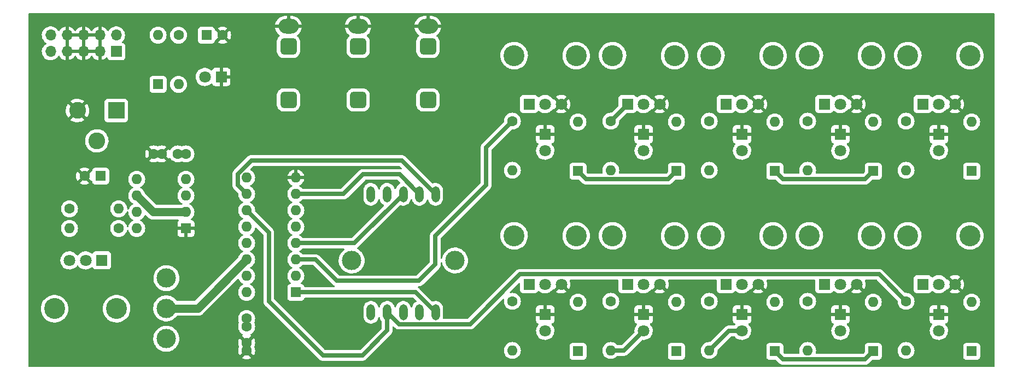
<source format=gbl>
%TF.GenerationSoftware,KiCad,Pcbnew,(6.0.0-0)*%
%TF.CreationDate,2022-04-11T21:26:13+01:00*%
%TF.ProjectId,baby10,62616279-3130-42e6-9b69-6361645f7063,rev?*%
%TF.SameCoordinates,Original*%
%TF.FileFunction,Copper,L2,Bot*%
%TF.FilePolarity,Positive*%
%FSLAX46Y46*%
G04 Gerber Fmt 4.6, Leading zero omitted, Abs format (unit mm)*
G04 Created by KiCad (PCBNEW (6.0.0-0)) date 2022-04-11 21:26:13*
%MOMM*%
%LPD*%
G01*
G04 APERTURE LIST*
G04 Aperture macros list*
%AMRoundRect*
0 Rectangle with rounded corners*
0 $1 Rounding radius*
0 $2 $3 $4 $5 $6 $7 $8 $9 X,Y pos of 4 corners*
0 Add a 4 corners polygon primitive as box body*
4,1,4,$2,$3,$4,$5,$6,$7,$8,$9,$2,$3,0*
0 Add four circle primitives for the rounded corners*
1,1,$1+$1,$2,$3*
1,1,$1+$1,$4,$5*
1,1,$1+$1,$6,$7*
1,1,$1+$1,$8,$9*
0 Add four rect primitives between the rounded corners*
20,1,$1+$1,$2,$3,$4,$5,0*
20,1,$1+$1,$4,$5,$6,$7,0*
20,1,$1+$1,$6,$7,$8,$9,0*
20,1,$1+$1,$8,$9,$2,$3,0*%
G04 Aperture macros list end*
%TA.AperFunction,ComponentPad*%
%ADD10R,1.800000X1.800000*%
%TD*%
%TA.AperFunction,ComponentPad*%
%ADD11C,1.800000*%
%TD*%
%TA.AperFunction,ComponentPad*%
%ADD12O,3.100000X2.300000*%
%TD*%
%TA.AperFunction,ComponentPad*%
%ADD13RoundRect,0.650000X0.650000X0.650000X-0.650000X0.650000X-0.650000X-0.650000X0.650000X-0.650000X0*%
%TD*%
%TA.AperFunction,ComponentPad*%
%ADD14R,1.600000X1.600000*%
%TD*%
%TA.AperFunction,ComponentPad*%
%ADD15O,1.600000X1.600000*%
%TD*%
%TA.AperFunction,ComponentPad*%
%ADD16C,3.240000*%
%TD*%
%TA.AperFunction,ComponentPad*%
%ADD17C,1.600000*%
%TD*%
%TA.AperFunction,ComponentPad*%
%ADD18R,2.600000X2.600000*%
%TD*%
%TA.AperFunction,ComponentPad*%
%ADD19C,2.600000*%
%TD*%
%TA.AperFunction,ComponentPad*%
%ADD20R,1.700000X1.700000*%
%TD*%
%TA.AperFunction,ComponentPad*%
%ADD21O,1.700000X1.700000*%
%TD*%
%TA.AperFunction,ComponentPad*%
%ADD22C,3.000000*%
%TD*%
%TA.AperFunction,ComponentPad*%
%ADD23O,1.300000X2.500000*%
%TD*%
%TA.AperFunction,ViaPad*%
%ADD24C,0.762000*%
%TD*%
%TA.AperFunction,Conductor*%
%ADD25C,1.270000*%
%TD*%
%TA.AperFunction,Conductor*%
%ADD26C,0.635000*%
%TD*%
G04 APERTURE END LIST*
D10*
%TO.P,D13,1,K*%
%TO.N,GND*%
X120015000Y-78232000D03*
D11*
%TO.P,D13,2,A*%
%TO.N,Net-(D13-Pad2)*%
X120015000Y-80772000D03*
%TD*%
D12*
%TO.P,J5,S*%
%TO.N,GND*%
X101854000Y-33558000D03*
D13*
%TO.P,J5,T*%
%TO.N,Net-(D10-Pad1)*%
X101854000Y-44958000D03*
%TO.P,J5,TN*%
%TO.N,unconnected-(J5-PadTN)*%
X101854000Y-36658000D03*
%TD*%
D10*
%TO.P,D11,1,K*%
%TO.N,GND*%
X180975000Y-50292000D03*
D11*
%TO.P,D11,2,A*%
%TO.N,Net-(D11-Pad2)*%
X180975000Y-52832000D03*
%TD*%
D10*
%TO.P,D21,1,K*%
%TO.N,GND*%
X180975000Y-78232000D03*
D11*
%TO.P,D21,2,A*%
%TO.N,Net-(D21-Pad2)*%
X180975000Y-80772000D03*
%TD*%
D14*
%TO.P,U2,1,Q5*%
%TO.N,Net-(R9-Pad1)*%
X81407000Y-74803000D03*
D15*
%TO.P,U2,2,Q1*%
%TO.N,Net-(R5-Pad1)*%
X81407000Y-72263000D03*
%TO.P,U2,3,Q0*%
%TO.N,Net-(R4-Pad1)*%
X81407000Y-69723000D03*
%TO.P,U2,4,Q2*%
%TO.N,Net-(R6-Pad1)*%
X81407000Y-67183000D03*
%TO.P,U2,5,Q6*%
%TO.N,Net-(R10-Pad1)*%
X81407000Y-64643000D03*
%TO.P,U2,6,Q7*%
%TO.N,Net-(R11-Pad1)*%
X81407000Y-62103000D03*
%TO.P,U2,7,Q3*%
%TO.N,Net-(R7-Pad1)*%
X81407000Y-59563000D03*
%TO.P,U2,8,VSS*%
%TO.N,GND*%
X81407000Y-57023000D03*
%TO.P,U2,9,Q8*%
%TO.N,Net-(R12-Pad1)*%
X73787000Y-57023000D03*
%TO.P,U2,10,Q4*%
%TO.N,Net-(R8-Pad1)*%
X73787000Y-59563000D03*
%TO.P,U2,11,Q9*%
%TO.N,Net-(R13-Pad1)*%
X73787000Y-62103000D03*
%TO.P,U2,12,Cout*%
%TO.N,unconnected-(U2-Pad12)*%
X73787000Y-64643000D03*
%TO.P,U2,13,CKEN*%
%TO.N,unconnected-(U2-Pad13)*%
X73787000Y-67183000D03*
%TO.P,U2,14,CLK*%
%TO.N,Net-(SW1-Pad2)*%
X73787000Y-69723000D03*
%TO.P,U2,15,Reset*%
%TO.N,Net-(SW2-Pad1)*%
X73787000Y-72263000D03*
%TO.P,U2,16,VDD*%
%TO.N,VCC*%
X73787000Y-74803000D03*
%TD*%
D16*
%TO.P,RV2,*%
%TO.N,*%
X115215000Y-38100000D03*
X124815000Y-38100000D03*
D10*
%TO.P,RV2,1,1*%
%TO.N,Net-(R4-Pad1)*%
X117515000Y-45600000D03*
D11*
%TO.P,RV2,2,2*%
%TO.N,Net-(D4-Pad2)*%
X120015000Y-45600000D03*
%TO.P,RV2,3,3*%
%TO.N,GND*%
X122515000Y-45600000D03*
%TD*%
D10*
%TO.P,D7,1,K*%
%TO.N,GND*%
X150495000Y-50292000D03*
D11*
%TO.P,D7,2,A*%
%TO.N,Net-(D7-Pad2)*%
X150495000Y-52832000D03*
%TD*%
D14*
%TO.P,D22,1,K*%
%TO.N,Net-(D10-Pad1)*%
X186055000Y-83947000D03*
D15*
%TO.P,D22,2,A*%
%TO.N,Net-(D22-Pad2)*%
X186055000Y-76327000D03*
%TD*%
D17*
%TO.P,R1,1*%
%TO.N,Net-(C1-Pad1)*%
X46355000Y-61849000D03*
D15*
%TO.P,R1,2*%
%TO.N,Net-(R1-Pad2)*%
X53975000Y-61849000D03*
%TD*%
D17*
%TO.P,R4,1*%
%TO.N,Net-(R4-Pad1)*%
X114935000Y-48260000D03*
D15*
%TO.P,R4,2*%
%TO.N,Net-(D3-Pad2)*%
X114935000Y-55880000D03*
%TD*%
D14*
%TO.P,C2,1*%
%TO.N,VCC*%
X67564000Y-34925000D03*
D17*
%TO.P,C2,2*%
%TO.N,GND*%
X70064000Y-34925000D03*
%TD*%
%TO.P,R11,1*%
%TO.N,Net-(R11-Pad1)*%
X145415000Y-76200000D03*
D15*
%TO.P,R11,2*%
%TO.N,Net-(D17-Pad2)*%
X145415000Y-83820000D03*
%TD*%
D14*
%TO.P,C1,1*%
%TO.N,Net-(C1-Pad1)*%
X51181000Y-56769000D03*
D17*
%TO.P,C1,2*%
%TO.N,GND*%
X48681000Y-56769000D03*
%TD*%
D10*
%TO.P,D5,1,K*%
%TO.N,GND*%
X135255000Y-50292000D03*
D11*
%TO.P,D5,2,A*%
%TO.N,Net-(D5-Pad2)*%
X135255000Y-52832000D03*
%TD*%
D17*
%TO.P,R8,1*%
%TO.N,Net-(R8-Pad1)*%
X175895000Y-48260000D03*
D15*
%TO.P,R8,2*%
%TO.N,Net-(D11-Pad2)*%
X175895000Y-55880000D03*
%TD*%
D17*
%TO.P,R3,1*%
%TO.N,VCC*%
X63246000Y-34925000D03*
D15*
%TO.P,R3,2*%
%TO.N,Net-(D2-Pad2)*%
X63246000Y-42545000D03*
%TD*%
D10*
%TO.P,D2,1,K*%
%TO.N,GND*%
X69850000Y-41402000D03*
D11*
%TO.P,D2,2,A*%
%TO.N,Net-(D2-Pad2)*%
X67310000Y-41402000D03*
%TD*%
D17*
%TO.P,R12,1*%
%TO.N,Net-(R12-Pad1)*%
X160655000Y-76200000D03*
D15*
%TO.P,R12,2*%
%TO.N,Net-(D19-Pad2)*%
X160655000Y-83820000D03*
%TD*%
D14*
%TO.P,D20,1,K*%
%TO.N,Net-(D10-Pad1)*%
X170815000Y-83947000D03*
D15*
%TO.P,D20,2,A*%
%TO.N,Net-(D20-Pad2)*%
X170815000Y-76327000D03*
%TD*%
D16*
%TO.P,RV1,*%
%TO.N,*%
X53655000Y-77343000D03*
X44055000Y-77343000D03*
D10*
%TO.P,RV1,1,1*%
%TO.N,Net-(R2-Pad2)*%
X51355000Y-69843000D03*
D11*
%TO.P,RV1,2,2*%
X48855000Y-69843000D03*
%TO.P,RV1,3,3*%
%TO.N,Net-(R1-Pad2)*%
X46355000Y-69843000D03*
%TD*%
D17*
%TO.P,C4,1*%
%TO.N,VCC*%
X73787000Y-80117000D03*
X73787000Y-78867000D03*
%TO.P,C4,2*%
%TO.N,GND*%
X73787000Y-82617000D03*
X73787000Y-83867000D03*
%TD*%
D14*
%TO.P,D12,1,K*%
%TO.N,Net-(D10-Pad1)*%
X186055000Y-56007000D03*
D15*
%TO.P,D12,2,A*%
%TO.N,Net-(D12-Pad2)*%
X186055000Y-48387000D03*
%TD*%
D16*
%TO.P,RV3,*%
%TO.N,*%
X140055000Y-38100000D03*
X130455000Y-38100000D03*
D10*
%TO.P,RV3,1,1*%
%TO.N,Net-(R5-Pad1)*%
X132755000Y-45600000D03*
D11*
%TO.P,RV3,2,2*%
%TO.N,Net-(D6-Pad2)*%
X135255000Y-45600000D03*
%TO.P,RV3,3,3*%
%TO.N,GND*%
X137755000Y-45600000D03*
%TD*%
D14*
%TO.P,D14,1,K*%
%TO.N,Net-(D10-Pad1)*%
X125095000Y-83947000D03*
D15*
%TO.P,D14,2,A*%
%TO.N,Net-(D14-Pad2)*%
X125095000Y-76327000D03*
%TD*%
D14*
%TO.P,D4,1,K*%
%TO.N,Net-(D10-Pad1)*%
X125095000Y-56007000D03*
D15*
%TO.P,D4,2,A*%
%TO.N,Net-(D4-Pad2)*%
X125095000Y-48387000D03*
%TD*%
D16*
%TO.P,RV10,*%
%TO.N,*%
X170535000Y-66040000D03*
X160935000Y-66040000D03*
D10*
%TO.P,RV10,1,1*%
%TO.N,Net-(R12-Pad1)*%
X163235000Y-73540000D03*
D11*
%TO.P,RV10,2,2*%
%TO.N,Net-(D20-Pad2)*%
X165735000Y-73540000D03*
%TO.P,RV10,3,3*%
%TO.N,GND*%
X168235000Y-73540000D03*
%TD*%
D12*
%TO.P,J4,S*%
%TO.N,GND*%
X91059000Y-33558000D03*
D13*
%TO.P,J4,T*%
%TO.N,/CLOCK*%
X91059000Y-44958000D03*
%TO.P,J4,TN*%
%TO.N,unconnected-(J4-PadTN)*%
X91059000Y-36658000D03*
%TD*%
D16*
%TO.P,RV5,*%
%TO.N,*%
X170535000Y-38100000D03*
X160935000Y-38100000D03*
D10*
%TO.P,RV5,1,1*%
%TO.N,Net-(R7-Pad1)*%
X163235000Y-45600000D03*
D11*
%TO.P,RV5,2,2*%
%TO.N,Net-(D10-Pad2)*%
X165735000Y-45600000D03*
%TO.P,RV5,3,3*%
%TO.N,GND*%
X168235000Y-45600000D03*
%TD*%
D12*
%TO.P,J3,S*%
%TO.N,GND*%
X80264000Y-33558000D03*
D13*
%TO.P,J3,T*%
%TO.N,/CLOCK*%
X80264000Y-44958000D03*
%TO.P,J3,TN*%
%TO.N,Net-(J3-PadTN)*%
X80264000Y-36658000D03*
%TD*%
D18*
%TO.P,J1,1*%
%TO.N,Net-(D1-Pad2)*%
X53594000Y-46609000D03*
D19*
%TO.P,J1,2*%
%TO.N,GND*%
X47594000Y-46609000D03*
%TO.P,J1,3*%
%TO.N,unconnected-(J1-Pad3)*%
X50594000Y-51309000D03*
%TD*%
D16*
%TO.P,RV7,*%
%TO.N,*%
X115215000Y-66040000D03*
X124815000Y-66040000D03*
D10*
%TO.P,RV7,1,1*%
%TO.N,Net-(R9-Pad1)*%
X117515000Y-73540000D03*
D11*
%TO.P,RV7,2,2*%
%TO.N,Net-(D14-Pad2)*%
X120015000Y-73540000D03*
%TO.P,RV7,3,3*%
%TO.N,GND*%
X122515000Y-73540000D03*
%TD*%
D14*
%TO.P,D10,1,K*%
%TO.N,Net-(D10-Pad1)*%
X170815000Y-56007000D03*
D15*
%TO.P,D10,2,A*%
%TO.N,Net-(D10-Pad2)*%
X170815000Y-48387000D03*
%TD*%
D14*
%TO.P,D16,1,K*%
%TO.N,Net-(D10-Pad1)*%
X140335000Y-83947000D03*
D15*
%TO.P,D16,2,A*%
%TO.N,Net-(D16-Pad2)*%
X140335000Y-76327000D03*
%TD*%
D17*
%TO.P,R10,1*%
%TO.N,Net-(R10-Pad1)*%
X130175000Y-76200000D03*
D15*
%TO.P,R10,2*%
%TO.N,Net-(D15-Pad2)*%
X130175000Y-83820000D03*
%TD*%
D17*
%TO.P,R9,1*%
%TO.N,Net-(R9-Pad1)*%
X114935000Y-76200000D03*
D15*
%TO.P,R9,2*%
%TO.N,Net-(D13-Pad2)*%
X114935000Y-83820000D03*
%TD*%
D17*
%TO.P,R7,1*%
%TO.N,Net-(R7-Pad1)*%
X160655000Y-48260000D03*
D15*
%TO.P,R7,2*%
%TO.N,Net-(D9-Pad2)*%
X160655000Y-55880000D03*
%TD*%
D17*
%TO.P,R13,1*%
%TO.N,Net-(R13-Pad1)*%
X175895000Y-76200000D03*
D15*
%TO.P,R13,2*%
%TO.N,Net-(D21-Pad2)*%
X175895000Y-83820000D03*
%TD*%
D17*
%TO.P,R5,1*%
%TO.N,Net-(R5-Pad1)*%
X130175000Y-48260000D03*
D15*
%TO.P,R5,2*%
%TO.N,Net-(D5-Pad2)*%
X130175000Y-55880000D03*
%TD*%
D16*
%TO.P,RV9,*%
%TO.N,*%
X155295000Y-66040000D03*
X145695000Y-66040000D03*
D10*
%TO.P,RV9,1,1*%
%TO.N,Net-(R11-Pad1)*%
X147995000Y-73540000D03*
D11*
%TO.P,RV9,2,2*%
%TO.N,Net-(D18-Pad2)*%
X150495000Y-73540000D03*
%TO.P,RV9,3,3*%
%TO.N,GND*%
X152995000Y-73540000D03*
%TD*%
D16*
%TO.P,RV6,*%
%TO.N,*%
X185775000Y-38100000D03*
X176175000Y-38100000D03*
D10*
%TO.P,RV6,1,1*%
%TO.N,Net-(R8-Pad1)*%
X178475000Y-45600000D03*
D11*
%TO.P,RV6,2,2*%
%TO.N,Net-(D12-Pad2)*%
X180975000Y-45600000D03*
%TO.P,RV6,3,3*%
%TO.N,GND*%
X183475000Y-45600000D03*
%TD*%
D16*
%TO.P,RV8,*%
%TO.N,*%
X130455000Y-66040000D03*
X140055000Y-66040000D03*
D10*
%TO.P,RV8,1,1*%
%TO.N,Net-(R10-Pad1)*%
X132755000Y-73540000D03*
D11*
%TO.P,RV8,2,2*%
%TO.N,Net-(D16-Pad2)*%
X135255000Y-73540000D03*
%TO.P,RV8,3,3*%
%TO.N,GND*%
X137755000Y-73540000D03*
%TD*%
D17*
%TO.P,R6,1*%
%TO.N,Net-(R6-Pad1)*%
X145415000Y-48260000D03*
D15*
%TO.P,R6,2*%
%TO.N,Net-(D7-Pad2)*%
X145415000Y-55880000D03*
%TD*%
D17*
%TO.P,C3,1*%
%TO.N,VCC*%
X63139000Y-53340000D03*
X64389000Y-53340000D03*
%TO.P,C3,2*%
%TO.N,GND*%
X60639000Y-53340000D03*
X59389000Y-53340000D03*
%TD*%
D14*
%TO.P,U1,1,GND*%
%TO.N,GND*%
X64389000Y-64897000D03*
D15*
%TO.P,U1,2,TR*%
%TO.N,Net-(C1-Pad1)*%
X64389000Y-62357000D03*
%TO.P,U1,3,Q*%
%TO.N,Net-(J3-PadTN)*%
X64389000Y-59817000D03*
%TO.P,U1,4,R*%
%TO.N,VCC*%
X64389000Y-57277000D03*
%TO.P,U1,5,CV*%
%TO.N,unconnected-(U1-Pad5)*%
X56769000Y-57277000D03*
%TO.P,U1,6,THR*%
%TO.N,Net-(C1-Pad1)*%
X56769000Y-59817000D03*
%TO.P,U1,7,DIS*%
%TO.N,Net-(R1-Pad2)*%
X56769000Y-62357000D03*
%TO.P,U1,8,VCC*%
%TO.N,VCC*%
X56769000Y-64897000D03*
%TD*%
D14*
%TO.P,D18,1,K*%
%TO.N,Net-(D10-Pad1)*%
X155575000Y-83947000D03*
D15*
%TO.P,D18,2,A*%
%TO.N,Net-(D18-Pad2)*%
X155575000Y-76327000D03*
%TD*%
D16*
%TO.P,RV11,*%
%TO.N,*%
X176175000Y-66040000D03*
X185775000Y-66040000D03*
D10*
%TO.P,RV11,1,1*%
%TO.N,Net-(R13-Pad1)*%
X178475000Y-73540000D03*
D11*
%TO.P,RV11,2,2*%
%TO.N,Net-(D22-Pad2)*%
X180975000Y-73540000D03*
%TO.P,RV11,3,3*%
%TO.N,GND*%
X183475000Y-73540000D03*
%TD*%
D20*
%TO.P,J2,1,Pin_1*%
%TO.N,Net-(D1-Pad2)*%
X53594000Y-37465000D03*
D21*
%TO.P,J2,2,Pin_2*%
X53594000Y-34925000D03*
%TO.P,J2,3,Pin_3*%
%TO.N,GND*%
X51054000Y-37465000D03*
%TO.P,J2,4,Pin_4*%
X51054000Y-34925000D03*
%TO.P,J2,5,Pin_5*%
X48514000Y-37465000D03*
%TO.P,J2,6,Pin_6*%
X48514000Y-34925000D03*
%TO.P,J2,7,Pin_7*%
X45974000Y-37465000D03*
%TO.P,J2,8,Pin_8*%
X45974000Y-34925000D03*
%TO.P,J2,9,Pin_9*%
%TO.N,unconnected-(J2-Pad9)*%
X43434000Y-37465000D03*
%TO.P,J2,10,Pin_10*%
%TO.N,unconnected-(J2-Pad10)*%
X43434000Y-34925000D03*
%TD*%
D14*
%TO.P,D6,1,K*%
%TO.N,Net-(D10-Pad1)*%
X140335000Y-56007000D03*
D15*
%TO.P,D6,2,A*%
%TO.N,Net-(D6-Pad2)*%
X140335000Y-48387000D03*
%TD*%
D14*
%TO.P,D8,1,K*%
%TO.N,Net-(D10-Pad1)*%
X155575000Y-56007000D03*
D15*
%TO.P,D8,2,A*%
%TO.N,Net-(D8-Pad2)*%
X155575000Y-48387000D03*
%TD*%
D10*
%TO.P,D17,1,K*%
%TO.N,GND*%
X150495000Y-78232000D03*
D11*
%TO.P,D17,2,A*%
%TO.N,Net-(D17-Pad2)*%
X150495000Y-80772000D03*
%TD*%
D22*
%TO.P,SW1,1,A*%
%TO.N,unconnected-(SW1-Pad1)*%
X61366400Y-72593000D03*
%TO.P,SW1,2,B*%
%TO.N,Net-(SW1-Pad2)*%
X61341000Y-77293000D03*
%TO.P,SW1,3,C*%
%TO.N,/CLOCK*%
X61341000Y-81993000D03*
%TD*%
D10*
%TO.P,D19,1,K*%
%TO.N,GND*%
X165735000Y-78232000D03*
D11*
%TO.P,D19,2,A*%
%TO.N,Net-(D19-Pad2)*%
X165735000Y-80772000D03*
%TD*%
D14*
%TO.P,D1,1,K*%
%TO.N,VCC*%
X60071000Y-42545000D03*
D15*
%TO.P,D1,2,A*%
%TO.N,Net-(D1-Pad2)*%
X60071000Y-34925000D03*
%TD*%
D22*
%TO.P,SW2,*%
%TO.N,*%
X106045000Y-69860598D03*
X90043000Y-69860598D03*
D23*
%TO.P,SW2,1*%
%TO.N,Net-(SW2-Pad1)*%
X93040200Y-59598998D03*
%TO.P,SW2,2*%
%TO.N,Net-(R5-Pad1)*%
X95554800Y-59598998D03*
%TO.P,SW2,3*%
%TO.N,Net-(R6-Pad1)*%
X98044000Y-59598998D03*
%TO.P,SW2,4*%
%TO.N,Net-(R7-Pad1)*%
X100558600Y-59598998D03*
%TO.P,SW2,5*%
%TO.N,Net-(R8-Pad1)*%
X103047800Y-59598998D03*
%TO.P,SW2,6*%
%TO.N,Net-(R9-Pad1)*%
X103047800Y-77899698D03*
%TO.P,SW2,7*%
%TO.N,Net-(R10-Pad1)*%
X100558600Y-77899698D03*
%TO.P,SW2,8*%
%TO.N,Net-(R11-Pad1)*%
X98044000Y-77899698D03*
%TO.P,SW2,9*%
%TO.N,Net-(R13-Pad1)*%
X95554800Y-77899698D03*
%TO.P,SW2,10*%
%TO.N,unconnected-(SW2-Pad10)*%
X93040200Y-77899698D03*
%TD*%
D10*
%TO.P,D3,1,K*%
%TO.N,GND*%
X120015000Y-50292000D03*
D11*
%TO.P,D3,2,A*%
%TO.N,Net-(D3-Pad2)*%
X120015000Y-52832000D03*
%TD*%
D17*
%TO.P,R2,1*%
%TO.N,VCC*%
X53975000Y-64897000D03*
D15*
%TO.P,R2,2*%
%TO.N,Net-(R2-Pad2)*%
X46355000Y-64897000D03*
%TD*%
D16*
%TO.P,RV4,*%
%TO.N,*%
X145695000Y-38100000D03*
X155295000Y-38100000D03*
D10*
%TO.P,RV4,1,1*%
%TO.N,Net-(R6-Pad1)*%
X147995000Y-45600000D03*
D11*
%TO.P,RV4,2,2*%
%TO.N,Net-(D8-Pad2)*%
X150495000Y-45600000D03*
%TO.P,RV4,3,3*%
%TO.N,GND*%
X152995000Y-45600000D03*
%TD*%
D10*
%TO.P,D9,1,K*%
%TO.N,GND*%
X165735000Y-50292000D03*
D11*
%TO.P,D9,2,A*%
%TO.N,Net-(D9-Pad2)*%
X165735000Y-52832000D03*
%TD*%
D10*
%TO.P,D15,1,K*%
%TO.N,GND*%
X135255000Y-78232000D03*
D11*
%TO.P,D15,2,A*%
%TO.N,Net-(D15-Pad2)*%
X135255000Y-80772000D03*
%TD*%
D24*
%TO.N,GND*%
X85344000Y-73025000D03*
X85344000Y-63246000D03*
X109093000Y-74549000D03*
%TD*%
D25*
%TO.N,Net-(C1-Pad1)*%
X64389000Y-62357000D02*
X59309000Y-62357000D01*
X59309000Y-62357000D02*
X56769000Y-59817000D01*
D26*
%TO.N,Net-(D10-Pad1)*%
X126339011Y-57251011D02*
X139090989Y-57251011D01*
X156819011Y-85191011D02*
X169570989Y-85191011D01*
X155575000Y-56007000D02*
X156819011Y-57251011D01*
X139090989Y-57251011D02*
X140335000Y-56007000D01*
X169570989Y-57251011D02*
X170815000Y-56007000D01*
X156819011Y-57251011D02*
X169570989Y-57251011D01*
X125095000Y-56007000D02*
X126339011Y-57251011D01*
X155575000Y-83947000D02*
X156819011Y-85191011D01*
X169570989Y-85191011D02*
X170815000Y-83947000D01*
%TO.N,Net-(D15-Pad2)*%
X130175000Y-83820000D02*
X132207000Y-83820000D01*
X132207000Y-83820000D02*
X135255000Y-80772000D01*
%TO.N,Net-(D17-Pad2)*%
X148463000Y-80772000D02*
X145415000Y-83820000D01*
X150495000Y-80772000D02*
X148463000Y-80772000D01*
%TO.N,Net-(R4-Pad1)*%
X100457000Y-73025000D02*
X102997000Y-70485000D01*
X102997000Y-66040000D02*
X110871000Y-58166000D01*
X81407000Y-69723000D02*
X84455000Y-69723000D01*
X84455000Y-69723000D02*
X87757000Y-73025000D01*
X110871000Y-52324000D02*
X114935000Y-48260000D01*
X102997000Y-70485000D02*
X102997000Y-66040000D01*
X110871000Y-58166000D02*
X110871000Y-52324000D01*
X87757000Y-73025000D02*
X100457000Y-73025000D01*
%TO.N,Net-(R5-Pad1)*%
X132755005Y-45679995D02*
X130175000Y-48260000D01*
%TO.N,Net-(R6-Pad1)*%
X81407000Y-67183000D02*
X90459998Y-67183000D01*
X90459998Y-67183000D02*
X98044000Y-59598998D01*
%TO.N,Net-(R7-Pad1)*%
X88773000Y-59563000D02*
X91821000Y-56515000D01*
X91821000Y-56515000D02*
X97474602Y-56515000D01*
X81407000Y-59563000D02*
X88773000Y-59563000D01*
X97474602Y-56515000D02*
X100558600Y-59598998D01*
%TO.N,Net-(R8-Pad1)*%
X72415989Y-58191989D02*
X72415989Y-56455108D01*
X97804802Y-54356000D02*
X103047800Y-59598998D01*
X72415989Y-56455108D02*
X74515097Y-54356000D01*
X74515097Y-54356000D02*
X97804802Y-54356000D01*
X73787000Y-59563000D02*
X72415989Y-58191989D01*
%TO.N,Net-(R9-Pad1)*%
X81407000Y-74803000D02*
X99951102Y-74803000D01*
X99951102Y-74803000D02*
X103047800Y-77899698D01*
%TO.N,Net-(R13-Pad1)*%
X77216000Y-65532000D02*
X77216000Y-76200000D01*
X73787000Y-62103000D02*
X77216000Y-65532000D01*
X85598000Y-84582000D02*
X91694000Y-84582000D01*
X171704000Y-72009000D02*
X175895000Y-76200000D01*
X116103978Y-72009000D02*
X171704000Y-72009000D01*
X108392260Y-79720718D02*
X116103978Y-72009000D01*
X95554800Y-77899698D02*
X97375820Y-79720718D01*
X95554800Y-80721200D02*
X95554800Y-77899698D01*
X97375820Y-79720718D02*
X108392260Y-79720718D01*
X77216000Y-76200000D02*
X85598000Y-84582000D01*
X91694000Y-84582000D02*
X95554800Y-80721200D01*
D25*
%TO.N,Net-(SW1-Pad2)*%
X61341000Y-77293000D02*
X66217000Y-77293000D01*
X66217000Y-77293000D02*
X73787000Y-69723000D01*
%TD*%
%TA.AperFunction,Conductor*%
%TO.N,GND*%
G36*
X189454058Y-31497500D02*
G01*
X189468859Y-31499805D01*
X189468862Y-31499805D01*
X189477731Y-31501186D01*
X189483852Y-31500385D01*
X189550374Y-31520803D01*
X189596209Y-31575022D01*
X189604777Y-31616865D01*
X189605814Y-31616729D01*
X189609936Y-31648250D01*
X189611000Y-31664588D01*
X189611000Y-86183673D01*
X189609500Y-86203057D01*
X189605814Y-86226731D01*
X189606615Y-86232852D01*
X189586197Y-86299374D01*
X189531978Y-86345209D01*
X189490135Y-86353777D01*
X189490271Y-86354814D01*
X189458750Y-86358936D01*
X189442412Y-86360000D01*
X40181327Y-86360000D01*
X40161942Y-86358500D01*
X40147141Y-86356195D01*
X40147138Y-86356195D01*
X40138269Y-86354814D01*
X40132148Y-86355615D01*
X40065626Y-86335197D01*
X40019791Y-86280978D01*
X40011223Y-86239135D01*
X40010186Y-86239271D01*
X40006064Y-86207750D01*
X40005000Y-86191412D01*
X40005000Y-84953062D01*
X73065493Y-84953062D01*
X73074789Y-84965077D01*
X73125994Y-85000931D01*
X73135489Y-85006414D01*
X73332947Y-85098490D01*
X73343239Y-85102236D01*
X73553688Y-85158625D01*
X73564481Y-85160528D01*
X73781525Y-85179517D01*
X73792475Y-85179517D01*
X74009519Y-85160528D01*
X74020312Y-85158625D01*
X74230761Y-85102236D01*
X74241053Y-85098490D01*
X74438511Y-85006414D01*
X74448006Y-85000931D01*
X74500048Y-84964491D01*
X74508424Y-84954012D01*
X74501356Y-84940566D01*
X73799812Y-84239022D01*
X73785868Y-84231408D01*
X73784035Y-84231539D01*
X73777420Y-84235790D01*
X73071923Y-84941287D01*
X73065493Y-84953062D01*
X40005000Y-84953062D01*
X40005000Y-81971918D01*
X59327917Y-81971918D01*
X59343682Y-82245320D01*
X59344507Y-82249525D01*
X59344508Y-82249533D01*
X59372946Y-82394481D01*
X59396405Y-82514053D01*
X59397792Y-82518103D01*
X59397793Y-82518108D01*
X59457752Y-82693233D01*
X59485112Y-82773144D01*
X59490441Y-82783739D01*
X59586987Y-82975700D01*
X59608160Y-83017799D01*
X59610586Y-83021328D01*
X59610589Y-83021334D01*
X59708127Y-83163251D01*
X59763274Y-83243490D01*
X59947582Y-83446043D01*
X60157675Y-83621707D01*
X60161316Y-83623991D01*
X60386024Y-83764951D01*
X60386028Y-83764953D01*
X60389664Y-83767234D01*
X60457544Y-83797883D01*
X60635345Y-83878164D01*
X60635349Y-83878166D01*
X60639257Y-83879930D01*
X60643377Y-83881150D01*
X60643376Y-83881150D01*
X60897723Y-83956491D01*
X60897727Y-83956492D01*
X60901836Y-83957709D01*
X60906070Y-83958357D01*
X60906075Y-83958358D01*
X61168298Y-83998483D01*
X61168300Y-83998483D01*
X61172540Y-83999132D01*
X61311912Y-84001322D01*
X61442071Y-84003367D01*
X61442077Y-84003367D01*
X61446362Y-84003434D01*
X61718235Y-83970534D01*
X61983127Y-83901041D01*
X61987087Y-83899401D01*
X61987092Y-83899399D01*
X62052092Y-83872475D01*
X72474483Y-83872475D01*
X72493472Y-84089519D01*
X72495375Y-84100312D01*
X72551764Y-84310761D01*
X72555510Y-84321053D01*
X72647586Y-84518511D01*
X72653069Y-84528006D01*
X72689509Y-84580048D01*
X72699988Y-84588424D01*
X72713434Y-84581356D01*
X73697905Y-83596885D01*
X73760217Y-83562859D01*
X73831032Y-83567924D01*
X73876095Y-83596885D01*
X74861287Y-84582077D01*
X74873062Y-84588507D01*
X74885077Y-84579211D01*
X74920931Y-84528006D01*
X74926414Y-84518511D01*
X75018490Y-84321053D01*
X75022236Y-84310761D01*
X75078625Y-84100312D01*
X75080528Y-84089519D01*
X75099517Y-83872475D01*
X75099517Y-83861525D01*
X75080528Y-83644481D01*
X75078625Y-83633688D01*
X75022236Y-83423239D01*
X75018490Y-83412947D01*
X74963607Y-83295250D01*
X74952946Y-83225058D01*
X74963607Y-83188750D01*
X75018490Y-83071053D01*
X75022236Y-83060761D01*
X75078625Y-82850312D01*
X75080528Y-82839519D01*
X75099517Y-82622475D01*
X75099517Y-82611525D01*
X75080528Y-82394481D01*
X75078625Y-82383688D01*
X75022236Y-82173239D01*
X75018490Y-82162947D01*
X74926414Y-81965489D01*
X74920931Y-81955994D01*
X74884491Y-81903952D01*
X74874012Y-81895576D01*
X74860566Y-81902644D01*
X73876095Y-82887115D01*
X73813783Y-82921141D01*
X73742968Y-82916076D01*
X73697905Y-82887115D01*
X72712713Y-81901923D01*
X72700938Y-81895493D01*
X72688923Y-81904789D01*
X72653069Y-81955994D01*
X72647586Y-81965489D01*
X72555510Y-82162947D01*
X72551764Y-82173239D01*
X72495375Y-82383688D01*
X72493472Y-82394481D01*
X72474483Y-82611525D01*
X72474483Y-82622475D01*
X72493472Y-82839519D01*
X72495375Y-82850312D01*
X72551764Y-83060761D01*
X72555510Y-83071053D01*
X72610393Y-83188750D01*
X72621054Y-83258942D01*
X72610393Y-83295250D01*
X72555510Y-83412947D01*
X72551764Y-83423239D01*
X72495375Y-83633688D01*
X72493472Y-83644481D01*
X72474483Y-83861525D01*
X72474483Y-83872475D01*
X62052092Y-83872475D01*
X62165559Y-83825475D01*
X62236136Y-83796241D01*
X62472582Y-83658073D01*
X62688089Y-83489094D01*
X62729809Y-83446043D01*
X62875686Y-83295509D01*
X62878669Y-83292431D01*
X62881202Y-83288983D01*
X62881206Y-83288978D01*
X63038257Y-83075178D01*
X63040795Y-83071723D01*
X63068154Y-83021334D01*
X63169418Y-82834830D01*
X63169419Y-82834828D01*
X63171468Y-82831054D01*
X63240627Y-82648029D01*
X63266751Y-82578895D01*
X63266752Y-82578891D01*
X63268269Y-82574877D01*
X63329407Y-82307933D01*
X63341237Y-82175385D01*
X63353531Y-82037627D01*
X63353531Y-82037625D01*
X63353751Y-82035161D01*
X63354193Y-81993000D01*
X63349880Y-81929730D01*
X63335859Y-81724055D01*
X63335858Y-81724049D01*
X63335567Y-81719778D01*
X63317991Y-81634905D01*
X63294093Y-81519509D01*
X63280032Y-81451612D01*
X63188617Y-81193465D01*
X63087237Y-80997045D01*
X63064978Y-80953919D01*
X63064978Y-80953918D01*
X63063013Y-80950112D01*
X63053040Y-80935921D01*
X62962133Y-80806574D01*
X62905545Y-80726057D01*
X62817599Y-80631416D01*
X62722046Y-80528588D01*
X62722043Y-80528585D01*
X62719125Y-80525445D01*
X62715810Y-80522731D01*
X62715806Y-80522728D01*
X62510523Y-80354706D01*
X62507205Y-80351990D01*
X62273704Y-80208901D01*
X62269768Y-80207173D01*
X62064349Y-80117000D01*
X72473502Y-80117000D01*
X72493457Y-80345087D01*
X72494881Y-80350400D01*
X72494881Y-80350402D01*
X72535888Y-80503439D01*
X72552716Y-80566243D01*
X72555039Y-80571224D01*
X72555039Y-80571225D01*
X72647151Y-80768762D01*
X72647154Y-80768767D01*
X72649477Y-80773749D01*
X72685184Y-80824744D01*
X72775634Y-80953919D01*
X72780802Y-80961300D01*
X72942700Y-81123198D01*
X72947208Y-81126355D01*
X72947211Y-81126357D01*
X73037532Y-81189600D01*
X73130251Y-81254523D01*
X73135235Y-81256847D01*
X73137528Y-81258171D01*
X73186521Y-81309553D01*
X73199957Y-81379267D01*
X73173571Y-81445178D01*
X73137528Y-81476409D01*
X73125998Y-81483066D01*
X73073952Y-81519509D01*
X73065576Y-81529988D01*
X73072644Y-81543434D01*
X73774188Y-82244978D01*
X73788132Y-82252592D01*
X73789965Y-82252461D01*
X73796580Y-82248210D01*
X74502077Y-81542713D01*
X74508507Y-81530938D01*
X74499211Y-81518923D01*
X74448002Y-81483066D01*
X74436472Y-81476409D01*
X74387479Y-81425027D01*
X74374042Y-81355313D01*
X74400429Y-81289402D01*
X74436472Y-81258171D01*
X74438765Y-81256847D01*
X74443749Y-81254523D01*
X74536468Y-81189600D01*
X74626789Y-81126357D01*
X74626792Y-81126355D01*
X74631300Y-81123198D01*
X74793198Y-80961300D01*
X74798367Y-80953919D01*
X74888816Y-80824744D01*
X74924523Y-80773749D01*
X74926846Y-80768767D01*
X74926849Y-80768762D01*
X75018961Y-80571225D01*
X75018961Y-80571224D01*
X75021284Y-80566243D01*
X75038113Y-80503439D01*
X75079119Y-80350402D01*
X75079119Y-80350400D01*
X75080543Y-80345087D01*
X75100498Y-80117000D01*
X75080543Y-79888913D01*
X75077841Y-79878827D01*
X75022708Y-79673072D01*
X75021284Y-79667757D01*
X74964158Y-79545248D01*
X74953497Y-79475058D01*
X74964157Y-79438754D01*
X75021284Y-79316243D01*
X75080543Y-79095087D01*
X75100498Y-78867000D01*
X75080543Y-78638913D01*
X75040542Y-78489628D01*
X75022707Y-78423067D01*
X75022706Y-78423065D01*
X75021284Y-78417757D01*
X74994930Y-78361240D01*
X74926849Y-78215238D01*
X74926846Y-78215233D01*
X74924523Y-78210251D01*
X74837540Y-78086027D01*
X74796357Y-78027211D01*
X74796355Y-78027208D01*
X74793198Y-78022700D01*
X74631300Y-77860802D01*
X74626792Y-77857645D01*
X74626789Y-77857643D01*
X74548611Y-77802902D01*
X74443749Y-77729477D01*
X74438767Y-77727154D01*
X74438762Y-77727151D01*
X74241225Y-77635039D01*
X74241224Y-77635039D01*
X74236243Y-77632716D01*
X74230935Y-77631294D01*
X74230933Y-77631293D01*
X74020402Y-77574881D01*
X74020400Y-77574881D01*
X74015087Y-77573457D01*
X73787000Y-77553502D01*
X73558913Y-77573457D01*
X73553600Y-77574881D01*
X73553598Y-77574881D01*
X73343067Y-77631293D01*
X73343065Y-77631294D01*
X73337757Y-77632716D01*
X73332776Y-77635039D01*
X73332775Y-77635039D01*
X73135238Y-77727151D01*
X73135233Y-77727154D01*
X73130251Y-77729477D01*
X73025389Y-77802902D01*
X72947211Y-77857643D01*
X72947208Y-77857645D01*
X72942700Y-77860802D01*
X72780802Y-78022700D01*
X72777645Y-78027208D01*
X72777643Y-78027211D01*
X72736460Y-78086027D01*
X72649477Y-78210251D01*
X72647154Y-78215233D01*
X72647151Y-78215238D01*
X72579070Y-78361240D01*
X72552716Y-78417757D01*
X72551294Y-78423065D01*
X72551293Y-78423067D01*
X72533458Y-78489628D01*
X72493457Y-78638913D01*
X72473502Y-78867000D01*
X72493457Y-79095087D01*
X72552716Y-79316243D01*
X72609842Y-79438752D01*
X72620503Y-79508942D01*
X72609843Y-79545246D01*
X72552716Y-79667757D01*
X72551292Y-79673072D01*
X72496160Y-79878827D01*
X72493457Y-79888913D01*
X72473502Y-80117000D01*
X62064349Y-80117000D01*
X62026873Y-80100549D01*
X62026869Y-80100548D01*
X62022945Y-80098825D01*
X61759566Y-80023800D01*
X61755324Y-80023196D01*
X61755318Y-80023195D01*
X61534795Y-79991810D01*
X61488443Y-79985213D01*
X61344589Y-79984460D01*
X61218877Y-79983802D01*
X61218871Y-79983802D01*
X61214591Y-79983780D01*
X61210347Y-79984339D01*
X61210343Y-79984339D01*
X61091302Y-80000011D01*
X60943078Y-80019525D01*
X60938938Y-80020658D01*
X60938936Y-80020658D01*
X60904243Y-80030149D01*
X60678928Y-80091788D01*
X60674980Y-80093472D01*
X60430982Y-80197546D01*
X60430978Y-80197548D01*
X60427030Y-80199232D01*
X60318959Y-80263911D01*
X60195725Y-80337664D01*
X60195721Y-80337667D01*
X60192043Y-80339868D01*
X59978318Y-80511094D01*
X59789808Y-80709742D01*
X59630002Y-80932136D01*
X59501857Y-81174161D01*
X59500385Y-81178184D01*
X59500383Y-81178188D01*
X59414219Y-81413641D01*
X59407743Y-81431337D01*
X59349404Y-81698907D01*
X59327917Y-81971918D01*
X40005000Y-81971918D01*
X40005000Y-77320659D01*
X41921643Y-77320659D01*
X41938349Y-77610395D01*
X41939174Y-77614600D01*
X41939175Y-77614608D01*
X41950528Y-77672472D01*
X41994222Y-77895184D01*
X41995609Y-77899234D01*
X41995610Y-77899239D01*
X42078792Y-78142191D01*
X42088229Y-78169754D01*
X42108597Y-78210251D01*
X42212230Y-78416303D01*
X42218629Y-78429027D01*
X42267097Y-78499548D01*
X42377424Y-78660075D01*
X42383010Y-78668203D01*
X42578331Y-78882857D01*
X42581620Y-78885607D01*
X42797683Y-79066265D01*
X42797688Y-79066269D01*
X42800975Y-79069017D01*
X42895402Y-79128251D01*
X43043185Y-79220955D01*
X43043189Y-79220957D01*
X43046825Y-79223238D01*
X43050735Y-79225003D01*
X43050736Y-79225004D01*
X43307419Y-79340901D01*
X43307423Y-79340903D01*
X43311331Y-79342667D01*
X43315451Y-79343887D01*
X43315450Y-79343887D01*
X43585484Y-79423875D01*
X43585488Y-79423876D01*
X43589597Y-79425093D01*
X43593834Y-79425741D01*
X43593837Y-79425742D01*
X43834500Y-79462569D01*
X43876475Y-79468992D01*
X44024275Y-79471314D01*
X44162366Y-79473483D01*
X44162372Y-79473483D01*
X44166657Y-79473550D01*
X44454773Y-79438684D01*
X44613091Y-79397150D01*
X44731348Y-79366126D01*
X44731349Y-79366126D01*
X44735491Y-79365039D01*
X45003618Y-79253978D01*
X45254190Y-79107555D01*
X45482573Y-78928480D01*
X45486924Y-78923991D01*
X45656696Y-78748799D01*
X45684539Y-78720067D01*
X45856352Y-78486173D01*
X45945852Y-78321334D01*
X45992782Y-78234900D01*
X45992783Y-78234898D01*
X45994832Y-78231124D01*
X46071884Y-78027211D01*
X46095898Y-77963660D01*
X46095899Y-77963656D01*
X46097416Y-77959642D01*
X46150131Y-77729477D01*
X46161249Y-77680933D01*
X46161250Y-77680929D01*
X46162207Y-77676749D01*
X46165443Y-77640498D01*
X46187786Y-77390145D01*
X46188006Y-77387680D01*
X46188474Y-77343000D01*
X46186951Y-77320659D01*
X51521643Y-77320659D01*
X51538349Y-77610395D01*
X51539174Y-77614600D01*
X51539175Y-77614608D01*
X51550528Y-77672472D01*
X51594222Y-77895184D01*
X51595609Y-77899234D01*
X51595610Y-77899239D01*
X51678792Y-78142191D01*
X51688229Y-78169754D01*
X51708597Y-78210251D01*
X51812230Y-78416303D01*
X51818629Y-78429027D01*
X51867097Y-78499548D01*
X51977424Y-78660075D01*
X51983010Y-78668203D01*
X52178331Y-78882857D01*
X52181620Y-78885607D01*
X52397683Y-79066265D01*
X52397688Y-79066269D01*
X52400975Y-79069017D01*
X52495402Y-79128251D01*
X52643185Y-79220955D01*
X52643189Y-79220957D01*
X52646825Y-79223238D01*
X52650735Y-79225003D01*
X52650736Y-79225004D01*
X52907419Y-79340901D01*
X52907423Y-79340903D01*
X52911331Y-79342667D01*
X52915451Y-79343887D01*
X52915450Y-79343887D01*
X53185484Y-79423875D01*
X53185488Y-79423876D01*
X53189597Y-79425093D01*
X53193834Y-79425741D01*
X53193837Y-79425742D01*
X53434500Y-79462569D01*
X53476475Y-79468992D01*
X53624275Y-79471314D01*
X53762366Y-79473483D01*
X53762372Y-79473483D01*
X53766657Y-79473550D01*
X54054773Y-79438684D01*
X54213091Y-79397150D01*
X54331348Y-79366126D01*
X54331349Y-79366126D01*
X54335491Y-79365039D01*
X54603618Y-79253978D01*
X54854190Y-79107555D01*
X55082573Y-78928480D01*
X55086924Y-78923991D01*
X55256696Y-78748799D01*
X55284539Y-78720067D01*
X55456352Y-78486173D01*
X55545852Y-78321334D01*
X55592782Y-78234900D01*
X55592783Y-78234898D01*
X55594832Y-78231124D01*
X55671884Y-78027211D01*
X55695898Y-77963660D01*
X55695899Y-77963656D01*
X55697416Y-77959642D01*
X55750131Y-77729477D01*
X55761249Y-77680933D01*
X55761250Y-77680929D01*
X55762207Y-77676749D01*
X55765443Y-77640498D01*
X55787786Y-77390145D01*
X55788006Y-77387680D01*
X55788474Y-77343000D01*
X55783628Y-77271918D01*
X59327917Y-77271918D01*
X59343682Y-77545320D01*
X59344507Y-77549525D01*
X59344508Y-77549533D01*
X59358440Y-77620543D01*
X59396405Y-77814053D01*
X59397792Y-77818103D01*
X59397793Y-77818108D01*
X59481385Y-78062258D01*
X59485112Y-78073144D01*
X59519839Y-78142191D01*
X59585212Y-78272171D01*
X59608160Y-78317799D01*
X59610586Y-78321328D01*
X59610589Y-78321334D01*
X59727793Y-78491865D01*
X59763274Y-78543490D01*
X59766161Y-78546663D01*
X59766162Y-78546664D01*
X59944245Y-78742376D01*
X59947582Y-78746043D01*
X59950877Y-78748798D01*
X59950878Y-78748799D01*
X59995382Y-78786010D01*
X60157675Y-78921707D01*
X60161316Y-78923991D01*
X60386024Y-79064951D01*
X60386028Y-79064953D01*
X60389664Y-79067234D01*
X60514461Y-79123582D01*
X60635345Y-79178164D01*
X60635349Y-79178166D01*
X60639257Y-79179930D01*
X60702393Y-79198632D01*
X60897723Y-79256491D01*
X60897727Y-79256492D01*
X60901836Y-79257709D01*
X60906070Y-79258357D01*
X60906075Y-79258358D01*
X61168298Y-79298483D01*
X61168300Y-79298483D01*
X61172540Y-79299132D01*
X61311912Y-79301322D01*
X61442071Y-79303367D01*
X61442077Y-79303367D01*
X61446362Y-79303434D01*
X61718235Y-79270534D01*
X61983127Y-79201041D01*
X61987087Y-79199401D01*
X61987092Y-79199399D01*
X62109632Y-79148641D01*
X62236136Y-79096241D01*
X62472582Y-78958073D01*
X62688089Y-78789094D01*
X62729809Y-78746043D01*
X62875686Y-78595509D01*
X62878669Y-78592431D01*
X62881202Y-78588983D01*
X62881206Y-78588978D01*
X62921071Y-78534708D01*
X62955451Y-78487905D01*
X63011898Y-78444847D01*
X63056997Y-78436500D01*
X66174195Y-78436500D01*
X66182436Y-78436770D01*
X66247061Y-78441006D01*
X66334973Y-78430601D01*
X66338186Y-78430264D01*
X66426279Y-78422169D01*
X66431839Y-78420601D01*
X66435412Y-78419939D01*
X66446415Y-78417750D01*
X66450028Y-78416982D01*
X66455765Y-78416303D01*
X66540276Y-78390062D01*
X66543373Y-78389146D01*
X66628549Y-78365123D01*
X66633737Y-78362565D01*
X66637188Y-78361240D01*
X66647566Y-78357099D01*
X66650953Y-78355696D01*
X66656473Y-78353982D01*
X66734746Y-78312801D01*
X66737682Y-78311305D01*
X66817037Y-78272171D01*
X66821668Y-78268713D01*
X66824871Y-78266750D01*
X66834258Y-78260827D01*
X66837351Y-78258818D01*
X66842463Y-78256129D01*
X66911956Y-78201344D01*
X66914526Y-78199373D01*
X66980801Y-78149884D01*
X66980808Y-78149877D01*
X66985429Y-78146427D01*
X67041263Y-78086026D01*
X67044692Y-78082461D01*
X72381650Y-72745503D01*
X72443962Y-72711477D01*
X72514777Y-72716542D01*
X72571613Y-72759089D01*
X72584940Y-72781348D01*
X72647151Y-72914762D01*
X72647154Y-72914767D01*
X72649477Y-72919749D01*
X72780802Y-73107300D01*
X72942700Y-73269198D01*
X72947208Y-73272355D01*
X72947211Y-73272357D01*
X72961711Y-73282510D01*
X73130251Y-73400523D01*
X73135233Y-73402846D01*
X73135238Y-73402849D01*
X73169457Y-73418805D01*
X73222742Y-73465722D01*
X73242203Y-73533999D01*
X73221661Y-73601959D01*
X73169457Y-73647195D01*
X73135238Y-73663151D01*
X73135233Y-73663154D01*
X73130251Y-73665477D01*
X73039097Y-73729304D01*
X72947211Y-73793643D01*
X72947208Y-73793645D01*
X72942700Y-73796802D01*
X72780802Y-73958700D01*
X72649477Y-74146251D01*
X72647154Y-74151233D01*
X72647151Y-74151238D01*
X72555039Y-74348775D01*
X72552716Y-74353757D01*
X72551294Y-74359065D01*
X72551293Y-74359067D01*
X72515799Y-74491531D01*
X72493457Y-74574913D01*
X72473502Y-74803000D01*
X72493457Y-75031087D01*
X72494881Y-75036400D01*
X72494881Y-75036402D01*
X72537057Y-75193802D01*
X72552716Y-75252243D01*
X72555039Y-75257224D01*
X72555039Y-75257225D01*
X72647151Y-75454762D01*
X72647154Y-75454767D01*
X72649477Y-75459749D01*
X72678669Y-75501439D01*
X72774055Y-75637664D01*
X72780802Y-75647300D01*
X72942700Y-75809198D01*
X72947208Y-75812355D01*
X72947211Y-75812357D01*
X72975911Y-75832453D01*
X73130251Y-75940523D01*
X73135233Y-75942846D01*
X73135238Y-75942849D01*
X73310961Y-76024789D01*
X73337757Y-76037284D01*
X73343065Y-76038706D01*
X73343067Y-76038707D01*
X73553598Y-76095119D01*
X73553600Y-76095119D01*
X73558913Y-76096543D01*
X73787000Y-76116498D01*
X74015087Y-76096543D01*
X74020400Y-76095119D01*
X74020402Y-76095119D01*
X74230933Y-76038707D01*
X74230935Y-76038706D01*
X74236243Y-76037284D01*
X74263039Y-76024789D01*
X74438762Y-75942849D01*
X74438767Y-75942846D01*
X74443749Y-75940523D01*
X74598089Y-75832453D01*
X74626789Y-75812357D01*
X74626792Y-75812355D01*
X74631300Y-75809198D01*
X74793198Y-75647300D01*
X74799946Y-75637664D01*
X74895331Y-75501439D01*
X74924523Y-75459749D01*
X74926846Y-75454767D01*
X74926849Y-75454762D01*
X75018961Y-75257225D01*
X75018961Y-75257224D01*
X75021284Y-75252243D01*
X75036944Y-75193802D01*
X75079119Y-75036402D01*
X75079119Y-75036400D01*
X75080543Y-75031087D01*
X75100498Y-74803000D01*
X75080543Y-74574913D01*
X75058201Y-74491531D01*
X75022707Y-74359067D01*
X75022706Y-74359065D01*
X75021284Y-74353757D01*
X75018961Y-74348775D01*
X74926849Y-74151238D01*
X74926846Y-74151233D01*
X74924523Y-74146251D01*
X74793198Y-73958700D01*
X74631300Y-73796802D01*
X74626792Y-73793645D01*
X74626789Y-73793643D01*
X74534903Y-73729304D01*
X74443749Y-73665477D01*
X74438767Y-73663154D01*
X74438762Y-73663151D01*
X74404543Y-73647195D01*
X74351258Y-73600278D01*
X74331797Y-73532001D01*
X74352339Y-73464041D01*
X74404543Y-73418805D01*
X74438762Y-73402849D01*
X74438767Y-73402846D01*
X74443749Y-73400523D01*
X74612289Y-73282510D01*
X74626789Y-73272357D01*
X74626792Y-73272355D01*
X74631300Y-73269198D01*
X74793198Y-73107300D01*
X74924523Y-72919749D01*
X74926846Y-72914767D01*
X74926849Y-72914762D01*
X75018961Y-72717225D01*
X75018961Y-72717224D01*
X75021284Y-72712243D01*
X75041278Y-72637627D01*
X75079119Y-72496402D01*
X75079119Y-72496400D01*
X75080543Y-72491087D01*
X75100498Y-72263000D01*
X75080543Y-72034913D01*
X75024379Y-71825307D01*
X75022707Y-71819067D01*
X75022706Y-71819065D01*
X75021284Y-71813757D01*
X74989578Y-71745762D01*
X74926849Y-71611238D01*
X74926846Y-71611233D01*
X74924523Y-71606251D01*
X74793198Y-71418700D01*
X74631300Y-71256802D01*
X74626792Y-71253645D01*
X74626789Y-71253643D01*
X74541060Y-71193615D01*
X74443749Y-71125477D01*
X74438767Y-71123154D01*
X74438762Y-71123151D01*
X74404543Y-71107195D01*
X74351258Y-71060278D01*
X74331797Y-70992001D01*
X74352339Y-70924041D01*
X74404543Y-70878805D01*
X74438762Y-70862849D01*
X74438767Y-70862846D01*
X74443749Y-70860523D01*
X74570318Y-70771898D01*
X74626789Y-70732357D01*
X74626792Y-70732355D01*
X74631300Y-70729198D01*
X74793198Y-70567300D01*
X74924523Y-70379749D01*
X74926846Y-70374767D01*
X74926849Y-70374762D01*
X75018961Y-70177225D01*
X75018961Y-70177224D01*
X75021284Y-70172243D01*
X75029158Y-70142859D01*
X75079119Y-69956402D01*
X75079119Y-69956400D01*
X75080543Y-69951087D01*
X75100498Y-69723000D01*
X75080543Y-69494913D01*
X75029151Y-69303118D01*
X75022707Y-69279067D01*
X75022706Y-69279065D01*
X75021284Y-69273757D01*
X75018961Y-69268775D01*
X74926849Y-69071238D01*
X74926846Y-69071233D01*
X74924523Y-69066251D01*
X74848605Y-68957829D01*
X74796357Y-68883211D01*
X74796355Y-68883208D01*
X74793198Y-68878700D01*
X74631300Y-68716802D01*
X74626792Y-68713645D01*
X74626789Y-68713643D01*
X74528275Y-68644663D01*
X74443749Y-68585477D01*
X74438767Y-68583154D01*
X74438762Y-68583151D01*
X74404543Y-68567195D01*
X74351258Y-68520278D01*
X74331797Y-68452001D01*
X74352339Y-68384041D01*
X74404543Y-68338805D01*
X74438762Y-68322849D01*
X74438767Y-68322846D01*
X74443749Y-68320523D01*
X74548611Y-68247098D01*
X74626789Y-68192357D01*
X74626792Y-68192355D01*
X74631300Y-68189198D01*
X74793198Y-68027300D01*
X74834618Y-67968147D01*
X74859933Y-67931993D01*
X74924523Y-67839749D01*
X74926846Y-67834767D01*
X74926849Y-67834762D01*
X75018961Y-67637225D01*
X75018961Y-67637224D01*
X75021284Y-67632243D01*
X75080543Y-67411087D01*
X75100498Y-67183000D01*
X75080543Y-66954913D01*
X75021284Y-66733757D01*
X74955268Y-66592184D01*
X74926849Y-66531238D01*
X74926846Y-66531233D01*
X74924523Y-66526251D01*
X74823616Y-66382141D01*
X74796357Y-66343211D01*
X74796355Y-66343208D01*
X74793198Y-66338700D01*
X74631300Y-66176802D01*
X74626792Y-66173645D01*
X74626789Y-66173643D01*
X74503257Y-66087145D01*
X74443749Y-66045477D01*
X74438767Y-66043154D01*
X74438762Y-66043151D01*
X74404543Y-66027195D01*
X74351258Y-65980278D01*
X74331797Y-65912001D01*
X74352339Y-65844041D01*
X74404543Y-65798805D01*
X74438762Y-65782849D01*
X74438767Y-65782846D01*
X74443749Y-65780523D01*
X74548611Y-65707098D01*
X74626789Y-65652357D01*
X74626792Y-65652355D01*
X74631300Y-65649198D01*
X74793198Y-65487300D01*
X74804981Y-65470473D01*
X74893385Y-65344218D01*
X74924523Y-65299749D01*
X74926846Y-65294767D01*
X74926849Y-65294762D01*
X75018961Y-65097225D01*
X75018961Y-65097224D01*
X75021284Y-65092243D01*
X75043446Y-65009536D01*
X75079119Y-64876402D01*
X75079119Y-64876400D01*
X75080543Y-64871087D01*
X75081022Y-64865611D01*
X75081023Y-64865606D01*
X75081643Y-64858514D01*
X75107506Y-64792396D01*
X75165009Y-64750756D01*
X75235896Y-64746815D01*
X75296259Y-64780400D01*
X76353095Y-65837235D01*
X76387120Y-65899547D01*
X76390000Y-65926330D01*
X76390000Y-76159967D01*
X76389558Y-76170511D01*
X76385377Y-76220300D01*
X76391784Y-76268311D01*
X76395706Y-76297704D01*
X76396073Y-76300743D01*
X76404511Y-76378417D01*
X76406687Y-76384883D01*
X76407204Y-76387233D01*
X76407301Y-76387783D01*
X76407480Y-76388550D01*
X76407635Y-76389085D01*
X76408211Y-76391432D01*
X76409113Y-76398190D01*
X76435778Y-76471451D01*
X76435810Y-76471540D01*
X76436826Y-76474443D01*
X76459575Y-76542039D01*
X76459578Y-76542046D01*
X76461754Y-76548511D01*
X76465269Y-76554360D01*
X76466282Y-76556553D01*
X76466494Y-76557068D01*
X76466827Y-76557766D01*
X76467100Y-76558267D01*
X76468160Y-76560421D01*
X76470494Y-76566834D01*
X76512342Y-76632775D01*
X76513956Y-76635390D01*
X76554186Y-76702344D01*
X76558867Y-76707295D01*
X76560337Y-76709231D01*
X76560985Y-76710162D01*
X76563885Y-76713996D01*
X76566657Y-76718364D01*
X76570323Y-76722464D01*
X76622246Y-76774387D01*
X76624699Y-76776909D01*
X76671952Y-76826877D01*
X76677496Y-76832740D01*
X76683137Y-76836574D01*
X76687989Y-76840703D01*
X76695419Y-76847560D01*
X84985615Y-85137755D01*
X84992758Y-85145522D01*
X85025015Y-85183693D01*
X85030434Y-85187836D01*
X85030435Y-85187837D01*
X85087062Y-85231131D01*
X85089482Y-85233029D01*
X85150350Y-85281969D01*
X85156460Y-85285002D01*
X85158496Y-85286304D01*
X85158952Y-85286623D01*
X85159610Y-85287033D01*
X85160100Y-85287302D01*
X85162166Y-85288553D01*
X85167586Y-85292697D01*
X85238351Y-85325695D01*
X85241122Y-85327029D01*
X85311102Y-85361767D01*
X85317727Y-85363419D01*
X85319994Y-85364253D01*
X85320519Y-85364472D01*
X85321223Y-85364721D01*
X85321773Y-85364883D01*
X85324057Y-85365661D01*
X85330239Y-85368543D01*
X85336897Y-85370031D01*
X85336905Y-85370034D01*
X85406458Y-85385581D01*
X85409454Y-85386289D01*
X85478615Y-85403533D01*
X85478618Y-85403533D01*
X85485238Y-85405184D01*
X85492059Y-85405375D01*
X85494456Y-85405703D01*
X85495570Y-85405904D01*
X85500344Y-85406566D01*
X85505384Y-85407693D01*
X85510875Y-85408000D01*
X85584289Y-85408000D01*
X85587807Y-85408049D01*
X85664635Y-85410195D01*
X85671342Y-85408916D01*
X85677677Y-85408406D01*
X85687784Y-85408000D01*
X91653967Y-85408000D01*
X91664512Y-85408442D01*
X91714300Y-85412623D01*
X91791743Y-85402289D01*
X91794743Y-85401927D01*
X91836498Y-85397391D01*
X91865634Y-85394226D01*
X91865636Y-85394226D01*
X91872417Y-85393489D01*
X91878883Y-85391313D01*
X91881233Y-85390796D01*
X91881783Y-85390699D01*
X91882550Y-85390520D01*
X91883085Y-85390365D01*
X91885432Y-85389789D01*
X91892190Y-85388887D01*
X91965542Y-85362189D01*
X91968443Y-85361174D01*
X92036039Y-85338425D01*
X92036046Y-85338422D01*
X92042511Y-85336246D01*
X92048360Y-85332731D01*
X92050553Y-85331718D01*
X92051068Y-85331506D01*
X92051766Y-85331173D01*
X92052267Y-85330900D01*
X92054421Y-85329840D01*
X92060834Y-85327506D01*
X92126802Y-85285641D01*
X92129394Y-85284041D01*
X92196344Y-85243814D01*
X92201295Y-85239133D01*
X92203231Y-85237663D01*
X92204162Y-85237015D01*
X92207996Y-85234115D01*
X92212364Y-85231343D01*
X92216464Y-85227677D01*
X92268387Y-85175754D01*
X92270909Y-85173301D01*
X92321782Y-85125193D01*
X92321784Y-85125191D01*
X92326740Y-85120504D01*
X92330574Y-85114863D01*
X92334703Y-85110011D01*
X92341560Y-85102581D01*
X93624141Y-83820000D01*
X113621502Y-83820000D01*
X113641457Y-84048087D01*
X113700716Y-84269243D01*
X113703039Y-84274224D01*
X113703039Y-84274225D01*
X113795151Y-84471762D01*
X113795154Y-84471767D01*
X113797477Y-84476749D01*
X113862002Y-84568900D01*
X113918594Y-84649721D01*
X113928802Y-84664300D01*
X114090700Y-84826198D01*
X114095208Y-84829355D01*
X114095211Y-84829357D01*
X114123921Y-84849460D01*
X114278251Y-84957523D01*
X114283233Y-84959846D01*
X114283238Y-84959849D01*
X114480775Y-85051961D01*
X114485757Y-85054284D01*
X114491065Y-85055706D01*
X114491067Y-85055707D01*
X114701598Y-85112119D01*
X114701600Y-85112119D01*
X114706913Y-85113543D01*
X114935000Y-85133498D01*
X115163087Y-85113543D01*
X115168400Y-85112119D01*
X115168402Y-85112119D01*
X115378933Y-85055707D01*
X115378935Y-85055706D01*
X115384243Y-85054284D01*
X115389225Y-85051961D01*
X115586762Y-84959849D01*
X115586767Y-84959846D01*
X115591749Y-84957523D01*
X115746079Y-84849460D01*
X115774789Y-84829357D01*
X115774792Y-84829355D01*
X115779300Y-84826198D01*
X115810364Y-84795134D01*
X123786500Y-84795134D01*
X123793255Y-84857316D01*
X123844385Y-84993705D01*
X123931739Y-85110261D01*
X124048295Y-85197615D01*
X124184684Y-85248745D01*
X124246866Y-85255500D01*
X125943134Y-85255500D01*
X126005316Y-85248745D01*
X126141705Y-85197615D01*
X126258261Y-85110261D01*
X126345615Y-84993705D01*
X126396745Y-84857316D01*
X126403500Y-84795134D01*
X126403500Y-83820000D01*
X128861502Y-83820000D01*
X128881457Y-84048087D01*
X128940716Y-84269243D01*
X128943039Y-84274224D01*
X128943039Y-84274225D01*
X129035151Y-84471762D01*
X129035154Y-84471767D01*
X129037477Y-84476749D01*
X129102002Y-84568900D01*
X129158594Y-84649721D01*
X129168802Y-84664300D01*
X129330700Y-84826198D01*
X129335208Y-84829355D01*
X129335211Y-84829357D01*
X129363921Y-84849460D01*
X129518251Y-84957523D01*
X129523233Y-84959846D01*
X129523238Y-84959849D01*
X129720775Y-85051961D01*
X129725757Y-85054284D01*
X129731065Y-85055706D01*
X129731067Y-85055707D01*
X129941598Y-85112119D01*
X129941600Y-85112119D01*
X129946913Y-85113543D01*
X130175000Y-85133498D01*
X130403087Y-85113543D01*
X130408400Y-85112119D01*
X130408402Y-85112119D01*
X130618933Y-85055707D01*
X130618935Y-85055706D01*
X130624243Y-85054284D01*
X130629225Y-85051961D01*
X130826762Y-84959849D01*
X130826767Y-84959846D01*
X130831749Y-84957523D01*
X130986079Y-84849460D01*
X131014789Y-84829357D01*
X131014792Y-84829355D01*
X131019300Y-84826198D01*
X131050364Y-84795134D01*
X139026500Y-84795134D01*
X139033255Y-84857316D01*
X139084385Y-84993705D01*
X139171739Y-85110261D01*
X139288295Y-85197615D01*
X139424684Y-85248745D01*
X139486866Y-85255500D01*
X141183134Y-85255500D01*
X141245316Y-85248745D01*
X141381705Y-85197615D01*
X141498261Y-85110261D01*
X141585615Y-84993705D01*
X141636745Y-84857316D01*
X141643500Y-84795134D01*
X141643500Y-83820000D01*
X144101502Y-83820000D01*
X144121457Y-84048087D01*
X144180716Y-84269243D01*
X144183039Y-84274224D01*
X144183039Y-84274225D01*
X144275151Y-84471762D01*
X144275154Y-84471767D01*
X144277477Y-84476749D01*
X144342002Y-84568900D01*
X144398594Y-84649721D01*
X144408802Y-84664300D01*
X144570700Y-84826198D01*
X144575208Y-84829355D01*
X144575211Y-84829357D01*
X144603921Y-84849460D01*
X144758251Y-84957523D01*
X144763233Y-84959846D01*
X144763238Y-84959849D01*
X144960775Y-85051961D01*
X144965757Y-85054284D01*
X144971065Y-85055706D01*
X144971067Y-85055707D01*
X145181598Y-85112119D01*
X145181600Y-85112119D01*
X145186913Y-85113543D01*
X145415000Y-85133498D01*
X145643087Y-85113543D01*
X145648400Y-85112119D01*
X145648402Y-85112119D01*
X145858933Y-85055707D01*
X145858935Y-85055706D01*
X145864243Y-85054284D01*
X145869225Y-85051961D01*
X146066762Y-84959849D01*
X146066767Y-84959846D01*
X146071749Y-84957523D01*
X146226079Y-84849460D01*
X146254789Y-84829357D01*
X146254792Y-84829355D01*
X146259300Y-84826198D01*
X146290364Y-84795134D01*
X154266500Y-84795134D01*
X154273255Y-84857316D01*
X154324385Y-84993705D01*
X154411739Y-85110261D01*
X154528295Y-85197615D01*
X154664684Y-85248745D01*
X154726866Y-85255500D01*
X155663170Y-85255500D01*
X155731291Y-85275502D01*
X155752265Y-85292405D01*
X156206626Y-85746766D01*
X156213769Y-85754533D01*
X156246026Y-85792704D01*
X156251445Y-85796847D01*
X156251446Y-85796848D01*
X156308073Y-85840142D01*
X156310493Y-85842040D01*
X156371361Y-85890980D01*
X156377471Y-85894013D01*
X156379507Y-85895315D01*
X156379963Y-85895634D01*
X156380621Y-85896044D01*
X156381111Y-85896313D01*
X156383177Y-85897564D01*
X156388597Y-85901708D01*
X156459362Y-85934706D01*
X156462133Y-85936040D01*
X156532113Y-85970778D01*
X156538738Y-85972430D01*
X156541005Y-85973264D01*
X156541530Y-85973483D01*
X156542234Y-85973732D01*
X156542784Y-85973894D01*
X156545068Y-85974672D01*
X156551250Y-85977554D01*
X156557908Y-85979042D01*
X156557916Y-85979045D01*
X156627469Y-85994592D01*
X156630465Y-85995300D01*
X156699626Y-86012544D01*
X156699629Y-86012544D01*
X156706249Y-86014195D01*
X156713070Y-86014386D01*
X156715474Y-86014715D01*
X156716570Y-86014912D01*
X156721339Y-86015574D01*
X156726395Y-86016704D01*
X156731886Y-86017011D01*
X156805322Y-86017011D01*
X156808839Y-86017060D01*
X156878825Y-86019015D01*
X156878830Y-86019015D01*
X156885646Y-86019205D01*
X156892350Y-86017926D01*
X156898676Y-86017417D01*
X156908783Y-86017011D01*
X169530956Y-86017011D01*
X169541501Y-86017453D01*
X169591289Y-86021634D01*
X169668732Y-86011300D01*
X169671732Y-86010938D01*
X169713487Y-86006402D01*
X169742623Y-86003237D01*
X169742625Y-86003237D01*
X169749406Y-86002500D01*
X169755872Y-86000324D01*
X169758222Y-85999807D01*
X169758772Y-85999710D01*
X169759539Y-85999531D01*
X169760074Y-85999376D01*
X169762421Y-85998800D01*
X169769179Y-85997898D01*
X169842531Y-85971200D01*
X169845432Y-85970185D01*
X169913028Y-85947436D01*
X169913035Y-85947433D01*
X169919500Y-85945257D01*
X169925349Y-85941742D01*
X169927542Y-85940729D01*
X169928057Y-85940517D01*
X169928755Y-85940184D01*
X169929256Y-85939911D01*
X169931410Y-85938851D01*
X169937823Y-85936517D01*
X170003791Y-85894652D01*
X170006383Y-85893052D01*
X170073333Y-85852825D01*
X170078284Y-85848144D01*
X170080220Y-85846674D01*
X170081151Y-85846026D01*
X170084985Y-85843126D01*
X170089353Y-85840354D01*
X170093453Y-85836688D01*
X170145375Y-85784766D01*
X170147897Y-85782313D01*
X170198771Y-85734204D01*
X170198773Y-85734202D01*
X170203729Y-85729515D01*
X170207563Y-85723874D01*
X170211692Y-85719022D01*
X170218549Y-85711592D01*
X170637736Y-85292405D01*
X170700048Y-85258379D01*
X170726831Y-85255500D01*
X171663134Y-85255500D01*
X171725316Y-85248745D01*
X171861705Y-85197615D01*
X171978261Y-85110261D01*
X172065615Y-84993705D01*
X172116745Y-84857316D01*
X172123500Y-84795134D01*
X172123500Y-83820000D01*
X174581502Y-83820000D01*
X174601457Y-84048087D01*
X174660716Y-84269243D01*
X174663039Y-84274224D01*
X174663039Y-84274225D01*
X174755151Y-84471762D01*
X174755154Y-84471767D01*
X174757477Y-84476749D01*
X174822002Y-84568900D01*
X174878594Y-84649721D01*
X174888802Y-84664300D01*
X175050700Y-84826198D01*
X175055208Y-84829355D01*
X175055211Y-84829357D01*
X175083921Y-84849460D01*
X175238251Y-84957523D01*
X175243233Y-84959846D01*
X175243238Y-84959849D01*
X175440775Y-85051961D01*
X175445757Y-85054284D01*
X175451065Y-85055706D01*
X175451067Y-85055707D01*
X175661598Y-85112119D01*
X175661600Y-85112119D01*
X175666913Y-85113543D01*
X175895000Y-85133498D01*
X176123087Y-85113543D01*
X176128400Y-85112119D01*
X176128402Y-85112119D01*
X176338933Y-85055707D01*
X176338935Y-85055706D01*
X176344243Y-85054284D01*
X176349225Y-85051961D01*
X176546762Y-84959849D01*
X176546767Y-84959846D01*
X176551749Y-84957523D01*
X176706079Y-84849460D01*
X176734789Y-84829357D01*
X176734792Y-84829355D01*
X176739300Y-84826198D01*
X176770364Y-84795134D01*
X184746500Y-84795134D01*
X184753255Y-84857316D01*
X184804385Y-84993705D01*
X184891739Y-85110261D01*
X185008295Y-85197615D01*
X185144684Y-85248745D01*
X185206866Y-85255500D01*
X186903134Y-85255500D01*
X186965316Y-85248745D01*
X187101705Y-85197615D01*
X187218261Y-85110261D01*
X187305615Y-84993705D01*
X187356745Y-84857316D01*
X187363500Y-84795134D01*
X187363500Y-83098866D01*
X187356745Y-83036684D01*
X187305615Y-82900295D01*
X187218261Y-82783739D01*
X187101705Y-82696385D01*
X186965316Y-82645255D01*
X186903134Y-82638500D01*
X185206866Y-82638500D01*
X185144684Y-82645255D01*
X185008295Y-82696385D01*
X184891739Y-82783739D01*
X184804385Y-82900295D01*
X184753255Y-83036684D01*
X184746500Y-83098866D01*
X184746500Y-84795134D01*
X176770364Y-84795134D01*
X176901198Y-84664300D01*
X176911407Y-84649721D01*
X176967998Y-84568900D01*
X177032523Y-84476749D01*
X177034846Y-84471767D01*
X177034849Y-84471762D01*
X177126961Y-84274225D01*
X177126961Y-84274224D01*
X177129284Y-84269243D01*
X177188543Y-84048087D01*
X177208498Y-83820000D01*
X177188543Y-83591913D01*
X177160166Y-83486010D01*
X177130707Y-83376067D01*
X177130706Y-83376065D01*
X177129284Y-83370757D01*
X177094075Y-83295250D01*
X177034849Y-83168238D01*
X177034846Y-83168233D01*
X177032523Y-83163251D01*
X176938719Y-83029285D01*
X176904357Y-82980211D01*
X176904355Y-82980208D01*
X176901198Y-82975700D01*
X176739300Y-82813802D01*
X176734792Y-82810645D01*
X176734789Y-82810643D01*
X176656611Y-82755902D01*
X176551749Y-82682477D01*
X176546767Y-82680154D01*
X176546762Y-82680151D01*
X176349225Y-82588039D01*
X176349224Y-82588039D01*
X176344243Y-82585716D01*
X176338935Y-82584294D01*
X176338933Y-82584293D01*
X176128402Y-82527881D01*
X176128400Y-82527881D01*
X176123087Y-82526457D01*
X175895000Y-82506502D01*
X175666913Y-82526457D01*
X175661600Y-82527881D01*
X175661598Y-82527881D01*
X175451067Y-82584293D01*
X175451065Y-82584294D01*
X175445757Y-82585716D01*
X175440776Y-82588039D01*
X175440775Y-82588039D01*
X175243238Y-82680151D01*
X175243233Y-82680154D01*
X175238251Y-82682477D01*
X175133389Y-82755902D01*
X175055211Y-82810643D01*
X175055208Y-82810645D01*
X175050700Y-82813802D01*
X174888802Y-82975700D01*
X174885645Y-82980208D01*
X174885643Y-82980211D01*
X174851281Y-83029285D01*
X174757477Y-83163251D01*
X174755154Y-83168233D01*
X174755151Y-83168238D01*
X174695925Y-83295250D01*
X174660716Y-83370757D01*
X174659294Y-83376065D01*
X174659293Y-83376067D01*
X174629834Y-83486010D01*
X174601457Y-83591913D01*
X174581502Y-83820000D01*
X172123500Y-83820000D01*
X172123500Y-83098866D01*
X172116745Y-83036684D01*
X172065615Y-82900295D01*
X171978261Y-82783739D01*
X171861705Y-82696385D01*
X171725316Y-82645255D01*
X171663134Y-82638500D01*
X169966866Y-82638500D01*
X169904684Y-82645255D01*
X169768295Y-82696385D01*
X169651739Y-82783739D01*
X169564385Y-82900295D01*
X169513255Y-83036684D01*
X169506500Y-83098866D01*
X169506500Y-84035170D01*
X169486498Y-84103291D01*
X169469595Y-84124265D01*
X169265754Y-84328106D01*
X169203442Y-84362132D01*
X169176659Y-84365011D01*
X162027830Y-84365011D01*
X161959709Y-84345009D01*
X161913216Y-84291353D01*
X161903112Y-84221079D01*
X161906123Y-84206400D01*
X161947119Y-84053402D01*
X161947119Y-84053400D01*
X161948543Y-84048087D01*
X161968498Y-83820000D01*
X161948543Y-83591913D01*
X161920166Y-83486010D01*
X161890707Y-83376067D01*
X161890706Y-83376065D01*
X161889284Y-83370757D01*
X161854075Y-83295250D01*
X161794849Y-83168238D01*
X161794846Y-83168233D01*
X161792523Y-83163251D01*
X161698719Y-83029285D01*
X161664357Y-82980211D01*
X161664355Y-82980208D01*
X161661198Y-82975700D01*
X161499300Y-82813802D01*
X161494792Y-82810645D01*
X161494789Y-82810643D01*
X161416611Y-82755902D01*
X161311749Y-82682477D01*
X161306767Y-82680154D01*
X161306762Y-82680151D01*
X161109225Y-82588039D01*
X161109224Y-82588039D01*
X161104243Y-82585716D01*
X161098935Y-82584294D01*
X161098933Y-82584293D01*
X160888402Y-82527881D01*
X160888400Y-82527881D01*
X160883087Y-82526457D01*
X160655000Y-82506502D01*
X160426913Y-82526457D01*
X160421600Y-82527881D01*
X160421598Y-82527881D01*
X160211067Y-82584293D01*
X160211065Y-82584294D01*
X160205757Y-82585716D01*
X160200776Y-82588039D01*
X160200775Y-82588039D01*
X160003238Y-82680151D01*
X160003233Y-82680154D01*
X159998251Y-82682477D01*
X159893389Y-82755902D01*
X159815211Y-82810643D01*
X159815208Y-82810645D01*
X159810700Y-82813802D01*
X159648802Y-82975700D01*
X159645645Y-82980208D01*
X159645643Y-82980211D01*
X159611281Y-83029285D01*
X159517477Y-83163251D01*
X159515154Y-83168233D01*
X159515151Y-83168238D01*
X159455925Y-83295250D01*
X159420716Y-83370757D01*
X159419294Y-83376065D01*
X159419293Y-83376067D01*
X159389834Y-83486010D01*
X159361457Y-83591913D01*
X159341502Y-83820000D01*
X159361457Y-84048087D01*
X159362881Y-84053400D01*
X159362881Y-84053402D01*
X159403877Y-84206400D01*
X159402187Y-84277376D01*
X159362393Y-84336172D01*
X159297129Y-84364120D01*
X159282170Y-84365011D01*
X157213342Y-84365011D01*
X157145221Y-84345009D01*
X157124247Y-84328106D01*
X156920405Y-84124264D01*
X156886379Y-84061952D01*
X156883500Y-84035169D01*
X156883500Y-83098866D01*
X156876745Y-83036684D01*
X156825615Y-82900295D01*
X156738261Y-82783739D01*
X156621705Y-82696385D01*
X156485316Y-82645255D01*
X156423134Y-82638500D01*
X154726866Y-82638500D01*
X154664684Y-82645255D01*
X154528295Y-82696385D01*
X154411739Y-82783739D01*
X154324385Y-82900295D01*
X154273255Y-83036684D01*
X154266500Y-83098866D01*
X154266500Y-84795134D01*
X146290364Y-84795134D01*
X146421198Y-84664300D01*
X146431407Y-84649721D01*
X146487998Y-84568900D01*
X146552523Y-84476749D01*
X146554846Y-84471767D01*
X146554849Y-84471762D01*
X146646961Y-84274225D01*
X146646961Y-84274224D01*
X146649284Y-84269243D01*
X146708543Y-84048087D01*
X146728498Y-83820000D01*
X146726563Y-83797883D01*
X146721925Y-83744866D01*
X146735915Y-83675261D01*
X146758351Y-83644790D01*
X148768235Y-81634905D01*
X148830547Y-81600880D01*
X148857330Y-81598000D01*
X149289394Y-81598000D01*
X149357515Y-81618002D01*
X149384631Y-81641502D01*
X149506147Y-81781784D01*
X149684349Y-81929730D01*
X149884322Y-82046584D01*
X150100694Y-82129209D01*
X150105760Y-82130240D01*
X150105761Y-82130240D01*
X150158846Y-82141040D01*
X150327656Y-82175385D01*
X150458324Y-82180176D01*
X150553949Y-82183683D01*
X150553953Y-82183683D01*
X150559113Y-82183872D01*
X150564233Y-82183216D01*
X150564235Y-82183216D01*
X150642115Y-82173239D01*
X150788847Y-82154442D01*
X150793795Y-82152957D01*
X150793802Y-82152956D01*
X151005747Y-82089369D01*
X151010690Y-82087886D01*
X151091236Y-82048427D01*
X151214049Y-81988262D01*
X151214052Y-81988260D01*
X151218684Y-81985991D01*
X151407243Y-81851494D01*
X151571303Y-81688005D01*
X151706458Y-81499917D01*
X151714787Y-81483066D01*
X151806784Y-81296922D01*
X151806785Y-81296920D01*
X151809078Y-81292280D01*
X151876408Y-81070671D01*
X151906640Y-80841041D01*
X151907062Y-80823766D01*
X151908245Y-80775365D01*
X151908245Y-80775361D01*
X151908327Y-80772000D01*
X151905488Y-80737469D01*
X164322095Y-80737469D01*
X164322392Y-80742622D01*
X164322392Y-80742625D01*
X164335129Y-80963529D01*
X164335427Y-80968697D01*
X164336564Y-80973743D01*
X164336565Y-80973749D01*
X164360075Y-81078067D01*
X164386346Y-81194642D01*
X164388288Y-81199424D01*
X164388289Y-81199428D01*
X164461314Y-81379267D01*
X164473484Y-81409237D01*
X164594501Y-81606719D01*
X164746147Y-81781784D01*
X164924349Y-81929730D01*
X165124322Y-82046584D01*
X165340694Y-82129209D01*
X165345760Y-82130240D01*
X165345761Y-82130240D01*
X165398846Y-82141040D01*
X165567656Y-82175385D01*
X165698324Y-82180176D01*
X165793949Y-82183683D01*
X165793953Y-82183683D01*
X165799113Y-82183872D01*
X165804233Y-82183216D01*
X165804235Y-82183216D01*
X165882115Y-82173239D01*
X166028847Y-82154442D01*
X166033795Y-82152957D01*
X166033802Y-82152956D01*
X166245747Y-82089369D01*
X166250690Y-82087886D01*
X166331236Y-82048427D01*
X166454049Y-81988262D01*
X166454052Y-81988260D01*
X166458684Y-81985991D01*
X166647243Y-81851494D01*
X166811303Y-81688005D01*
X166946458Y-81499917D01*
X166954787Y-81483066D01*
X167046784Y-81296922D01*
X167046785Y-81296920D01*
X167049078Y-81292280D01*
X167116408Y-81070671D01*
X167146640Y-80841041D01*
X167147062Y-80823766D01*
X167148245Y-80775365D01*
X167148245Y-80775361D01*
X167148327Y-80772000D01*
X167145488Y-80737469D01*
X179562095Y-80737469D01*
X179562392Y-80742622D01*
X179562392Y-80742625D01*
X179575129Y-80963529D01*
X179575427Y-80968697D01*
X179576564Y-80973743D01*
X179576565Y-80973749D01*
X179600075Y-81078067D01*
X179626346Y-81194642D01*
X179628288Y-81199424D01*
X179628289Y-81199428D01*
X179701314Y-81379267D01*
X179713484Y-81409237D01*
X179834501Y-81606719D01*
X179986147Y-81781784D01*
X180164349Y-81929730D01*
X180364322Y-82046584D01*
X180580694Y-82129209D01*
X180585760Y-82130240D01*
X180585761Y-82130240D01*
X180638846Y-82141040D01*
X180807656Y-82175385D01*
X180938324Y-82180176D01*
X181033949Y-82183683D01*
X181033953Y-82183683D01*
X181039113Y-82183872D01*
X181044233Y-82183216D01*
X181044235Y-82183216D01*
X181122115Y-82173239D01*
X181268847Y-82154442D01*
X181273795Y-82152957D01*
X181273802Y-82152956D01*
X181485747Y-82089369D01*
X181490690Y-82087886D01*
X181571236Y-82048427D01*
X181694049Y-81988262D01*
X181694052Y-81988260D01*
X181698684Y-81985991D01*
X181887243Y-81851494D01*
X182051303Y-81688005D01*
X182186458Y-81499917D01*
X182194787Y-81483066D01*
X182286784Y-81296922D01*
X182286785Y-81296920D01*
X182289078Y-81292280D01*
X182356408Y-81070671D01*
X182386640Y-80841041D01*
X182387062Y-80823766D01*
X182388245Y-80775365D01*
X182388245Y-80775361D01*
X182388327Y-80772000D01*
X182376769Y-80631416D01*
X182369773Y-80546318D01*
X182369772Y-80546312D01*
X182369349Y-80541167D01*
X182332632Y-80394991D01*
X182314184Y-80321544D01*
X182314183Y-80321540D01*
X182312925Y-80316533D01*
X182310866Y-80311797D01*
X182222630Y-80108868D01*
X182222628Y-80108865D01*
X182220570Y-80104131D01*
X182094764Y-79909665D01*
X182004486Y-79810450D01*
X181973434Y-79746605D01*
X181981829Y-79676106D01*
X182027005Y-79621338D01*
X182053449Y-79607669D01*
X182113054Y-79585324D01*
X182128649Y-79576786D01*
X182230724Y-79500285D01*
X182243285Y-79487724D01*
X182319786Y-79385649D01*
X182328324Y-79370054D01*
X182373478Y-79249606D01*
X182377105Y-79234351D01*
X182382631Y-79183486D01*
X182383000Y-79176668D01*
X182383000Y-78504115D01*
X182378525Y-78488876D01*
X182377135Y-78487671D01*
X182369452Y-78486000D01*
X179585116Y-78486000D01*
X179569877Y-78490475D01*
X179568672Y-78491865D01*
X179567001Y-78499548D01*
X179567001Y-79176668D01*
X179567371Y-79183490D01*
X179572895Y-79234352D01*
X179576521Y-79249604D01*
X179621676Y-79370054D01*
X179630214Y-79385649D01*
X179706715Y-79487724D01*
X179719276Y-79500285D01*
X179821351Y-79576786D01*
X179836946Y-79585324D01*
X179896540Y-79607665D01*
X179953304Y-79650307D01*
X179978004Y-79716868D01*
X179962796Y-79786217D01*
X179943404Y-79812698D01*
X179876639Y-79882564D01*
X179873725Y-79886836D01*
X179873724Y-79886837D01*
X179858152Y-79909665D01*
X179746119Y-80073899D01*
X179648602Y-80283981D01*
X179586707Y-80507169D01*
X179562095Y-80737469D01*
X167145488Y-80737469D01*
X167136769Y-80631416D01*
X167129773Y-80546318D01*
X167129772Y-80546312D01*
X167129349Y-80541167D01*
X167092632Y-80394991D01*
X167074184Y-80321544D01*
X167074183Y-80321540D01*
X167072925Y-80316533D01*
X167070866Y-80311797D01*
X166982630Y-80108868D01*
X166982628Y-80108865D01*
X166980570Y-80104131D01*
X166854764Y-79909665D01*
X166764486Y-79810450D01*
X166733434Y-79746605D01*
X166741829Y-79676106D01*
X166787005Y-79621338D01*
X166813449Y-79607669D01*
X166873054Y-79585324D01*
X166888649Y-79576786D01*
X166990724Y-79500285D01*
X167003285Y-79487724D01*
X167079786Y-79385649D01*
X167088324Y-79370054D01*
X167133478Y-79249606D01*
X167137105Y-79234351D01*
X167142631Y-79183486D01*
X167143000Y-79176668D01*
X167143000Y-78504115D01*
X167138525Y-78488876D01*
X167137135Y-78487671D01*
X167129452Y-78486000D01*
X164345116Y-78486000D01*
X164329877Y-78490475D01*
X164328672Y-78491865D01*
X164327001Y-78499548D01*
X164327001Y-79176668D01*
X164327371Y-79183490D01*
X164332895Y-79234352D01*
X164336521Y-79249604D01*
X164381676Y-79370054D01*
X164390214Y-79385649D01*
X164466715Y-79487724D01*
X164479276Y-79500285D01*
X164581351Y-79576786D01*
X164596946Y-79585324D01*
X164656540Y-79607665D01*
X164713304Y-79650307D01*
X164738004Y-79716868D01*
X164722796Y-79786217D01*
X164703404Y-79812698D01*
X164636639Y-79882564D01*
X164633725Y-79886836D01*
X164633724Y-79886837D01*
X164618152Y-79909665D01*
X164506119Y-80073899D01*
X164408602Y-80283981D01*
X164346707Y-80507169D01*
X164322095Y-80737469D01*
X151905488Y-80737469D01*
X151896769Y-80631416D01*
X151889773Y-80546318D01*
X151889772Y-80546312D01*
X151889349Y-80541167D01*
X151852632Y-80394991D01*
X151834184Y-80321544D01*
X151834183Y-80321540D01*
X151832925Y-80316533D01*
X151830866Y-80311797D01*
X151742630Y-80108868D01*
X151742628Y-80108865D01*
X151740570Y-80104131D01*
X151614764Y-79909665D01*
X151524486Y-79810450D01*
X151493434Y-79746605D01*
X151501829Y-79676106D01*
X151547005Y-79621338D01*
X151573449Y-79607669D01*
X151633054Y-79585324D01*
X151648649Y-79576786D01*
X151750724Y-79500285D01*
X151763285Y-79487724D01*
X151839786Y-79385649D01*
X151848324Y-79370054D01*
X151893478Y-79249606D01*
X151897105Y-79234351D01*
X151902631Y-79183486D01*
X151903000Y-79176668D01*
X151903000Y-78504115D01*
X151898525Y-78488876D01*
X151897135Y-78487671D01*
X151889452Y-78486000D01*
X149105116Y-78486000D01*
X149089877Y-78490475D01*
X149088672Y-78491865D01*
X149087001Y-78499548D01*
X149087001Y-79176668D01*
X149087371Y-79183490D01*
X149092895Y-79234352D01*
X149096521Y-79249604D01*
X149141676Y-79370054D01*
X149150214Y-79385649D01*
X149226715Y-79487724D01*
X149239276Y-79500285D01*
X149341351Y-79576786D01*
X149356946Y-79585324D01*
X149416540Y-79607665D01*
X149473304Y-79650307D01*
X149498004Y-79716868D01*
X149482796Y-79786217D01*
X149463404Y-79812698D01*
X149396639Y-79882564D01*
X149390882Y-79891003D01*
X149335974Y-79936006D01*
X149286794Y-79946000D01*
X148503033Y-79946000D01*
X148492489Y-79945558D01*
X148483000Y-79944761D01*
X148442700Y-79941377D01*
X148365257Y-79951711D01*
X148362257Y-79952073D01*
X148320502Y-79956609D01*
X148291366Y-79959774D01*
X148291364Y-79959774D01*
X148284583Y-79960511D01*
X148278117Y-79962687D01*
X148275767Y-79963204D01*
X148275217Y-79963301D01*
X148274450Y-79963480D01*
X148273915Y-79963635D01*
X148271568Y-79964211D01*
X148264810Y-79965113D01*
X148207923Y-79985818D01*
X148191460Y-79991810D01*
X148188557Y-79992826D01*
X148120961Y-80015575D01*
X148120954Y-80015578D01*
X148114489Y-80017754D01*
X148108640Y-80021269D01*
X148106447Y-80022282D01*
X148105932Y-80022494D01*
X148105234Y-80022827D01*
X148104733Y-80023100D01*
X148102579Y-80024160D01*
X148096166Y-80026494D01*
X148030198Y-80068359D01*
X148027610Y-80069956D01*
X147960656Y-80110186D01*
X147955705Y-80114867D01*
X147953769Y-80116337D01*
X147952838Y-80116984D01*
X147949000Y-80119887D01*
X147944636Y-80122657D01*
X147940537Y-80126323D01*
X147888632Y-80178228D01*
X147886110Y-80180681D01*
X147835223Y-80228802D01*
X147835220Y-80228806D01*
X147830260Y-80233496D01*
X147826422Y-80239143D01*
X147822293Y-80243995D01*
X147815435Y-80251425D01*
X145590211Y-82476649D01*
X145527899Y-82510675D01*
X145490135Y-82513075D01*
X145420476Y-82506981D01*
X145420475Y-82506981D01*
X145415000Y-82506502D01*
X145186913Y-82526457D01*
X145181600Y-82527881D01*
X145181598Y-82527881D01*
X144971067Y-82584293D01*
X144971065Y-82584294D01*
X144965757Y-82585716D01*
X144960776Y-82588039D01*
X144960775Y-82588039D01*
X144763238Y-82680151D01*
X144763233Y-82680154D01*
X144758251Y-82682477D01*
X144653389Y-82755902D01*
X144575211Y-82810643D01*
X144575208Y-82810645D01*
X144570700Y-82813802D01*
X144408802Y-82975700D01*
X144405645Y-82980208D01*
X144405643Y-82980211D01*
X144371281Y-83029285D01*
X144277477Y-83163251D01*
X144275154Y-83168233D01*
X144275151Y-83168238D01*
X144215925Y-83295250D01*
X144180716Y-83370757D01*
X144179294Y-83376065D01*
X144179293Y-83376067D01*
X144149834Y-83486010D01*
X144121457Y-83591913D01*
X144101502Y-83820000D01*
X141643500Y-83820000D01*
X141643500Y-83098866D01*
X141636745Y-83036684D01*
X141585615Y-82900295D01*
X141498261Y-82783739D01*
X141381705Y-82696385D01*
X141245316Y-82645255D01*
X141183134Y-82638500D01*
X139486866Y-82638500D01*
X139424684Y-82645255D01*
X139288295Y-82696385D01*
X139171739Y-82783739D01*
X139084385Y-82900295D01*
X139033255Y-83036684D01*
X139026500Y-83098866D01*
X139026500Y-84795134D01*
X131050364Y-84795134D01*
X131162593Y-84682905D01*
X131224905Y-84648879D01*
X131251688Y-84646000D01*
X132166967Y-84646000D01*
X132177512Y-84646442D01*
X132227300Y-84650623D01*
X132304743Y-84640289D01*
X132307743Y-84639927D01*
X132349498Y-84635391D01*
X132378634Y-84632226D01*
X132378636Y-84632226D01*
X132385417Y-84631489D01*
X132391883Y-84629313D01*
X132394233Y-84628796D01*
X132394783Y-84628699D01*
X132395550Y-84628520D01*
X132396085Y-84628365D01*
X132398432Y-84627789D01*
X132405190Y-84626887D01*
X132478542Y-84600189D01*
X132481443Y-84599174D01*
X132549039Y-84576425D01*
X132549046Y-84576422D01*
X132555511Y-84574246D01*
X132561360Y-84570731D01*
X132563553Y-84569718D01*
X132564068Y-84569506D01*
X132564766Y-84569173D01*
X132565267Y-84568900D01*
X132567421Y-84567840D01*
X132573834Y-84565506D01*
X132639802Y-84523641D01*
X132642394Y-84522041D01*
X132703502Y-84485324D01*
X132709344Y-84481814D01*
X132714295Y-84477133D01*
X132716231Y-84475663D01*
X132717162Y-84475015D01*
X132720996Y-84472115D01*
X132725364Y-84469343D01*
X132729464Y-84465677D01*
X132781387Y-84413754D01*
X132783909Y-84411301D01*
X132834782Y-84363193D01*
X132834784Y-84363191D01*
X132839740Y-84358504D01*
X132843574Y-84352863D01*
X132847703Y-84348011D01*
X132854560Y-84340581D01*
X133906163Y-83288978D01*
X134984108Y-82211032D01*
X135046420Y-82177007D01*
X135086268Y-82175103D01*
X135087656Y-82175385D01*
X135222445Y-82180327D01*
X135313949Y-82183683D01*
X135313953Y-82183683D01*
X135319113Y-82183872D01*
X135324233Y-82183216D01*
X135324235Y-82183216D01*
X135402115Y-82173239D01*
X135548847Y-82154442D01*
X135553795Y-82152957D01*
X135553802Y-82152956D01*
X135765747Y-82089369D01*
X135770690Y-82087886D01*
X135851236Y-82048427D01*
X135974049Y-81988262D01*
X135974052Y-81988260D01*
X135978684Y-81985991D01*
X136167243Y-81851494D01*
X136331303Y-81688005D01*
X136466458Y-81499917D01*
X136474787Y-81483066D01*
X136566784Y-81296922D01*
X136566785Y-81296920D01*
X136569078Y-81292280D01*
X136636408Y-81070671D01*
X136666640Y-80841041D01*
X136667062Y-80823766D01*
X136668245Y-80775365D01*
X136668245Y-80775361D01*
X136668327Y-80772000D01*
X136656769Y-80631416D01*
X136649773Y-80546318D01*
X136649772Y-80546312D01*
X136649349Y-80541167D01*
X136612632Y-80394991D01*
X136594184Y-80321544D01*
X136594183Y-80321540D01*
X136592925Y-80316533D01*
X136590866Y-80311797D01*
X136502630Y-80108868D01*
X136502628Y-80108865D01*
X136500570Y-80104131D01*
X136374764Y-79909665D01*
X136284486Y-79810450D01*
X136253434Y-79746605D01*
X136261829Y-79676106D01*
X136307005Y-79621338D01*
X136333449Y-79607669D01*
X136393054Y-79585324D01*
X136408649Y-79576786D01*
X136510724Y-79500285D01*
X136523285Y-79487724D01*
X136599786Y-79385649D01*
X136608324Y-79370054D01*
X136653478Y-79249606D01*
X136657105Y-79234351D01*
X136662631Y-79183486D01*
X136663000Y-79176668D01*
X136663000Y-78504115D01*
X136658525Y-78488876D01*
X136657135Y-78487671D01*
X136649452Y-78486000D01*
X133865116Y-78486000D01*
X133849877Y-78490475D01*
X133848672Y-78491865D01*
X133847001Y-78499548D01*
X133847001Y-79176668D01*
X133847371Y-79183490D01*
X133852895Y-79234352D01*
X133856521Y-79249604D01*
X133901676Y-79370054D01*
X133910214Y-79385649D01*
X133986715Y-79487724D01*
X133999276Y-79500285D01*
X134101351Y-79576786D01*
X134116946Y-79585324D01*
X134176540Y-79607665D01*
X134233304Y-79650307D01*
X134258004Y-79716868D01*
X134242796Y-79786217D01*
X134223404Y-79812698D01*
X134156639Y-79882564D01*
X134153725Y-79886836D01*
X134153724Y-79886837D01*
X134138152Y-79909665D01*
X134026119Y-80073899D01*
X133928602Y-80283981D01*
X133866707Y-80507169D01*
X133842095Y-80737469D01*
X133842392Y-80742622D01*
X133842392Y-80742625D01*
X133843899Y-80768762D01*
X133853119Y-80928657D01*
X133854069Y-80945139D01*
X133838021Y-81014298D01*
X133817373Y-81041487D01*
X131901765Y-82957095D01*
X131839453Y-82991121D01*
X131812670Y-82994000D01*
X131251688Y-82994000D01*
X131183567Y-82973998D01*
X131162593Y-82957095D01*
X131019300Y-82813802D01*
X131014792Y-82810645D01*
X131014789Y-82810643D01*
X130936611Y-82755902D01*
X130831749Y-82682477D01*
X130826767Y-82680154D01*
X130826762Y-82680151D01*
X130629225Y-82588039D01*
X130629224Y-82588039D01*
X130624243Y-82585716D01*
X130618935Y-82584294D01*
X130618933Y-82584293D01*
X130408402Y-82527881D01*
X130408400Y-82527881D01*
X130403087Y-82526457D01*
X130175000Y-82506502D01*
X129946913Y-82526457D01*
X129941600Y-82527881D01*
X129941598Y-82527881D01*
X129731067Y-82584293D01*
X129731065Y-82584294D01*
X129725757Y-82585716D01*
X129720776Y-82588039D01*
X129720775Y-82588039D01*
X129523238Y-82680151D01*
X129523233Y-82680154D01*
X129518251Y-82682477D01*
X129413389Y-82755902D01*
X129335211Y-82810643D01*
X129335208Y-82810645D01*
X129330700Y-82813802D01*
X129168802Y-82975700D01*
X129165645Y-82980208D01*
X129165643Y-82980211D01*
X129131281Y-83029285D01*
X129037477Y-83163251D01*
X129035154Y-83168233D01*
X129035151Y-83168238D01*
X128975925Y-83295250D01*
X128940716Y-83370757D01*
X128939294Y-83376065D01*
X128939293Y-83376067D01*
X128909834Y-83486010D01*
X128881457Y-83591913D01*
X128861502Y-83820000D01*
X126403500Y-83820000D01*
X126403500Y-83098866D01*
X126396745Y-83036684D01*
X126345615Y-82900295D01*
X126258261Y-82783739D01*
X126141705Y-82696385D01*
X126005316Y-82645255D01*
X125943134Y-82638500D01*
X124246866Y-82638500D01*
X124184684Y-82645255D01*
X124048295Y-82696385D01*
X123931739Y-82783739D01*
X123844385Y-82900295D01*
X123793255Y-83036684D01*
X123786500Y-83098866D01*
X123786500Y-84795134D01*
X115810364Y-84795134D01*
X115941198Y-84664300D01*
X115951407Y-84649721D01*
X116007998Y-84568900D01*
X116072523Y-84476749D01*
X116074846Y-84471767D01*
X116074849Y-84471762D01*
X116166961Y-84274225D01*
X116166961Y-84274224D01*
X116169284Y-84269243D01*
X116228543Y-84048087D01*
X116248498Y-83820000D01*
X116228543Y-83591913D01*
X116200166Y-83486010D01*
X116170707Y-83376067D01*
X116170706Y-83376065D01*
X116169284Y-83370757D01*
X116134075Y-83295250D01*
X116074849Y-83168238D01*
X116074846Y-83168233D01*
X116072523Y-83163251D01*
X115978719Y-83029285D01*
X115944357Y-82980211D01*
X115944355Y-82980208D01*
X115941198Y-82975700D01*
X115779300Y-82813802D01*
X115774792Y-82810645D01*
X115774789Y-82810643D01*
X115696611Y-82755902D01*
X115591749Y-82682477D01*
X115586767Y-82680154D01*
X115586762Y-82680151D01*
X115389225Y-82588039D01*
X115389224Y-82588039D01*
X115384243Y-82585716D01*
X115378935Y-82584294D01*
X115378933Y-82584293D01*
X115168402Y-82527881D01*
X115168400Y-82527881D01*
X115163087Y-82526457D01*
X114935000Y-82506502D01*
X114706913Y-82526457D01*
X114701600Y-82527881D01*
X114701598Y-82527881D01*
X114491067Y-82584293D01*
X114491065Y-82584294D01*
X114485757Y-82585716D01*
X114480776Y-82588039D01*
X114480775Y-82588039D01*
X114283238Y-82680151D01*
X114283233Y-82680154D01*
X114278251Y-82682477D01*
X114173389Y-82755902D01*
X114095211Y-82810643D01*
X114095208Y-82810645D01*
X114090700Y-82813802D01*
X113928802Y-82975700D01*
X113925645Y-82980208D01*
X113925643Y-82980211D01*
X113891281Y-83029285D01*
X113797477Y-83163251D01*
X113795154Y-83168233D01*
X113795151Y-83168238D01*
X113735925Y-83295250D01*
X113700716Y-83370757D01*
X113699294Y-83376065D01*
X113699293Y-83376067D01*
X113669834Y-83486010D01*
X113641457Y-83591913D01*
X113621502Y-83820000D01*
X93624141Y-83820000D01*
X96110555Y-81333585D01*
X96118322Y-81326442D01*
X96151280Y-81298590D01*
X96156493Y-81294185D01*
X96203930Y-81232141D01*
X96205829Y-81229718D01*
X96250492Y-81174169D01*
X96250493Y-81174167D01*
X96254769Y-81168849D01*
X96257806Y-81162731D01*
X96259095Y-81160715D01*
X96259423Y-81160246D01*
X96259830Y-81159593D01*
X96260102Y-81159098D01*
X96261349Y-81157039D01*
X96265497Y-81151614D01*
X96298500Y-81080839D01*
X96299834Y-81078067D01*
X96303505Y-81070671D01*
X96334567Y-81008098D01*
X96336219Y-81001473D01*
X96337053Y-80999206D01*
X96337272Y-80998681D01*
X96337521Y-80997977D01*
X96337683Y-80997427D01*
X96338461Y-80995143D01*
X96341343Y-80988961D01*
X96342831Y-80982303D01*
X96342834Y-80982295D01*
X96358381Y-80912742D01*
X96359089Y-80909746D01*
X96376333Y-80840585D01*
X96376333Y-80840582D01*
X96377984Y-80833962D01*
X96378175Y-80827141D01*
X96378503Y-80824744D01*
X96378704Y-80823630D01*
X96379366Y-80818856D01*
X96380493Y-80813816D01*
X96380800Y-80808325D01*
X96380800Y-80737469D01*
X118602095Y-80737469D01*
X118602392Y-80742622D01*
X118602392Y-80742625D01*
X118615129Y-80963529D01*
X118615427Y-80968697D01*
X118616564Y-80973743D01*
X118616565Y-80973749D01*
X118640075Y-81078067D01*
X118666346Y-81194642D01*
X118668288Y-81199424D01*
X118668289Y-81199428D01*
X118741314Y-81379267D01*
X118753484Y-81409237D01*
X118874501Y-81606719D01*
X119026147Y-81781784D01*
X119204349Y-81929730D01*
X119404322Y-82046584D01*
X119620694Y-82129209D01*
X119625760Y-82130240D01*
X119625761Y-82130240D01*
X119678846Y-82141040D01*
X119847656Y-82175385D01*
X119978324Y-82180176D01*
X120073949Y-82183683D01*
X120073953Y-82183683D01*
X120079113Y-82183872D01*
X120084233Y-82183216D01*
X120084235Y-82183216D01*
X120162115Y-82173239D01*
X120308847Y-82154442D01*
X120313795Y-82152957D01*
X120313802Y-82152956D01*
X120525747Y-82089369D01*
X120530690Y-82087886D01*
X120611236Y-82048427D01*
X120734049Y-81988262D01*
X120734052Y-81988260D01*
X120738684Y-81985991D01*
X120927243Y-81851494D01*
X121091303Y-81688005D01*
X121226458Y-81499917D01*
X121234787Y-81483066D01*
X121326784Y-81296922D01*
X121326785Y-81296920D01*
X121329078Y-81292280D01*
X121396408Y-81070671D01*
X121426640Y-80841041D01*
X121427062Y-80823766D01*
X121428245Y-80775365D01*
X121428245Y-80775361D01*
X121428327Y-80772000D01*
X121416769Y-80631416D01*
X121409773Y-80546318D01*
X121409772Y-80546312D01*
X121409349Y-80541167D01*
X121372632Y-80394991D01*
X121354184Y-80321544D01*
X121354183Y-80321540D01*
X121352925Y-80316533D01*
X121350866Y-80311797D01*
X121262630Y-80108868D01*
X121262628Y-80108865D01*
X121260570Y-80104131D01*
X121134764Y-79909665D01*
X121044486Y-79810450D01*
X121013434Y-79746605D01*
X121021829Y-79676106D01*
X121067005Y-79621338D01*
X121093449Y-79607669D01*
X121153054Y-79585324D01*
X121168649Y-79576786D01*
X121270724Y-79500285D01*
X121283285Y-79487724D01*
X121359786Y-79385649D01*
X121368324Y-79370054D01*
X121413478Y-79249606D01*
X121417105Y-79234351D01*
X121422631Y-79183486D01*
X121423000Y-79176668D01*
X121423000Y-78504115D01*
X121418525Y-78488876D01*
X121417135Y-78487671D01*
X121409452Y-78486000D01*
X118625116Y-78486000D01*
X118609877Y-78490475D01*
X118608672Y-78491865D01*
X118607001Y-78499548D01*
X118607001Y-79176668D01*
X118607371Y-79183490D01*
X118612895Y-79234352D01*
X118616521Y-79249604D01*
X118661676Y-79370054D01*
X118670214Y-79385649D01*
X118746715Y-79487724D01*
X118759276Y-79500285D01*
X118861351Y-79576786D01*
X118876946Y-79585324D01*
X118936540Y-79607665D01*
X118993304Y-79650307D01*
X119018004Y-79716868D01*
X119002796Y-79786217D01*
X118983404Y-79812698D01*
X118916639Y-79882564D01*
X118913725Y-79886836D01*
X118913724Y-79886837D01*
X118898152Y-79909665D01*
X118786119Y-80073899D01*
X118688602Y-80283981D01*
X118626707Y-80507169D01*
X118602095Y-80737469D01*
X96380800Y-80737469D01*
X96380800Y-80734911D01*
X96380849Y-80731393D01*
X96381086Y-80722916D01*
X96382995Y-80654565D01*
X96381716Y-80647858D01*
X96381206Y-80641523D01*
X96380800Y-80631416D01*
X96380800Y-80198028D01*
X96400802Y-80129907D01*
X96454458Y-80083414D01*
X96524732Y-80073310D01*
X96589312Y-80102804D01*
X96595895Y-80108933D01*
X96763435Y-80276473D01*
X96770578Y-80284240D01*
X96802835Y-80322411D01*
X96808254Y-80326554D01*
X96808255Y-80326555D01*
X96864882Y-80369849D01*
X96867302Y-80371747D01*
X96928170Y-80420687D01*
X96934280Y-80423720D01*
X96936316Y-80425022D01*
X96936772Y-80425341D01*
X96937430Y-80425751D01*
X96937920Y-80426020D01*
X96939986Y-80427271D01*
X96945406Y-80431415D01*
X97016171Y-80464413D01*
X97018942Y-80465747D01*
X97088922Y-80500485D01*
X97095547Y-80502137D01*
X97097814Y-80502971D01*
X97098339Y-80503190D01*
X97099043Y-80503439D01*
X97099593Y-80503601D01*
X97101877Y-80504379D01*
X97108059Y-80507261D01*
X97114717Y-80508749D01*
X97114725Y-80508752D01*
X97184278Y-80524299D01*
X97187274Y-80525007D01*
X97256435Y-80542251D01*
X97256438Y-80542251D01*
X97263058Y-80543902D01*
X97269879Y-80544093D01*
X97272283Y-80544422D01*
X97273379Y-80544619D01*
X97278148Y-80545281D01*
X97283204Y-80546411D01*
X97288695Y-80546718D01*
X97362131Y-80546718D01*
X97365648Y-80546767D01*
X97435634Y-80548722D01*
X97435639Y-80548722D01*
X97442455Y-80548912D01*
X97449159Y-80547633D01*
X97455485Y-80547124D01*
X97465592Y-80546718D01*
X108352227Y-80546718D01*
X108362772Y-80547160D01*
X108412560Y-80551341D01*
X108490003Y-80541007D01*
X108493003Y-80540645D01*
X108534758Y-80536109D01*
X108563894Y-80532944D01*
X108563896Y-80532944D01*
X108570677Y-80532207D01*
X108577143Y-80530031D01*
X108579493Y-80529514D01*
X108580043Y-80529417D01*
X108580810Y-80529238D01*
X108581345Y-80529083D01*
X108583692Y-80528507D01*
X108590450Y-80527605D01*
X108663802Y-80500907D01*
X108666703Y-80499892D01*
X108734299Y-80477143D01*
X108734306Y-80477140D01*
X108740771Y-80474964D01*
X108746620Y-80471449D01*
X108748813Y-80470436D01*
X108749328Y-80470224D01*
X108750026Y-80469891D01*
X108750527Y-80469618D01*
X108752681Y-80468558D01*
X108759094Y-80466224D01*
X108825062Y-80424359D01*
X108827654Y-80422759D01*
X108894604Y-80382532D01*
X108899555Y-80377851D01*
X108901491Y-80376381D01*
X108902422Y-80375733D01*
X108906256Y-80372833D01*
X108910624Y-80370061D01*
X108914724Y-80366395D01*
X108966647Y-80314472D01*
X108969169Y-80312019D01*
X109020042Y-80263911D01*
X109020044Y-80263909D01*
X109025000Y-80259222D01*
X109028834Y-80253581D01*
X109032963Y-80248729D01*
X109039820Y-80241299D01*
X111321234Y-77959885D01*
X118607000Y-77959885D01*
X118611475Y-77975124D01*
X118612865Y-77976329D01*
X118620548Y-77978000D01*
X119742885Y-77978000D01*
X119758124Y-77973525D01*
X119759329Y-77972135D01*
X119761000Y-77964452D01*
X119761000Y-77959885D01*
X120269000Y-77959885D01*
X120273475Y-77975124D01*
X120274865Y-77976329D01*
X120282548Y-77978000D01*
X121404884Y-77978000D01*
X121420123Y-77973525D01*
X121421328Y-77972135D01*
X121422999Y-77964452D01*
X121422999Y-77959885D01*
X133847000Y-77959885D01*
X133851475Y-77975124D01*
X133852865Y-77976329D01*
X133860548Y-77978000D01*
X134982885Y-77978000D01*
X134998124Y-77973525D01*
X134999329Y-77972135D01*
X135001000Y-77964452D01*
X135001000Y-77959885D01*
X135509000Y-77959885D01*
X135513475Y-77975124D01*
X135514865Y-77976329D01*
X135522548Y-77978000D01*
X136644884Y-77978000D01*
X136660123Y-77973525D01*
X136661328Y-77972135D01*
X136662999Y-77964452D01*
X136662999Y-77959885D01*
X149087000Y-77959885D01*
X149091475Y-77975124D01*
X149092865Y-77976329D01*
X149100548Y-77978000D01*
X150222885Y-77978000D01*
X150238124Y-77973525D01*
X150239329Y-77972135D01*
X150241000Y-77964452D01*
X150241000Y-77959885D01*
X150749000Y-77959885D01*
X150753475Y-77975124D01*
X150754865Y-77976329D01*
X150762548Y-77978000D01*
X151884884Y-77978000D01*
X151900123Y-77973525D01*
X151901328Y-77972135D01*
X151902999Y-77964452D01*
X151902999Y-77959885D01*
X164327000Y-77959885D01*
X164331475Y-77975124D01*
X164332865Y-77976329D01*
X164340548Y-77978000D01*
X165462885Y-77978000D01*
X165478124Y-77973525D01*
X165479329Y-77972135D01*
X165481000Y-77964452D01*
X165481000Y-77959885D01*
X165989000Y-77959885D01*
X165993475Y-77975124D01*
X165994865Y-77976329D01*
X166002548Y-77978000D01*
X167124884Y-77978000D01*
X167140123Y-77973525D01*
X167141328Y-77972135D01*
X167142999Y-77964452D01*
X167142999Y-77959885D01*
X179567000Y-77959885D01*
X179571475Y-77975124D01*
X179572865Y-77976329D01*
X179580548Y-77978000D01*
X180702885Y-77978000D01*
X180718124Y-77973525D01*
X180719329Y-77972135D01*
X180721000Y-77964452D01*
X180721000Y-77959885D01*
X181229000Y-77959885D01*
X181233475Y-77975124D01*
X181234865Y-77976329D01*
X181242548Y-77978000D01*
X182364884Y-77978000D01*
X182380123Y-77973525D01*
X182381328Y-77972135D01*
X182382999Y-77964452D01*
X182382999Y-77287331D01*
X182382629Y-77280510D01*
X182377105Y-77229648D01*
X182373479Y-77214396D01*
X182328324Y-77093946D01*
X182319786Y-77078351D01*
X182243285Y-76976276D01*
X182230724Y-76963715D01*
X182128649Y-76887214D01*
X182113054Y-76878676D01*
X181992606Y-76833522D01*
X181977351Y-76829895D01*
X181926486Y-76824369D01*
X181919672Y-76824000D01*
X181247115Y-76824000D01*
X181231876Y-76828475D01*
X181230671Y-76829865D01*
X181229000Y-76837548D01*
X181229000Y-77959885D01*
X180721000Y-77959885D01*
X180721000Y-76842116D01*
X180716525Y-76826877D01*
X180715135Y-76825672D01*
X180707452Y-76824001D01*
X180030331Y-76824001D01*
X180023510Y-76824371D01*
X179972648Y-76829895D01*
X179957396Y-76833521D01*
X179836946Y-76878676D01*
X179821351Y-76887214D01*
X179719276Y-76963715D01*
X179706715Y-76976276D01*
X179630214Y-77078351D01*
X179621676Y-77093946D01*
X179576522Y-77214394D01*
X179572895Y-77229649D01*
X179567369Y-77280514D01*
X179567000Y-77287328D01*
X179567000Y-77959885D01*
X167142999Y-77959885D01*
X167142999Y-77287331D01*
X167142629Y-77280510D01*
X167137105Y-77229648D01*
X167133479Y-77214396D01*
X167088324Y-77093946D01*
X167079786Y-77078351D01*
X167003285Y-76976276D01*
X166990724Y-76963715D01*
X166888649Y-76887214D01*
X166873054Y-76878676D01*
X166752606Y-76833522D01*
X166737351Y-76829895D01*
X166686486Y-76824369D01*
X166679672Y-76824000D01*
X166007115Y-76824000D01*
X165991876Y-76828475D01*
X165990671Y-76829865D01*
X165989000Y-76837548D01*
X165989000Y-77959885D01*
X165481000Y-77959885D01*
X165481000Y-76842116D01*
X165476525Y-76826877D01*
X165475135Y-76825672D01*
X165467452Y-76824001D01*
X164790331Y-76824001D01*
X164783510Y-76824371D01*
X164732648Y-76829895D01*
X164717396Y-76833521D01*
X164596946Y-76878676D01*
X164581351Y-76887214D01*
X164479276Y-76963715D01*
X164466715Y-76976276D01*
X164390214Y-77078351D01*
X164381676Y-77093946D01*
X164336522Y-77214394D01*
X164332895Y-77229649D01*
X164327369Y-77280514D01*
X164327000Y-77287328D01*
X164327000Y-77959885D01*
X151902999Y-77959885D01*
X151902999Y-77287331D01*
X151902629Y-77280510D01*
X151897105Y-77229648D01*
X151893479Y-77214396D01*
X151848324Y-77093946D01*
X151839786Y-77078351D01*
X151763285Y-76976276D01*
X151750724Y-76963715D01*
X151648649Y-76887214D01*
X151633054Y-76878676D01*
X151512606Y-76833522D01*
X151497351Y-76829895D01*
X151446486Y-76824369D01*
X151439672Y-76824000D01*
X150767115Y-76824000D01*
X150751876Y-76828475D01*
X150750671Y-76829865D01*
X150749000Y-76837548D01*
X150749000Y-77959885D01*
X150241000Y-77959885D01*
X150241000Y-76842116D01*
X150236525Y-76826877D01*
X150235135Y-76825672D01*
X150227452Y-76824001D01*
X149550331Y-76824001D01*
X149543510Y-76824371D01*
X149492648Y-76829895D01*
X149477396Y-76833521D01*
X149356946Y-76878676D01*
X149341351Y-76887214D01*
X149239276Y-76963715D01*
X149226715Y-76976276D01*
X149150214Y-77078351D01*
X149141676Y-77093946D01*
X149096522Y-77214394D01*
X149092895Y-77229649D01*
X149087369Y-77280514D01*
X149087000Y-77287328D01*
X149087000Y-77959885D01*
X136662999Y-77959885D01*
X136662999Y-77287331D01*
X136662629Y-77280510D01*
X136657105Y-77229648D01*
X136653479Y-77214396D01*
X136608324Y-77093946D01*
X136599786Y-77078351D01*
X136523285Y-76976276D01*
X136510724Y-76963715D01*
X136408649Y-76887214D01*
X136393054Y-76878676D01*
X136272606Y-76833522D01*
X136257351Y-76829895D01*
X136206486Y-76824369D01*
X136199672Y-76824000D01*
X135527115Y-76824000D01*
X135511876Y-76828475D01*
X135510671Y-76829865D01*
X135509000Y-76837548D01*
X135509000Y-77959885D01*
X135001000Y-77959885D01*
X135001000Y-76842116D01*
X134996525Y-76826877D01*
X134995135Y-76825672D01*
X134987452Y-76824001D01*
X134310331Y-76824001D01*
X134303510Y-76824371D01*
X134252648Y-76829895D01*
X134237396Y-76833521D01*
X134116946Y-76878676D01*
X134101351Y-76887214D01*
X133999276Y-76963715D01*
X133986715Y-76976276D01*
X133910214Y-77078351D01*
X133901676Y-77093946D01*
X133856522Y-77214394D01*
X133852895Y-77229649D01*
X133847369Y-77280514D01*
X133847000Y-77287328D01*
X133847000Y-77959885D01*
X121422999Y-77959885D01*
X121422999Y-77287331D01*
X121422629Y-77280510D01*
X121417105Y-77229648D01*
X121413479Y-77214396D01*
X121368324Y-77093946D01*
X121359786Y-77078351D01*
X121283285Y-76976276D01*
X121270724Y-76963715D01*
X121168649Y-76887214D01*
X121153054Y-76878676D01*
X121032606Y-76833522D01*
X121017351Y-76829895D01*
X120966486Y-76824369D01*
X120959672Y-76824000D01*
X120287115Y-76824000D01*
X120271876Y-76828475D01*
X120270671Y-76829865D01*
X120269000Y-76837548D01*
X120269000Y-77959885D01*
X119761000Y-77959885D01*
X119761000Y-76842116D01*
X119756525Y-76826877D01*
X119755135Y-76825672D01*
X119747452Y-76824001D01*
X119070331Y-76824001D01*
X119063510Y-76824371D01*
X119012648Y-76829895D01*
X118997396Y-76833521D01*
X118876946Y-76878676D01*
X118861351Y-76887214D01*
X118759276Y-76963715D01*
X118746715Y-76976276D01*
X118670214Y-77078351D01*
X118661676Y-77093946D01*
X118616522Y-77214394D01*
X118612895Y-77229649D01*
X118607369Y-77280514D01*
X118607000Y-77287328D01*
X118607000Y-77959885D01*
X111321234Y-77959885D01*
X113430601Y-75850518D01*
X113492912Y-75816492D01*
X113563727Y-75821557D01*
X113620563Y-75864104D01*
X113645374Y-75930624D01*
X113643781Y-75961493D01*
X113642881Y-75966598D01*
X113641457Y-75971913D01*
X113621502Y-76200000D01*
X113641457Y-76428087D01*
X113642881Y-76433400D01*
X113642881Y-76433402D01*
X113696651Y-76634071D01*
X113700716Y-76649243D01*
X113703039Y-76654224D01*
X113703039Y-76654225D01*
X113795151Y-76851762D01*
X113795154Y-76851767D01*
X113797477Y-76856749D01*
X113818809Y-76887214D01*
X113906376Y-77012272D01*
X113928802Y-77044300D01*
X114090700Y-77206198D01*
X114095208Y-77209355D01*
X114095211Y-77209357D01*
X114120395Y-77226991D01*
X114278251Y-77337523D01*
X114283233Y-77339846D01*
X114283238Y-77339849D01*
X114480775Y-77431961D01*
X114485757Y-77434284D01*
X114491065Y-77435706D01*
X114491067Y-77435707D01*
X114701598Y-77492119D01*
X114701600Y-77492119D01*
X114706913Y-77493543D01*
X114935000Y-77513498D01*
X115163087Y-77493543D01*
X115168400Y-77492119D01*
X115168402Y-77492119D01*
X115378933Y-77435707D01*
X115378935Y-77435706D01*
X115384243Y-77434284D01*
X115389225Y-77431961D01*
X115586762Y-77339849D01*
X115586767Y-77339846D01*
X115591749Y-77337523D01*
X115749605Y-77226991D01*
X115774789Y-77209357D01*
X115774792Y-77209355D01*
X115779300Y-77206198D01*
X115941198Y-77044300D01*
X115963625Y-77012272D01*
X116051191Y-76887214D01*
X116072523Y-76856749D01*
X116074846Y-76851767D01*
X116074849Y-76851762D01*
X116166961Y-76654225D01*
X116166961Y-76654224D01*
X116169284Y-76649243D01*
X116173350Y-76634071D01*
X116227119Y-76433402D01*
X116227119Y-76433400D01*
X116228543Y-76428087D01*
X116237387Y-76327000D01*
X123781502Y-76327000D01*
X123801457Y-76555087D01*
X123802881Y-76560400D01*
X123802881Y-76560402D01*
X123854213Y-76751972D01*
X123860716Y-76776243D01*
X123863039Y-76781224D01*
X123863039Y-76781225D01*
X123955151Y-76978762D01*
X123955154Y-76978767D01*
X123957477Y-76983749D01*
X124088802Y-77171300D01*
X124250700Y-77333198D01*
X124255208Y-77336355D01*
X124255211Y-77336357D01*
X124268246Y-77345484D01*
X124438251Y-77464523D01*
X124443233Y-77466846D01*
X124443238Y-77466849D01*
X124640775Y-77558961D01*
X124645757Y-77561284D01*
X124651065Y-77562706D01*
X124651067Y-77562707D01*
X124861598Y-77619119D01*
X124861600Y-77619119D01*
X124866913Y-77620543D01*
X125095000Y-77640498D01*
X125323087Y-77620543D01*
X125328400Y-77619119D01*
X125328402Y-77619119D01*
X125538933Y-77562707D01*
X125538935Y-77562706D01*
X125544243Y-77561284D01*
X125549225Y-77558961D01*
X125746762Y-77466849D01*
X125746767Y-77466846D01*
X125751749Y-77464523D01*
X125921754Y-77345484D01*
X125934789Y-77336357D01*
X125934792Y-77336355D01*
X125939300Y-77333198D01*
X126101198Y-77171300D01*
X126232523Y-76983749D01*
X126234846Y-76978767D01*
X126234849Y-76978762D01*
X126326961Y-76781225D01*
X126326961Y-76781224D01*
X126329284Y-76776243D01*
X126335788Y-76751972D01*
X126387119Y-76560402D01*
X126387119Y-76560400D01*
X126388543Y-76555087D01*
X126408498Y-76327000D01*
X126397387Y-76200000D01*
X128861502Y-76200000D01*
X128881457Y-76428087D01*
X128882881Y-76433400D01*
X128882881Y-76433402D01*
X128936651Y-76634071D01*
X128940716Y-76649243D01*
X128943039Y-76654224D01*
X128943039Y-76654225D01*
X129035151Y-76851762D01*
X129035154Y-76851767D01*
X129037477Y-76856749D01*
X129058809Y-76887214D01*
X129146376Y-77012272D01*
X129168802Y-77044300D01*
X129330700Y-77206198D01*
X129335208Y-77209355D01*
X129335211Y-77209357D01*
X129360395Y-77226991D01*
X129518251Y-77337523D01*
X129523233Y-77339846D01*
X129523238Y-77339849D01*
X129720775Y-77431961D01*
X129725757Y-77434284D01*
X129731065Y-77435706D01*
X129731067Y-77435707D01*
X129941598Y-77492119D01*
X129941600Y-77492119D01*
X129946913Y-77493543D01*
X130175000Y-77513498D01*
X130403087Y-77493543D01*
X130408400Y-77492119D01*
X130408402Y-77492119D01*
X130618933Y-77435707D01*
X130618935Y-77435706D01*
X130624243Y-77434284D01*
X130629225Y-77431961D01*
X130826762Y-77339849D01*
X130826767Y-77339846D01*
X130831749Y-77337523D01*
X130989605Y-77226991D01*
X131014789Y-77209357D01*
X131014792Y-77209355D01*
X131019300Y-77206198D01*
X131181198Y-77044300D01*
X131203625Y-77012272D01*
X131291191Y-76887214D01*
X131312523Y-76856749D01*
X131314846Y-76851767D01*
X131314849Y-76851762D01*
X131406961Y-76654225D01*
X131406961Y-76654224D01*
X131409284Y-76649243D01*
X131413350Y-76634071D01*
X131467119Y-76433402D01*
X131467119Y-76433400D01*
X131468543Y-76428087D01*
X131477387Y-76327000D01*
X139021502Y-76327000D01*
X139041457Y-76555087D01*
X139042881Y-76560400D01*
X139042881Y-76560402D01*
X139094213Y-76751972D01*
X139100716Y-76776243D01*
X139103039Y-76781224D01*
X139103039Y-76781225D01*
X139195151Y-76978762D01*
X139195154Y-76978767D01*
X139197477Y-76983749D01*
X139328802Y-77171300D01*
X139490700Y-77333198D01*
X139495208Y-77336355D01*
X139495211Y-77336357D01*
X139508246Y-77345484D01*
X139678251Y-77464523D01*
X139683233Y-77466846D01*
X139683238Y-77466849D01*
X139880775Y-77558961D01*
X139885757Y-77561284D01*
X139891065Y-77562706D01*
X139891067Y-77562707D01*
X140101598Y-77619119D01*
X140101600Y-77619119D01*
X140106913Y-77620543D01*
X140335000Y-77640498D01*
X140563087Y-77620543D01*
X140568400Y-77619119D01*
X140568402Y-77619119D01*
X140778933Y-77562707D01*
X140778935Y-77562706D01*
X140784243Y-77561284D01*
X140789225Y-77558961D01*
X140986762Y-77466849D01*
X140986767Y-77466846D01*
X140991749Y-77464523D01*
X141161754Y-77345484D01*
X141174789Y-77336357D01*
X141174792Y-77336355D01*
X141179300Y-77333198D01*
X141341198Y-77171300D01*
X141472523Y-76983749D01*
X141474846Y-76978767D01*
X141474849Y-76978762D01*
X141566961Y-76781225D01*
X141566961Y-76781224D01*
X141569284Y-76776243D01*
X141575788Y-76751972D01*
X141627119Y-76560402D01*
X141627119Y-76560400D01*
X141628543Y-76555087D01*
X141648498Y-76327000D01*
X141637387Y-76200000D01*
X144101502Y-76200000D01*
X144121457Y-76428087D01*
X144122881Y-76433400D01*
X144122881Y-76433402D01*
X144176651Y-76634071D01*
X144180716Y-76649243D01*
X144183039Y-76654224D01*
X144183039Y-76654225D01*
X144275151Y-76851762D01*
X144275154Y-76851767D01*
X144277477Y-76856749D01*
X144298809Y-76887214D01*
X144386376Y-77012272D01*
X144408802Y-77044300D01*
X144570700Y-77206198D01*
X144575208Y-77209355D01*
X144575211Y-77209357D01*
X144600395Y-77226991D01*
X144758251Y-77337523D01*
X144763233Y-77339846D01*
X144763238Y-77339849D01*
X144960775Y-77431961D01*
X144965757Y-77434284D01*
X144971065Y-77435706D01*
X144971067Y-77435707D01*
X145181598Y-77492119D01*
X145181600Y-77492119D01*
X145186913Y-77493543D01*
X145415000Y-77513498D01*
X145643087Y-77493543D01*
X145648400Y-77492119D01*
X145648402Y-77492119D01*
X145858933Y-77435707D01*
X145858935Y-77435706D01*
X145864243Y-77434284D01*
X145869225Y-77431961D01*
X146066762Y-77339849D01*
X146066767Y-77339846D01*
X146071749Y-77337523D01*
X146229605Y-77226991D01*
X146254789Y-77209357D01*
X146254792Y-77209355D01*
X146259300Y-77206198D01*
X146421198Y-77044300D01*
X146443625Y-77012272D01*
X146531191Y-76887214D01*
X146552523Y-76856749D01*
X146554846Y-76851767D01*
X146554849Y-76851762D01*
X146646961Y-76654225D01*
X146646961Y-76654224D01*
X146649284Y-76649243D01*
X146653350Y-76634071D01*
X146707119Y-76433402D01*
X146707119Y-76433400D01*
X146708543Y-76428087D01*
X146717387Y-76327000D01*
X154261502Y-76327000D01*
X154281457Y-76555087D01*
X154282881Y-76560400D01*
X154282881Y-76560402D01*
X154334213Y-76751972D01*
X154340716Y-76776243D01*
X154343039Y-76781224D01*
X154343039Y-76781225D01*
X154435151Y-76978762D01*
X154435154Y-76978767D01*
X154437477Y-76983749D01*
X154568802Y-77171300D01*
X154730700Y-77333198D01*
X154735208Y-77336355D01*
X154735211Y-77336357D01*
X154748246Y-77345484D01*
X154918251Y-77464523D01*
X154923233Y-77466846D01*
X154923238Y-77466849D01*
X155120775Y-77558961D01*
X155125757Y-77561284D01*
X155131065Y-77562706D01*
X155131067Y-77562707D01*
X155341598Y-77619119D01*
X155341600Y-77619119D01*
X155346913Y-77620543D01*
X155575000Y-77640498D01*
X155803087Y-77620543D01*
X155808400Y-77619119D01*
X155808402Y-77619119D01*
X156018933Y-77562707D01*
X156018935Y-77562706D01*
X156024243Y-77561284D01*
X156029225Y-77558961D01*
X156226762Y-77466849D01*
X156226767Y-77466846D01*
X156231749Y-77464523D01*
X156401754Y-77345484D01*
X156414789Y-77336357D01*
X156414792Y-77336355D01*
X156419300Y-77333198D01*
X156581198Y-77171300D01*
X156712523Y-76983749D01*
X156714846Y-76978767D01*
X156714849Y-76978762D01*
X156806961Y-76781225D01*
X156806961Y-76781224D01*
X156809284Y-76776243D01*
X156815788Y-76751972D01*
X156867119Y-76560402D01*
X156867119Y-76560400D01*
X156868543Y-76555087D01*
X156888498Y-76327000D01*
X156877387Y-76200000D01*
X159341502Y-76200000D01*
X159361457Y-76428087D01*
X159362881Y-76433400D01*
X159362881Y-76433402D01*
X159416651Y-76634071D01*
X159420716Y-76649243D01*
X159423039Y-76654224D01*
X159423039Y-76654225D01*
X159515151Y-76851762D01*
X159515154Y-76851767D01*
X159517477Y-76856749D01*
X159538809Y-76887214D01*
X159626376Y-77012272D01*
X159648802Y-77044300D01*
X159810700Y-77206198D01*
X159815208Y-77209355D01*
X159815211Y-77209357D01*
X159840395Y-77226991D01*
X159998251Y-77337523D01*
X160003233Y-77339846D01*
X160003238Y-77339849D01*
X160200775Y-77431961D01*
X160205757Y-77434284D01*
X160211065Y-77435706D01*
X160211067Y-77435707D01*
X160421598Y-77492119D01*
X160421600Y-77492119D01*
X160426913Y-77493543D01*
X160655000Y-77513498D01*
X160883087Y-77493543D01*
X160888400Y-77492119D01*
X160888402Y-77492119D01*
X161098933Y-77435707D01*
X161098935Y-77435706D01*
X161104243Y-77434284D01*
X161109225Y-77431961D01*
X161306762Y-77339849D01*
X161306767Y-77339846D01*
X161311749Y-77337523D01*
X161469605Y-77226991D01*
X161494789Y-77209357D01*
X161494792Y-77209355D01*
X161499300Y-77206198D01*
X161661198Y-77044300D01*
X161683625Y-77012272D01*
X161771191Y-76887214D01*
X161792523Y-76856749D01*
X161794846Y-76851767D01*
X161794849Y-76851762D01*
X161886961Y-76654225D01*
X161886961Y-76654224D01*
X161889284Y-76649243D01*
X161893350Y-76634071D01*
X161947119Y-76433402D01*
X161947119Y-76433400D01*
X161948543Y-76428087D01*
X161957387Y-76327000D01*
X169501502Y-76327000D01*
X169521457Y-76555087D01*
X169522881Y-76560400D01*
X169522881Y-76560402D01*
X169574213Y-76751972D01*
X169580716Y-76776243D01*
X169583039Y-76781224D01*
X169583039Y-76781225D01*
X169675151Y-76978762D01*
X169675154Y-76978767D01*
X169677477Y-76983749D01*
X169808802Y-77171300D01*
X169970700Y-77333198D01*
X169975208Y-77336355D01*
X169975211Y-77336357D01*
X169988246Y-77345484D01*
X170158251Y-77464523D01*
X170163233Y-77466846D01*
X170163238Y-77466849D01*
X170360775Y-77558961D01*
X170365757Y-77561284D01*
X170371065Y-77562706D01*
X170371067Y-77562707D01*
X170581598Y-77619119D01*
X170581600Y-77619119D01*
X170586913Y-77620543D01*
X170815000Y-77640498D01*
X171043087Y-77620543D01*
X171048400Y-77619119D01*
X171048402Y-77619119D01*
X171258933Y-77562707D01*
X171258935Y-77562706D01*
X171264243Y-77561284D01*
X171269225Y-77558961D01*
X171466762Y-77466849D01*
X171466767Y-77466846D01*
X171471749Y-77464523D01*
X171641754Y-77345484D01*
X171654789Y-77336357D01*
X171654792Y-77336355D01*
X171659300Y-77333198D01*
X171821198Y-77171300D01*
X171952523Y-76983749D01*
X171954846Y-76978767D01*
X171954849Y-76978762D01*
X172046961Y-76781225D01*
X172046961Y-76781224D01*
X172049284Y-76776243D01*
X172055788Y-76751972D01*
X172107119Y-76560402D01*
X172107119Y-76560400D01*
X172108543Y-76555087D01*
X172128498Y-76327000D01*
X172108543Y-76098913D01*
X172097250Y-76056767D01*
X172050707Y-75883067D01*
X172050706Y-75883065D01*
X172049284Y-75877757D01*
X172039554Y-75856891D01*
X171954849Y-75675238D01*
X171954846Y-75675233D01*
X171952523Y-75670251D01*
X171860440Y-75538743D01*
X171824357Y-75487211D01*
X171824355Y-75487208D01*
X171821198Y-75482700D01*
X171659300Y-75320802D01*
X171654792Y-75317645D01*
X171654789Y-75317643D01*
X171553804Y-75246933D01*
X171471749Y-75189477D01*
X171466767Y-75187154D01*
X171466762Y-75187151D01*
X171269225Y-75095039D01*
X171269224Y-75095039D01*
X171264243Y-75092716D01*
X171258935Y-75091294D01*
X171258933Y-75091293D01*
X171048402Y-75034881D01*
X171048400Y-75034881D01*
X171043087Y-75033457D01*
X170815000Y-75013502D01*
X170586913Y-75033457D01*
X170581600Y-75034881D01*
X170581598Y-75034881D01*
X170371067Y-75091293D01*
X170371065Y-75091294D01*
X170365757Y-75092716D01*
X170360776Y-75095039D01*
X170360775Y-75095039D01*
X170163238Y-75187151D01*
X170163233Y-75187154D01*
X170158251Y-75189477D01*
X170076196Y-75246933D01*
X169975211Y-75317643D01*
X169975208Y-75317645D01*
X169970700Y-75320802D01*
X169808802Y-75482700D01*
X169805645Y-75487208D01*
X169805643Y-75487211D01*
X169769560Y-75538743D01*
X169677477Y-75670251D01*
X169675154Y-75675233D01*
X169675151Y-75675238D01*
X169590446Y-75856891D01*
X169580716Y-75877757D01*
X169579294Y-75883065D01*
X169579293Y-75883067D01*
X169532750Y-76056767D01*
X169521457Y-76098913D01*
X169501502Y-76327000D01*
X161957387Y-76327000D01*
X161968498Y-76200000D01*
X161948543Y-75971913D01*
X161921979Y-75872775D01*
X161890707Y-75756067D01*
X161890706Y-75756065D01*
X161889284Y-75750757D01*
X161844495Y-75654706D01*
X161794849Y-75548238D01*
X161794846Y-75548233D01*
X161792523Y-75543251D01*
X161690572Y-75397650D01*
X161664357Y-75360211D01*
X161664355Y-75360208D01*
X161661198Y-75355700D01*
X161499300Y-75193802D01*
X161494792Y-75190645D01*
X161494789Y-75190643D01*
X161358252Y-75095039D01*
X161311749Y-75062477D01*
X161306767Y-75060154D01*
X161306762Y-75060151D01*
X161109225Y-74968039D01*
X161109224Y-74968039D01*
X161104243Y-74965716D01*
X161098935Y-74964294D01*
X161098933Y-74964293D01*
X160888402Y-74907881D01*
X160888400Y-74907881D01*
X160883087Y-74906457D01*
X160655000Y-74886502D01*
X160426913Y-74906457D01*
X160421600Y-74907881D01*
X160421598Y-74907881D01*
X160211067Y-74964293D01*
X160211065Y-74964294D01*
X160205757Y-74965716D01*
X160200776Y-74968039D01*
X160200775Y-74968039D01*
X160003238Y-75060151D01*
X160003233Y-75060154D01*
X159998251Y-75062477D01*
X159951748Y-75095039D01*
X159815211Y-75190643D01*
X159815208Y-75190645D01*
X159810700Y-75193802D01*
X159648802Y-75355700D01*
X159645645Y-75360208D01*
X159645643Y-75360211D01*
X159619428Y-75397650D01*
X159517477Y-75543251D01*
X159515154Y-75548233D01*
X159515151Y-75548238D01*
X159465505Y-75654706D01*
X159420716Y-75750757D01*
X159419294Y-75756065D01*
X159419293Y-75756067D01*
X159388021Y-75872775D01*
X159361457Y-75971913D01*
X159341502Y-76200000D01*
X156877387Y-76200000D01*
X156868543Y-76098913D01*
X156857250Y-76056767D01*
X156810707Y-75883067D01*
X156810706Y-75883065D01*
X156809284Y-75877757D01*
X156799554Y-75856891D01*
X156714849Y-75675238D01*
X156714846Y-75675233D01*
X156712523Y-75670251D01*
X156620440Y-75538743D01*
X156584357Y-75487211D01*
X156584355Y-75487208D01*
X156581198Y-75482700D01*
X156419300Y-75320802D01*
X156414792Y-75317645D01*
X156414789Y-75317643D01*
X156313804Y-75246933D01*
X156231749Y-75189477D01*
X156226767Y-75187154D01*
X156226762Y-75187151D01*
X156029225Y-75095039D01*
X156029224Y-75095039D01*
X156024243Y-75092716D01*
X156018935Y-75091294D01*
X156018933Y-75091293D01*
X155808402Y-75034881D01*
X155808400Y-75034881D01*
X155803087Y-75033457D01*
X155575000Y-75013502D01*
X155346913Y-75033457D01*
X155341600Y-75034881D01*
X155341598Y-75034881D01*
X155131067Y-75091293D01*
X155131065Y-75091294D01*
X155125757Y-75092716D01*
X155120776Y-75095039D01*
X155120775Y-75095039D01*
X154923238Y-75187151D01*
X154923233Y-75187154D01*
X154918251Y-75189477D01*
X154836196Y-75246933D01*
X154735211Y-75317643D01*
X154735208Y-75317645D01*
X154730700Y-75320802D01*
X154568802Y-75482700D01*
X154565645Y-75487208D01*
X154565643Y-75487211D01*
X154529560Y-75538743D01*
X154437477Y-75670251D01*
X154435154Y-75675233D01*
X154435151Y-75675238D01*
X154350446Y-75856891D01*
X154340716Y-75877757D01*
X154339294Y-75883065D01*
X154339293Y-75883067D01*
X154292750Y-76056767D01*
X154281457Y-76098913D01*
X154261502Y-76327000D01*
X146717387Y-76327000D01*
X146728498Y-76200000D01*
X146708543Y-75971913D01*
X146681979Y-75872775D01*
X146650707Y-75756067D01*
X146650706Y-75756065D01*
X146649284Y-75750757D01*
X146604495Y-75654706D01*
X146554849Y-75548238D01*
X146554846Y-75548233D01*
X146552523Y-75543251D01*
X146450572Y-75397650D01*
X146424357Y-75360211D01*
X146424355Y-75360208D01*
X146421198Y-75355700D01*
X146259300Y-75193802D01*
X146254792Y-75190645D01*
X146254789Y-75190643D01*
X146118252Y-75095039D01*
X146071749Y-75062477D01*
X146066767Y-75060154D01*
X146066762Y-75060151D01*
X145869225Y-74968039D01*
X145869224Y-74968039D01*
X145864243Y-74965716D01*
X145858935Y-74964294D01*
X145858933Y-74964293D01*
X145648402Y-74907881D01*
X145648400Y-74907881D01*
X145643087Y-74906457D01*
X145415000Y-74886502D01*
X145186913Y-74906457D01*
X145181600Y-74907881D01*
X145181598Y-74907881D01*
X144971067Y-74964293D01*
X144971065Y-74964294D01*
X144965757Y-74965716D01*
X144960776Y-74968039D01*
X144960775Y-74968039D01*
X144763238Y-75060151D01*
X144763233Y-75060154D01*
X144758251Y-75062477D01*
X144711748Y-75095039D01*
X144575211Y-75190643D01*
X144575208Y-75190645D01*
X144570700Y-75193802D01*
X144408802Y-75355700D01*
X144405645Y-75360208D01*
X144405643Y-75360211D01*
X144379428Y-75397650D01*
X144277477Y-75543251D01*
X144275154Y-75548233D01*
X144275151Y-75548238D01*
X144225505Y-75654706D01*
X144180716Y-75750757D01*
X144179294Y-75756065D01*
X144179293Y-75756067D01*
X144148021Y-75872775D01*
X144121457Y-75971913D01*
X144101502Y-76200000D01*
X141637387Y-76200000D01*
X141628543Y-76098913D01*
X141617250Y-76056767D01*
X141570707Y-75883067D01*
X141570706Y-75883065D01*
X141569284Y-75877757D01*
X141559554Y-75856891D01*
X141474849Y-75675238D01*
X141474846Y-75675233D01*
X141472523Y-75670251D01*
X141380440Y-75538743D01*
X141344357Y-75487211D01*
X141344355Y-75487208D01*
X141341198Y-75482700D01*
X141179300Y-75320802D01*
X141174792Y-75317645D01*
X141174789Y-75317643D01*
X141073804Y-75246933D01*
X140991749Y-75189477D01*
X140986767Y-75187154D01*
X140986762Y-75187151D01*
X140789225Y-75095039D01*
X140789224Y-75095039D01*
X140784243Y-75092716D01*
X140778935Y-75091294D01*
X140778933Y-75091293D01*
X140568402Y-75034881D01*
X140568400Y-75034881D01*
X140563087Y-75033457D01*
X140335000Y-75013502D01*
X140106913Y-75033457D01*
X140101600Y-75034881D01*
X140101598Y-75034881D01*
X139891067Y-75091293D01*
X139891065Y-75091294D01*
X139885757Y-75092716D01*
X139880776Y-75095039D01*
X139880775Y-75095039D01*
X139683238Y-75187151D01*
X139683233Y-75187154D01*
X139678251Y-75189477D01*
X139596196Y-75246933D01*
X139495211Y-75317643D01*
X139495208Y-75317645D01*
X139490700Y-75320802D01*
X139328802Y-75482700D01*
X139325645Y-75487208D01*
X139325643Y-75487211D01*
X139289560Y-75538743D01*
X139197477Y-75670251D01*
X139195154Y-75675233D01*
X139195151Y-75675238D01*
X139110446Y-75856891D01*
X139100716Y-75877757D01*
X139099294Y-75883065D01*
X139099293Y-75883067D01*
X139052750Y-76056767D01*
X139041457Y-76098913D01*
X139021502Y-76327000D01*
X131477387Y-76327000D01*
X131488498Y-76200000D01*
X131468543Y-75971913D01*
X131441979Y-75872775D01*
X131410707Y-75756067D01*
X131410706Y-75756065D01*
X131409284Y-75750757D01*
X131364495Y-75654706D01*
X131314849Y-75548238D01*
X131314846Y-75548233D01*
X131312523Y-75543251D01*
X131210572Y-75397650D01*
X131184357Y-75360211D01*
X131184355Y-75360208D01*
X131181198Y-75355700D01*
X131019300Y-75193802D01*
X131014792Y-75190645D01*
X131014789Y-75190643D01*
X130878252Y-75095039D01*
X130831749Y-75062477D01*
X130826767Y-75060154D01*
X130826762Y-75060151D01*
X130629225Y-74968039D01*
X130629224Y-74968039D01*
X130624243Y-74965716D01*
X130618935Y-74964294D01*
X130618933Y-74964293D01*
X130408402Y-74907881D01*
X130408400Y-74907881D01*
X130403087Y-74906457D01*
X130175000Y-74886502D01*
X129946913Y-74906457D01*
X129941600Y-74907881D01*
X129941598Y-74907881D01*
X129731067Y-74964293D01*
X129731065Y-74964294D01*
X129725757Y-74965716D01*
X129720776Y-74968039D01*
X129720775Y-74968039D01*
X129523238Y-75060151D01*
X129523233Y-75060154D01*
X129518251Y-75062477D01*
X129471748Y-75095039D01*
X129335211Y-75190643D01*
X129335208Y-75190645D01*
X129330700Y-75193802D01*
X129168802Y-75355700D01*
X129165645Y-75360208D01*
X129165643Y-75360211D01*
X129139428Y-75397650D01*
X129037477Y-75543251D01*
X129035154Y-75548233D01*
X129035151Y-75548238D01*
X128985505Y-75654706D01*
X128940716Y-75750757D01*
X128939294Y-75756065D01*
X128939293Y-75756067D01*
X128908021Y-75872775D01*
X128881457Y-75971913D01*
X128861502Y-76200000D01*
X126397387Y-76200000D01*
X126388543Y-76098913D01*
X126377250Y-76056767D01*
X126330707Y-75883067D01*
X126330706Y-75883065D01*
X126329284Y-75877757D01*
X126319554Y-75856891D01*
X126234849Y-75675238D01*
X126234846Y-75675233D01*
X126232523Y-75670251D01*
X126140440Y-75538743D01*
X126104357Y-75487211D01*
X126104355Y-75487208D01*
X126101198Y-75482700D01*
X125939300Y-75320802D01*
X125934792Y-75317645D01*
X125934789Y-75317643D01*
X125833804Y-75246933D01*
X125751749Y-75189477D01*
X125746767Y-75187154D01*
X125746762Y-75187151D01*
X125549225Y-75095039D01*
X125549224Y-75095039D01*
X125544243Y-75092716D01*
X125538935Y-75091294D01*
X125538933Y-75091293D01*
X125328402Y-75034881D01*
X125328400Y-75034881D01*
X125323087Y-75033457D01*
X125095000Y-75013502D01*
X124866913Y-75033457D01*
X124861600Y-75034881D01*
X124861598Y-75034881D01*
X124651067Y-75091293D01*
X124651065Y-75091294D01*
X124645757Y-75092716D01*
X124640776Y-75095039D01*
X124640775Y-75095039D01*
X124443238Y-75187151D01*
X124443233Y-75187154D01*
X124438251Y-75189477D01*
X124356196Y-75246933D01*
X124255211Y-75317643D01*
X124255208Y-75317645D01*
X124250700Y-75320802D01*
X124088802Y-75482700D01*
X124085645Y-75487208D01*
X124085643Y-75487211D01*
X124049560Y-75538743D01*
X123957477Y-75670251D01*
X123955154Y-75675233D01*
X123955151Y-75675238D01*
X123870446Y-75856891D01*
X123860716Y-75877757D01*
X123859294Y-75883065D01*
X123859293Y-75883067D01*
X123812750Y-76056767D01*
X123801457Y-76098913D01*
X123781502Y-76327000D01*
X116237387Y-76327000D01*
X116248498Y-76200000D01*
X116228543Y-75971913D01*
X116201979Y-75872775D01*
X116170707Y-75756067D01*
X116170706Y-75756065D01*
X116169284Y-75750757D01*
X116124495Y-75654706D01*
X116074849Y-75548238D01*
X116074846Y-75548233D01*
X116072523Y-75543251D01*
X115970572Y-75397650D01*
X115944357Y-75360211D01*
X115944355Y-75360208D01*
X115941198Y-75355700D01*
X115779300Y-75193802D01*
X115774792Y-75190645D01*
X115774789Y-75190643D01*
X115638252Y-75095039D01*
X115591749Y-75062477D01*
X115586767Y-75060154D01*
X115586762Y-75060151D01*
X115389225Y-74968039D01*
X115389224Y-74968039D01*
X115384243Y-74965716D01*
X115378935Y-74964294D01*
X115378933Y-74964293D01*
X115168402Y-74907881D01*
X115168400Y-74907881D01*
X115163087Y-74906457D01*
X114935000Y-74886502D01*
X114706913Y-74906457D01*
X114701601Y-74907880D01*
X114696493Y-74908781D01*
X114625934Y-74900912D01*
X114570830Y-74856145D01*
X114548676Y-74788693D01*
X114566507Y-74719972D01*
X114585518Y-74695600D01*
X115891405Y-73389713D01*
X115953717Y-73355687D01*
X116024532Y-73360752D01*
X116081368Y-73403299D01*
X116106179Y-73469819D01*
X116106500Y-73478808D01*
X116106500Y-74488134D01*
X116113255Y-74550316D01*
X116164385Y-74686705D01*
X116251739Y-74803261D01*
X116368295Y-74890615D01*
X116504684Y-74941745D01*
X116566866Y-74948500D01*
X118463134Y-74948500D01*
X118525316Y-74941745D01*
X118661705Y-74890615D01*
X118778261Y-74803261D01*
X118865615Y-74686705D01*
X118880686Y-74646504D01*
X118923328Y-74589739D01*
X118989890Y-74565040D01*
X119059239Y-74580248D01*
X119079150Y-74593788D01*
X119204349Y-74697730D01*
X119404322Y-74814584D01*
X119620694Y-74897209D01*
X119625760Y-74898240D01*
X119625761Y-74898240D01*
X119663795Y-74905978D01*
X119847656Y-74943385D01*
X119977089Y-74948131D01*
X120073949Y-74951683D01*
X120073953Y-74951683D01*
X120079113Y-74951872D01*
X120084233Y-74951216D01*
X120084235Y-74951216D01*
X120158166Y-74941745D01*
X120308847Y-74922442D01*
X120313795Y-74920957D01*
X120313802Y-74920956D01*
X120525747Y-74857369D01*
X120530690Y-74855886D01*
X120612161Y-74815974D01*
X120734049Y-74756262D01*
X120734052Y-74756260D01*
X120738684Y-74753991D01*
X120812406Y-74701406D01*
X121718423Y-74701406D01*
X121723704Y-74708461D01*
X121900080Y-74811527D01*
X121909363Y-74815974D01*
X122116003Y-74894883D01*
X122125901Y-74897759D01*
X122342653Y-74941857D01*
X122352883Y-74943076D01*
X122573914Y-74951182D01*
X122584223Y-74950714D01*
X122803623Y-74922608D01*
X122813688Y-74920468D01*
X123025557Y-74856905D01*
X123035152Y-74853144D01*
X123233778Y-74755838D01*
X123242636Y-74750559D01*
X123300097Y-74709572D01*
X123308497Y-74698874D01*
X123301510Y-74685721D01*
X122527811Y-73912021D01*
X122513868Y-73904408D01*
X122512034Y-73904539D01*
X122505420Y-73908790D01*
X121725180Y-74689031D01*
X121718423Y-74701406D01*
X120812406Y-74701406D01*
X120927243Y-74619494D01*
X121091303Y-74456005D01*
X121165714Y-74352451D01*
X121221709Y-74308803D01*
X121292412Y-74302357D01*
X121352572Y-74332543D01*
X121355555Y-74335242D01*
X121364330Y-74331459D01*
X122425905Y-73269885D01*
X122488217Y-73235859D01*
X122559033Y-73240924D01*
X122604095Y-73269885D01*
X123661303Y-74327092D01*
X123673314Y-74333651D01*
X123685052Y-74324684D01*
X123723010Y-74271859D01*
X123728321Y-74263020D01*
X123826318Y-74064737D01*
X123830117Y-74055142D01*
X123894415Y-73843517D01*
X123896594Y-73833436D01*
X123925702Y-73612338D01*
X123926221Y-73605663D01*
X123927744Y-73543364D01*
X123927550Y-73536646D01*
X123909279Y-73314400D01*
X123907596Y-73304238D01*
X123853710Y-73089708D01*
X123850389Y-73079953D01*
X123820513Y-73011243D01*
X123811692Y-72940796D01*
X123842359Y-72876764D01*
X123902775Y-72839476D01*
X123936062Y-72835000D01*
X131220500Y-72835000D01*
X131288621Y-72855002D01*
X131335114Y-72908658D01*
X131346500Y-72961000D01*
X131346500Y-74488134D01*
X131353255Y-74550316D01*
X131404385Y-74686705D01*
X131491739Y-74803261D01*
X131608295Y-74890615D01*
X131744684Y-74941745D01*
X131806866Y-74948500D01*
X133703134Y-74948500D01*
X133765316Y-74941745D01*
X133901705Y-74890615D01*
X134018261Y-74803261D01*
X134105615Y-74686705D01*
X134120686Y-74646504D01*
X134163328Y-74589739D01*
X134229890Y-74565040D01*
X134299239Y-74580248D01*
X134319150Y-74593788D01*
X134444349Y-74697730D01*
X134644322Y-74814584D01*
X134860694Y-74897209D01*
X134865760Y-74898240D01*
X134865761Y-74898240D01*
X134903795Y-74905978D01*
X135087656Y-74943385D01*
X135217089Y-74948131D01*
X135313949Y-74951683D01*
X135313953Y-74951683D01*
X135319113Y-74951872D01*
X135324233Y-74951216D01*
X135324235Y-74951216D01*
X135398166Y-74941745D01*
X135548847Y-74922442D01*
X135553795Y-74920957D01*
X135553802Y-74920956D01*
X135765747Y-74857369D01*
X135770690Y-74855886D01*
X135852161Y-74815974D01*
X135974049Y-74756262D01*
X135974052Y-74756260D01*
X135978684Y-74753991D01*
X136052406Y-74701406D01*
X136958423Y-74701406D01*
X136963704Y-74708461D01*
X137140080Y-74811527D01*
X137149363Y-74815974D01*
X137356003Y-74894883D01*
X137365901Y-74897759D01*
X137582653Y-74941857D01*
X137592883Y-74943076D01*
X137813914Y-74951182D01*
X137824223Y-74950714D01*
X138043623Y-74922608D01*
X138053688Y-74920468D01*
X138265557Y-74856905D01*
X138275152Y-74853144D01*
X138473778Y-74755838D01*
X138482636Y-74750559D01*
X138540097Y-74709572D01*
X138548497Y-74698874D01*
X138541510Y-74685721D01*
X137767811Y-73912021D01*
X137753868Y-73904408D01*
X137752034Y-73904539D01*
X137745420Y-73908790D01*
X136965180Y-74689031D01*
X136958423Y-74701406D01*
X136052406Y-74701406D01*
X136167243Y-74619494D01*
X136331303Y-74456005D01*
X136405714Y-74352451D01*
X136461709Y-74308803D01*
X136532412Y-74302357D01*
X136592572Y-74332543D01*
X136595555Y-74335242D01*
X136604330Y-74331459D01*
X137665905Y-73269885D01*
X137728217Y-73235859D01*
X137799033Y-73240924D01*
X137844095Y-73269885D01*
X138901303Y-74327092D01*
X138913314Y-74333651D01*
X138925052Y-74324684D01*
X138963010Y-74271859D01*
X138968321Y-74263020D01*
X139066318Y-74064737D01*
X139070117Y-74055142D01*
X139134415Y-73843517D01*
X139136594Y-73833436D01*
X139165702Y-73612338D01*
X139166221Y-73605663D01*
X139167744Y-73543364D01*
X139167550Y-73536646D01*
X139149279Y-73314400D01*
X139147596Y-73304238D01*
X139093710Y-73089708D01*
X139090389Y-73079953D01*
X139060513Y-73011243D01*
X139051692Y-72940796D01*
X139082359Y-72876764D01*
X139142775Y-72839476D01*
X139176062Y-72835000D01*
X146460500Y-72835000D01*
X146528621Y-72855002D01*
X146575114Y-72908658D01*
X146586500Y-72961000D01*
X146586500Y-74488134D01*
X146593255Y-74550316D01*
X146644385Y-74686705D01*
X146731739Y-74803261D01*
X146848295Y-74890615D01*
X146984684Y-74941745D01*
X147046866Y-74948500D01*
X148943134Y-74948500D01*
X149005316Y-74941745D01*
X149141705Y-74890615D01*
X149258261Y-74803261D01*
X149345615Y-74686705D01*
X149360686Y-74646504D01*
X149403328Y-74589739D01*
X149469890Y-74565040D01*
X149539239Y-74580248D01*
X149559150Y-74593788D01*
X149684349Y-74697730D01*
X149884322Y-74814584D01*
X150100694Y-74897209D01*
X150105760Y-74898240D01*
X150105761Y-74898240D01*
X150143795Y-74905978D01*
X150327656Y-74943385D01*
X150457089Y-74948131D01*
X150553949Y-74951683D01*
X150553953Y-74951683D01*
X150559113Y-74951872D01*
X150564233Y-74951216D01*
X150564235Y-74951216D01*
X150638166Y-74941745D01*
X150788847Y-74922442D01*
X150793795Y-74920957D01*
X150793802Y-74920956D01*
X151005747Y-74857369D01*
X151010690Y-74855886D01*
X151092161Y-74815974D01*
X151214049Y-74756262D01*
X151214052Y-74756260D01*
X151218684Y-74753991D01*
X151292406Y-74701406D01*
X152198423Y-74701406D01*
X152203704Y-74708461D01*
X152380080Y-74811527D01*
X152389363Y-74815974D01*
X152596003Y-74894883D01*
X152605901Y-74897759D01*
X152822653Y-74941857D01*
X152832883Y-74943076D01*
X153053914Y-74951182D01*
X153064223Y-74950714D01*
X153283623Y-74922608D01*
X153293688Y-74920468D01*
X153505557Y-74856905D01*
X153515152Y-74853144D01*
X153713778Y-74755838D01*
X153722636Y-74750559D01*
X153780097Y-74709572D01*
X153788497Y-74698874D01*
X153781510Y-74685721D01*
X153007811Y-73912021D01*
X152993868Y-73904408D01*
X152992034Y-73904539D01*
X152985420Y-73908790D01*
X152205180Y-74689031D01*
X152198423Y-74701406D01*
X151292406Y-74701406D01*
X151407243Y-74619494D01*
X151571303Y-74456005D01*
X151645714Y-74352451D01*
X151701709Y-74308803D01*
X151772412Y-74302357D01*
X151832572Y-74332543D01*
X151835555Y-74335242D01*
X151844330Y-74331459D01*
X152905905Y-73269885D01*
X152968217Y-73235859D01*
X153039033Y-73240924D01*
X153084095Y-73269885D01*
X154141303Y-74327092D01*
X154153314Y-74333651D01*
X154165052Y-74324684D01*
X154203010Y-74271859D01*
X154208321Y-74263020D01*
X154306318Y-74064737D01*
X154310117Y-74055142D01*
X154374415Y-73843517D01*
X154376594Y-73833436D01*
X154405702Y-73612338D01*
X154406221Y-73605663D01*
X154407744Y-73543364D01*
X154407550Y-73536646D01*
X154389279Y-73314400D01*
X154387596Y-73304238D01*
X154333710Y-73089708D01*
X154330389Y-73079953D01*
X154300513Y-73011243D01*
X154291692Y-72940796D01*
X154322359Y-72876764D01*
X154382775Y-72839476D01*
X154416062Y-72835000D01*
X161700500Y-72835000D01*
X161768621Y-72855002D01*
X161815114Y-72908658D01*
X161826500Y-72961000D01*
X161826500Y-74488134D01*
X161833255Y-74550316D01*
X161884385Y-74686705D01*
X161971739Y-74803261D01*
X162088295Y-74890615D01*
X162224684Y-74941745D01*
X162286866Y-74948500D01*
X164183134Y-74948500D01*
X164245316Y-74941745D01*
X164381705Y-74890615D01*
X164498261Y-74803261D01*
X164585615Y-74686705D01*
X164600686Y-74646504D01*
X164643328Y-74589739D01*
X164709890Y-74565040D01*
X164779239Y-74580248D01*
X164799150Y-74593788D01*
X164924349Y-74697730D01*
X165124322Y-74814584D01*
X165340694Y-74897209D01*
X165345760Y-74898240D01*
X165345761Y-74898240D01*
X165383795Y-74905978D01*
X165567656Y-74943385D01*
X165697089Y-74948131D01*
X165793949Y-74951683D01*
X165793953Y-74951683D01*
X165799113Y-74951872D01*
X165804233Y-74951216D01*
X165804235Y-74951216D01*
X165878166Y-74941745D01*
X166028847Y-74922442D01*
X166033795Y-74920957D01*
X166033802Y-74920956D01*
X166245747Y-74857369D01*
X166250690Y-74855886D01*
X166332161Y-74815974D01*
X166454049Y-74756262D01*
X166454052Y-74756260D01*
X166458684Y-74753991D01*
X166532406Y-74701406D01*
X167438423Y-74701406D01*
X167443704Y-74708461D01*
X167620080Y-74811527D01*
X167629363Y-74815974D01*
X167836003Y-74894883D01*
X167845901Y-74897759D01*
X168062653Y-74941857D01*
X168072883Y-74943076D01*
X168293914Y-74951182D01*
X168304223Y-74950714D01*
X168523623Y-74922608D01*
X168533688Y-74920468D01*
X168745557Y-74856905D01*
X168755152Y-74853144D01*
X168953778Y-74755838D01*
X168962636Y-74750559D01*
X169020097Y-74709572D01*
X169028497Y-74698874D01*
X169021510Y-74685721D01*
X168247811Y-73912021D01*
X168233868Y-73904408D01*
X168232034Y-73904539D01*
X168225420Y-73908790D01*
X167445180Y-74689031D01*
X167438423Y-74701406D01*
X166532406Y-74701406D01*
X166647243Y-74619494D01*
X166811303Y-74456005D01*
X166885714Y-74352451D01*
X166941709Y-74308803D01*
X167012412Y-74302357D01*
X167072572Y-74332543D01*
X167075555Y-74335242D01*
X167084330Y-74331459D01*
X168145905Y-73269885D01*
X168208217Y-73235859D01*
X168279033Y-73240924D01*
X168324095Y-73269885D01*
X169381303Y-74327092D01*
X169393314Y-74333651D01*
X169405052Y-74324684D01*
X169443010Y-74271859D01*
X169448321Y-74263020D01*
X169546318Y-74064737D01*
X169550117Y-74055142D01*
X169614415Y-73843517D01*
X169616594Y-73833436D01*
X169645702Y-73612338D01*
X169646221Y-73605663D01*
X169647744Y-73543364D01*
X169647550Y-73536646D01*
X169629279Y-73314400D01*
X169627596Y-73304238D01*
X169573710Y-73089708D01*
X169570389Y-73079953D01*
X169540513Y-73011243D01*
X169531692Y-72940796D01*
X169562359Y-72876764D01*
X169622775Y-72839476D01*
X169656062Y-72835000D01*
X171309669Y-72835000D01*
X171377790Y-72855002D01*
X171398764Y-72871905D01*
X174551649Y-76024789D01*
X174585675Y-76087101D01*
X174588075Y-76124865D01*
X174582889Y-76184147D01*
X174581502Y-76200000D01*
X174601457Y-76428087D01*
X174602881Y-76433400D01*
X174602881Y-76433402D01*
X174656651Y-76634071D01*
X174660716Y-76649243D01*
X174663039Y-76654224D01*
X174663039Y-76654225D01*
X174755151Y-76851762D01*
X174755154Y-76851767D01*
X174757477Y-76856749D01*
X174778809Y-76887214D01*
X174866376Y-77012272D01*
X174888802Y-77044300D01*
X175050700Y-77206198D01*
X175055208Y-77209355D01*
X175055211Y-77209357D01*
X175080395Y-77226991D01*
X175238251Y-77337523D01*
X175243233Y-77339846D01*
X175243238Y-77339849D01*
X175440775Y-77431961D01*
X175445757Y-77434284D01*
X175451065Y-77435706D01*
X175451067Y-77435707D01*
X175661598Y-77492119D01*
X175661600Y-77492119D01*
X175666913Y-77493543D01*
X175895000Y-77513498D01*
X176123087Y-77493543D01*
X176128400Y-77492119D01*
X176128402Y-77492119D01*
X176338933Y-77435707D01*
X176338935Y-77435706D01*
X176344243Y-77434284D01*
X176349225Y-77431961D01*
X176546762Y-77339849D01*
X176546767Y-77339846D01*
X176551749Y-77337523D01*
X176709605Y-77226991D01*
X176734789Y-77209357D01*
X176734792Y-77209355D01*
X176739300Y-77206198D01*
X176901198Y-77044300D01*
X176923625Y-77012272D01*
X177011191Y-76887214D01*
X177032523Y-76856749D01*
X177034846Y-76851767D01*
X177034849Y-76851762D01*
X177126961Y-76654225D01*
X177126961Y-76654224D01*
X177129284Y-76649243D01*
X177133350Y-76634071D01*
X177187119Y-76433402D01*
X177187119Y-76433400D01*
X177188543Y-76428087D01*
X177197387Y-76327000D01*
X184741502Y-76327000D01*
X184761457Y-76555087D01*
X184762881Y-76560400D01*
X184762881Y-76560402D01*
X184814213Y-76751972D01*
X184820716Y-76776243D01*
X184823039Y-76781224D01*
X184823039Y-76781225D01*
X184915151Y-76978762D01*
X184915154Y-76978767D01*
X184917477Y-76983749D01*
X185048802Y-77171300D01*
X185210700Y-77333198D01*
X185215208Y-77336355D01*
X185215211Y-77336357D01*
X185228246Y-77345484D01*
X185398251Y-77464523D01*
X185403233Y-77466846D01*
X185403238Y-77466849D01*
X185600775Y-77558961D01*
X185605757Y-77561284D01*
X185611065Y-77562706D01*
X185611067Y-77562707D01*
X185821598Y-77619119D01*
X185821600Y-77619119D01*
X185826913Y-77620543D01*
X186055000Y-77640498D01*
X186283087Y-77620543D01*
X186288400Y-77619119D01*
X186288402Y-77619119D01*
X186498933Y-77562707D01*
X186498935Y-77562706D01*
X186504243Y-77561284D01*
X186509225Y-77558961D01*
X186706762Y-77466849D01*
X186706767Y-77466846D01*
X186711749Y-77464523D01*
X186881754Y-77345484D01*
X186894789Y-77336357D01*
X186894792Y-77336355D01*
X186899300Y-77333198D01*
X187061198Y-77171300D01*
X187192523Y-76983749D01*
X187194846Y-76978767D01*
X187194849Y-76978762D01*
X187286961Y-76781225D01*
X187286961Y-76781224D01*
X187289284Y-76776243D01*
X187295788Y-76751972D01*
X187347119Y-76560402D01*
X187347119Y-76560400D01*
X187348543Y-76555087D01*
X187368498Y-76327000D01*
X187348543Y-76098913D01*
X187337250Y-76056767D01*
X187290707Y-75883067D01*
X187290706Y-75883065D01*
X187289284Y-75877757D01*
X187279554Y-75856891D01*
X187194849Y-75675238D01*
X187194846Y-75675233D01*
X187192523Y-75670251D01*
X187100440Y-75538743D01*
X187064357Y-75487211D01*
X187064355Y-75487208D01*
X187061198Y-75482700D01*
X186899300Y-75320802D01*
X186894792Y-75317645D01*
X186894789Y-75317643D01*
X186793804Y-75246933D01*
X186711749Y-75189477D01*
X186706767Y-75187154D01*
X186706762Y-75187151D01*
X186509225Y-75095039D01*
X186509224Y-75095039D01*
X186504243Y-75092716D01*
X186498935Y-75091294D01*
X186498933Y-75091293D01*
X186288402Y-75034881D01*
X186288400Y-75034881D01*
X186283087Y-75033457D01*
X186055000Y-75013502D01*
X185826913Y-75033457D01*
X185821600Y-75034881D01*
X185821598Y-75034881D01*
X185611067Y-75091293D01*
X185611065Y-75091294D01*
X185605757Y-75092716D01*
X185600776Y-75095039D01*
X185600775Y-75095039D01*
X185403238Y-75187151D01*
X185403233Y-75187154D01*
X185398251Y-75189477D01*
X185316196Y-75246933D01*
X185215211Y-75317643D01*
X185215208Y-75317645D01*
X185210700Y-75320802D01*
X185048802Y-75482700D01*
X185045645Y-75487208D01*
X185045643Y-75487211D01*
X185009560Y-75538743D01*
X184917477Y-75670251D01*
X184915154Y-75675233D01*
X184915151Y-75675238D01*
X184830446Y-75856891D01*
X184820716Y-75877757D01*
X184819294Y-75883065D01*
X184819293Y-75883067D01*
X184772750Y-76056767D01*
X184761457Y-76098913D01*
X184741502Y-76327000D01*
X177197387Y-76327000D01*
X177208498Y-76200000D01*
X177188543Y-75971913D01*
X177161979Y-75872775D01*
X177130707Y-75756067D01*
X177130706Y-75756065D01*
X177129284Y-75750757D01*
X177084495Y-75654706D01*
X177034849Y-75548238D01*
X177034846Y-75548233D01*
X177032523Y-75543251D01*
X176930572Y-75397650D01*
X176904357Y-75360211D01*
X176904355Y-75360208D01*
X176901198Y-75355700D01*
X176739300Y-75193802D01*
X176734792Y-75190645D01*
X176734789Y-75190643D01*
X176598252Y-75095039D01*
X176551749Y-75062477D01*
X176546767Y-75060154D01*
X176546762Y-75060151D01*
X176349225Y-74968039D01*
X176349224Y-74968039D01*
X176344243Y-74965716D01*
X176338935Y-74964294D01*
X176338933Y-74964293D01*
X176128402Y-74907881D01*
X176128400Y-74907881D01*
X176123087Y-74906457D01*
X175895000Y-74886502D01*
X175889525Y-74886981D01*
X175889524Y-74886981D01*
X175819866Y-74893075D01*
X175750261Y-74879085D01*
X175719790Y-74856649D01*
X175351275Y-74488134D01*
X177066500Y-74488134D01*
X177073255Y-74550316D01*
X177124385Y-74686705D01*
X177211739Y-74803261D01*
X177328295Y-74890615D01*
X177464684Y-74941745D01*
X177526866Y-74948500D01*
X179423134Y-74948500D01*
X179485316Y-74941745D01*
X179621705Y-74890615D01*
X179738261Y-74803261D01*
X179825615Y-74686705D01*
X179840686Y-74646504D01*
X179883328Y-74589739D01*
X179949890Y-74565040D01*
X180019239Y-74580248D01*
X180039150Y-74593788D01*
X180164349Y-74697730D01*
X180364322Y-74814584D01*
X180580694Y-74897209D01*
X180585760Y-74898240D01*
X180585761Y-74898240D01*
X180623795Y-74905978D01*
X180807656Y-74943385D01*
X180937089Y-74948131D01*
X181033949Y-74951683D01*
X181033953Y-74951683D01*
X181039113Y-74951872D01*
X181044233Y-74951216D01*
X181044235Y-74951216D01*
X181118166Y-74941745D01*
X181268847Y-74922442D01*
X181273795Y-74920957D01*
X181273802Y-74920956D01*
X181485747Y-74857369D01*
X181490690Y-74855886D01*
X181572161Y-74815974D01*
X181694049Y-74756262D01*
X181694052Y-74756260D01*
X181698684Y-74753991D01*
X181772406Y-74701406D01*
X182678423Y-74701406D01*
X182683704Y-74708461D01*
X182860080Y-74811527D01*
X182869363Y-74815974D01*
X183076003Y-74894883D01*
X183085901Y-74897759D01*
X183302653Y-74941857D01*
X183312883Y-74943076D01*
X183533914Y-74951182D01*
X183544223Y-74950714D01*
X183763623Y-74922608D01*
X183773688Y-74920468D01*
X183985557Y-74856905D01*
X183995152Y-74853144D01*
X184193778Y-74755838D01*
X184202636Y-74750559D01*
X184260097Y-74709572D01*
X184268497Y-74698874D01*
X184261510Y-74685721D01*
X183487811Y-73912021D01*
X183473868Y-73904408D01*
X183472034Y-73904539D01*
X183465420Y-73908790D01*
X182685180Y-74689031D01*
X182678423Y-74701406D01*
X181772406Y-74701406D01*
X181887243Y-74619494D01*
X182051303Y-74456005D01*
X182125714Y-74352451D01*
X182181709Y-74308803D01*
X182252412Y-74302357D01*
X182312572Y-74332543D01*
X182315555Y-74335242D01*
X182324330Y-74331459D01*
X183102979Y-73552811D01*
X183109356Y-73541132D01*
X183839408Y-73541132D01*
X183839539Y-73542966D01*
X183843790Y-73549580D01*
X184621307Y-74327096D01*
X184633313Y-74333652D01*
X184645052Y-74324684D01*
X184683010Y-74271859D01*
X184688321Y-74263020D01*
X184786318Y-74064737D01*
X184790117Y-74055142D01*
X184854415Y-73843517D01*
X184856594Y-73833436D01*
X184885702Y-73612338D01*
X184886221Y-73605663D01*
X184887744Y-73543364D01*
X184887550Y-73536646D01*
X184869279Y-73314400D01*
X184867596Y-73304238D01*
X184813710Y-73089708D01*
X184810389Y-73079953D01*
X184722193Y-72877118D01*
X184717315Y-72868020D01*
X184644224Y-72755038D01*
X184633538Y-72745835D01*
X184623973Y-72750238D01*
X183847021Y-73527189D01*
X183839408Y-73541132D01*
X183109356Y-73541132D01*
X183110592Y-73538868D01*
X183110461Y-73537034D01*
X183106210Y-73530420D01*
X182328862Y-72753073D01*
X182317331Y-72746776D01*
X182307877Y-72754183D01*
X182241918Y-72780450D01*
X182172229Y-72766887D01*
X182124377Y-72723440D01*
X182120357Y-72717225D01*
X182094764Y-72677665D01*
X181938887Y-72506358D01*
X181934836Y-72503159D01*
X181934832Y-72503155D01*
X181779790Y-72380711D01*
X182680508Y-72380711D01*
X182687251Y-72393040D01*
X183462189Y-73167979D01*
X183476132Y-73175592D01*
X183477966Y-73175461D01*
X183484580Y-73171210D01*
X184263994Y-72391795D01*
X184271011Y-72378944D01*
X184263237Y-72368274D01*
X184260902Y-72366430D01*
X184252320Y-72360729D01*
X184058678Y-72253833D01*
X184049272Y-72249606D01*
X183840772Y-72175772D01*
X183830809Y-72173140D01*
X183613047Y-72134350D01*
X183602796Y-72133381D01*
X183381616Y-72130679D01*
X183371332Y-72131399D01*
X183152693Y-72164855D01*
X183142666Y-72167244D01*
X182932426Y-72235961D01*
X182922916Y-72239958D01*
X182726725Y-72342089D01*
X182718007Y-72347578D01*
X182688961Y-72369386D01*
X182680508Y-72380711D01*
X181779790Y-72380711D01*
X181761177Y-72366011D01*
X181761172Y-72366008D01*
X181757123Y-72362810D01*
X181752607Y-72360317D01*
X181752604Y-72360315D01*
X181558879Y-72253373D01*
X181558875Y-72253371D01*
X181554355Y-72250876D01*
X181549486Y-72249152D01*
X181549482Y-72249150D01*
X181340903Y-72175288D01*
X181340899Y-72175287D01*
X181336028Y-72173562D01*
X181330935Y-72172655D01*
X181330932Y-72172654D01*
X181113095Y-72133851D01*
X181113089Y-72133850D01*
X181108006Y-72132945D01*
X181035096Y-72132054D01*
X180881581Y-72130179D01*
X180881579Y-72130179D01*
X180876411Y-72130116D01*
X180647464Y-72165150D01*
X180427314Y-72237106D01*
X180422726Y-72239494D01*
X180422722Y-72239496D01*
X180316636Y-72294721D01*
X180221872Y-72344052D01*
X180217739Y-72347155D01*
X180217736Y-72347157D01*
X180036655Y-72483117D01*
X180035976Y-72482213D01*
X179976730Y-72510131D01*
X179906341Y-72500869D01*
X179852132Y-72455022D01*
X179839325Y-72429866D01*
X179828768Y-72401705D01*
X179828767Y-72401703D01*
X179825615Y-72393295D01*
X179738261Y-72276739D01*
X179621705Y-72189385D01*
X179485316Y-72138255D01*
X179423134Y-72131500D01*
X177526866Y-72131500D01*
X177464684Y-72138255D01*
X177328295Y-72189385D01*
X177211739Y-72276739D01*
X177124385Y-72393295D01*
X177073255Y-72529684D01*
X177066500Y-72591866D01*
X177066500Y-74488134D01*
X175351275Y-74488134D01*
X172316385Y-71453245D01*
X172309242Y-71445478D01*
X172283694Y-71415246D01*
X172276985Y-71407307D01*
X172214934Y-71359866D01*
X172212514Y-71357968D01*
X172210927Y-71356692D01*
X172151650Y-71309031D01*
X172145540Y-71305998D01*
X172143504Y-71304696D01*
X172143048Y-71304377D01*
X172142390Y-71303967D01*
X172141900Y-71303698D01*
X172139834Y-71302447D01*
X172134414Y-71298303D01*
X172063646Y-71265304D01*
X172060875Y-71263970D01*
X172042547Y-71254872D01*
X171990898Y-71229233D01*
X171984273Y-71227581D01*
X171982006Y-71226747D01*
X171981481Y-71226528D01*
X171980777Y-71226279D01*
X171980227Y-71226117D01*
X171977943Y-71225339D01*
X171971761Y-71222457D01*
X171965103Y-71220969D01*
X171965095Y-71220966D01*
X171895542Y-71205419D01*
X171892546Y-71204711D01*
X171823385Y-71187467D01*
X171823382Y-71187467D01*
X171816762Y-71185816D01*
X171809941Y-71185625D01*
X171807544Y-71185297D01*
X171806430Y-71185096D01*
X171801656Y-71184434D01*
X171796616Y-71183307D01*
X171791125Y-71183000D01*
X171717711Y-71183000D01*
X171714193Y-71182951D01*
X171713283Y-71182926D01*
X171637365Y-71180805D01*
X171630658Y-71182084D01*
X171624323Y-71182594D01*
X171614216Y-71183000D01*
X116144011Y-71183000D01*
X116133467Y-71182558D01*
X116123978Y-71181761D01*
X116083678Y-71178377D01*
X116006235Y-71188711D01*
X116003235Y-71189073D01*
X115961480Y-71193609D01*
X115932344Y-71196774D01*
X115932342Y-71196774D01*
X115925561Y-71197511D01*
X115919095Y-71199687D01*
X115916745Y-71200204D01*
X115916196Y-71200301D01*
X115915437Y-71200478D01*
X115914892Y-71200636D01*
X115912553Y-71201211D01*
X115905788Y-71202113D01*
X115832382Y-71228831D01*
X115829547Y-71229824D01*
X115755467Y-71254754D01*
X115749617Y-71258269D01*
X115747405Y-71259291D01*
X115746900Y-71259499D01*
X115746217Y-71259825D01*
X115745701Y-71260106D01*
X115743560Y-71261160D01*
X115737144Y-71263495D01*
X115731379Y-71267153D01*
X115731380Y-71267153D01*
X115671219Y-71305331D01*
X115668601Y-71306948D01*
X115636799Y-71326057D01*
X115601634Y-71347186D01*
X115596677Y-71351874D01*
X115594741Y-71353343D01*
X115593818Y-71353984D01*
X115589973Y-71356892D01*
X115585614Y-71359658D01*
X115581514Y-71363323D01*
X115529591Y-71415246D01*
X115527069Y-71417699D01*
X115497694Y-71445478D01*
X115471238Y-71470496D01*
X115467404Y-71476137D01*
X115463275Y-71480989D01*
X115456418Y-71488419D01*
X111757687Y-75187151D01*
X108087025Y-78857813D01*
X108024713Y-78891839D01*
X107997930Y-78894718D01*
X104308348Y-78894718D01*
X104240227Y-78874716D01*
X104193734Y-78821060D01*
X104183630Y-78750786D01*
X104184497Y-78745919D01*
X104185839Y-78741596D01*
X104206300Y-78568716D01*
X104206300Y-77245685D01*
X104192645Y-77097075D01*
X104192310Y-77093428D01*
X104192309Y-77093425D01*
X104191781Y-77087674D01*
X104189152Y-77078351D01*
X104135554Y-76888309D01*
X104135553Y-76888307D01*
X104133986Y-76882750D01*
X104118705Y-76851762D01*
X104042370Y-76696971D01*
X104039815Y-76691790D01*
X103912422Y-76521189D01*
X103756071Y-76376661D01*
X103576001Y-76263045D01*
X103378241Y-76184147D01*
X103372581Y-76183021D01*
X103372577Y-76183020D01*
X103175082Y-76143736D01*
X103175080Y-76143736D01*
X103169415Y-76142609D01*
X103163640Y-76142533D01*
X103163636Y-76142533D01*
X103056961Y-76141137D01*
X102956516Y-76139822D01*
X102950819Y-76140801D01*
X102950818Y-76140801D01*
X102752371Y-76174900D01*
X102752370Y-76174900D01*
X102746674Y-76175879D01*
X102741248Y-76177881D01*
X102741247Y-76177881D01*
X102636393Y-76216563D01*
X102565560Y-76221375D01*
X102503688Y-76187446D01*
X100563487Y-74247245D01*
X100556344Y-74239478D01*
X100528492Y-74206520D01*
X100524087Y-74201307D01*
X100462036Y-74153866D01*
X100459616Y-74151968D01*
X100404070Y-74107307D01*
X100398752Y-74103031D01*
X100392642Y-74099998D01*
X100390606Y-74098696D01*
X100390150Y-74098377D01*
X100389484Y-74097963D01*
X100389003Y-74097698D01*
X100386931Y-74096443D01*
X100381516Y-74092303D01*
X100375335Y-74089421D01*
X100370238Y-74086334D01*
X100322330Y-74033938D01*
X100310356Y-73963958D01*
X100338116Y-73898614D01*
X100396797Y-73858651D01*
X100446050Y-73852999D01*
X100465817Y-73854659D01*
X100477300Y-73855623D01*
X100554743Y-73845289D01*
X100557743Y-73844927D01*
X100603528Y-73839953D01*
X100628634Y-73837226D01*
X100628636Y-73837226D01*
X100635417Y-73836489D01*
X100641883Y-73834313D01*
X100644233Y-73833796D01*
X100644783Y-73833699D01*
X100645550Y-73833520D01*
X100646085Y-73833365D01*
X100648432Y-73832789D01*
X100655190Y-73831887D01*
X100728542Y-73805189D01*
X100731443Y-73804174D01*
X100799039Y-73781425D01*
X100799046Y-73781422D01*
X100805511Y-73779246D01*
X100811360Y-73775731D01*
X100813553Y-73774718D01*
X100814068Y-73774506D01*
X100814766Y-73774173D01*
X100815267Y-73773900D01*
X100817421Y-73772840D01*
X100823834Y-73770506D01*
X100889802Y-73728641D01*
X100892394Y-73727041D01*
X100959344Y-73686814D01*
X100964295Y-73682133D01*
X100966231Y-73680663D01*
X100967162Y-73680015D01*
X100970996Y-73677115D01*
X100975364Y-73674343D01*
X100979464Y-73670677D01*
X101031387Y-73618754D01*
X101033909Y-73616301D01*
X101084782Y-73568193D01*
X101084784Y-73568191D01*
X101089740Y-73563504D01*
X101093574Y-73557863D01*
X101097703Y-73553011D01*
X101104560Y-73545581D01*
X103552762Y-71097379D01*
X103560529Y-71090236D01*
X103593479Y-71062391D01*
X103598693Y-71057985D01*
X103646167Y-70995892D01*
X103647976Y-70993584D01*
X103696969Y-70932650D01*
X103700004Y-70926535D01*
X103701302Y-70924506D01*
X103701628Y-70924040D01*
X103702029Y-70923395D01*
X103702302Y-70922900D01*
X103703553Y-70920834D01*
X103707697Y-70915414D01*
X103740696Y-70844646D01*
X103742030Y-70841875D01*
X103776767Y-70771898D01*
X103778419Y-70765273D01*
X103779253Y-70763006D01*
X103779472Y-70762481D01*
X103779721Y-70761777D01*
X103779883Y-70761227D01*
X103780661Y-70758943D01*
X103783543Y-70752761D01*
X103785031Y-70746103D01*
X103785034Y-70746095D01*
X103800580Y-70676547D01*
X103801288Y-70673551D01*
X103818532Y-70604389D01*
X103818532Y-70604388D01*
X103820184Y-70597763D01*
X103820375Y-70590942D01*
X103820705Y-70588531D01*
X103820903Y-70587427D01*
X103821563Y-70582672D01*
X103822693Y-70577616D01*
X103823000Y-70572125D01*
X103823000Y-70498690D01*
X103823049Y-70495173D01*
X103825004Y-70425186D01*
X103825004Y-70425182D01*
X103825194Y-70418365D01*
X103823915Y-70411661D01*
X103823406Y-70405335D01*
X103823000Y-70395228D01*
X103823000Y-70264404D01*
X103843002Y-70196283D01*
X103896658Y-70149790D01*
X103966932Y-70139686D01*
X104031512Y-70169180D01*
X104069896Y-70228906D01*
X104072643Y-70240146D01*
X104100405Y-70381651D01*
X104101792Y-70385701D01*
X104101793Y-70385706D01*
X104183104Y-70623195D01*
X104189112Y-70640742D01*
X104235189Y-70732357D01*
X104308845Y-70878805D01*
X104312160Y-70885397D01*
X104314586Y-70888926D01*
X104314589Y-70888932D01*
X104393220Y-71003340D01*
X104467274Y-71111088D01*
X104470161Y-71114261D01*
X104470162Y-71114262D01*
X104644762Y-71306146D01*
X104651582Y-71313641D01*
X104654877Y-71316396D01*
X104654878Y-71316397D01*
X104711001Y-71363323D01*
X104861675Y-71489305D01*
X104865316Y-71491589D01*
X105090024Y-71632549D01*
X105090028Y-71632551D01*
X105093664Y-71634832D01*
X105161544Y-71665481D01*
X105339345Y-71745762D01*
X105339349Y-71745764D01*
X105343257Y-71747528D01*
X105347377Y-71748748D01*
X105347376Y-71748748D01*
X105601723Y-71824089D01*
X105601727Y-71824090D01*
X105605836Y-71825307D01*
X105610070Y-71825955D01*
X105610075Y-71825956D01*
X105872298Y-71866081D01*
X105872300Y-71866081D01*
X105876540Y-71866730D01*
X106015912Y-71868920D01*
X106146071Y-71870965D01*
X106146077Y-71870965D01*
X106150362Y-71871032D01*
X106422235Y-71838132D01*
X106687127Y-71768639D01*
X106691087Y-71766999D01*
X106691092Y-71766997D01*
X106813631Y-71716239D01*
X106940136Y-71663839D01*
X107058359Y-71594755D01*
X107172879Y-71527835D01*
X107172880Y-71527834D01*
X107176582Y-71525671D01*
X107392089Y-71356692D01*
X107395335Y-71353343D01*
X107546346Y-71197511D01*
X107582669Y-71160029D01*
X107585202Y-71156581D01*
X107585206Y-71156576D01*
X107742257Y-70942776D01*
X107744795Y-70939321D01*
X107752839Y-70924506D01*
X107873418Y-70702428D01*
X107873419Y-70702426D01*
X107875468Y-70698652D01*
X107972269Y-70442475D01*
X108012769Y-70265642D01*
X108032449Y-70179715D01*
X108032450Y-70179711D01*
X108033407Y-70175531D01*
X108034175Y-70166933D01*
X108057531Y-69905225D01*
X108057531Y-69905223D01*
X108057751Y-69902759D01*
X108058193Y-69860598D01*
X108054639Y-69808469D01*
X108039859Y-69591653D01*
X108039858Y-69591647D01*
X108039567Y-69587376D01*
X108037421Y-69577011D01*
X107990471Y-69350301D01*
X107984032Y-69319210D01*
X107892617Y-69061063D01*
X107851120Y-68980665D01*
X107768978Y-68821517D01*
X107768978Y-68821516D01*
X107767013Y-68817710D01*
X107757040Y-68803519D01*
X107612008Y-68597160D01*
X107609545Y-68593655D01*
X107512030Y-68488716D01*
X107426046Y-68396186D01*
X107426043Y-68396183D01*
X107423125Y-68393043D01*
X107419810Y-68390329D01*
X107419806Y-68390326D01*
X107214523Y-68222304D01*
X107211205Y-68219588D01*
X106977704Y-68076499D01*
X106973768Y-68074771D01*
X106730873Y-67968147D01*
X106730869Y-67968146D01*
X106726945Y-67966423D01*
X106463566Y-67891398D01*
X106459324Y-67890794D01*
X106459318Y-67890793D01*
X106258834Y-67862260D01*
X106192443Y-67852811D01*
X106048589Y-67852058D01*
X105922877Y-67851400D01*
X105922871Y-67851400D01*
X105918591Y-67851378D01*
X105914347Y-67851937D01*
X105914343Y-67851937D01*
X105795302Y-67867609D01*
X105647078Y-67887123D01*
X105642938Y-67888256D01*
X105642936Y-67888256D01*
X105570008Y-67908207D01*
X105382928Y-67959386D01*
X105378980Y-67961070D01*
X105134982Y-68065144D01*
X105134978Y-68065146D01*
X105131030Y-68066830D01*
X105040727Y-68120875D01*
X104899725Y-68205262D01*
X104899721Y-68205265D01*
X104896043Y-68207466D01*
X104682318Y-68378692D01*
X104589443Y-68476562D01*
X104516075Y-68553876D01*
X104493808Y-68577340D01*
X104334002Y-68799734D01*
X104205857Y-69041759D01*
X104204385Y-69045782D01*
X104204383Y-69045786D01*
X104161304Y-69163505D01*
X104111743Y-69298935D01*
X104110831Y-69303117D01*
X104110830Y-69303121D01*
X104072108Y-69480719D01*
X104038053Y-69543016D01*
X103975725Y-69577011D01*
X103904912Y-69571913D01*
X103848096Y-69529339D01*
X103823317Y-69462807D01*
X103823000Y-69453878D01*
X103823000Y-66434331D01*
X103843002Y-66366210D01*
X103859905Y-66345236D01*
X104187482Y-66017659D01*
X113081643Y-66017659D01*
X113098349Y-66307395D01*
X113099174Y-66311600D01*
X113099175Y-66311608D01*
X113105773Y-66345236D01*
X113154222Y-66592184D01*
X113155609Y-66596234D01*
X113155610Y-66596239D01*
X113246840Y-66862698D01*
X113248229Y-66866754D01*
X113378629Y-67126027D01*
X113543010Y-67365203D01*
X113738331Y-67579857D01*
X113741620Y-67582607D01*
X113957683Y-67763265D01*
X113957688Y-67763269D01*
X113960975Y-67766017D01*
X114018187Y-67801906D01*
X114203185Y-67917955D01*
X114203189Y-67917957D01*
X114206825Y-67920238D01*
X114210735Y-67922003D01*
X114210736Y-67922004D01*
X114467419Y-68037901D01*
X114467423Y-68037903D01*
X114471331Y-68039667D01*
X114475451Y-68040887D01*
X114475450Y-68040887D01*
X114745484Y-68120875D01*
X114745488Y-68120876D01*
X114749597Y-68122093D01*
X114753834Y-68122741D01*
X114753837Y-68122742D01*
X114951128Y-68152932D01*
X115036475Y-68165992D01*
X115184275Y-68168314D01*
X115322366Y-68170483D01*
X115322372Y-68170483D01*
X115326657Y-68170550D01*
X115614773Y-68135684D01*
X115840373Y-68076499D01*
X115891348Y-68063126D01*
X115891349Y-68063126D01*
X115895491Y-68062039D01*
X116163618Y-67950978D01*
X116345295Y-67844814D01*
X116410487Y-67806719D01*
X116410488Y-67806718D01*
X116414190Y-67804555D01*
X116642573Y-67625480D01*
X116844539Y-67417067D01*
X117016352Y-67183173D01*
X117049460Y-67122196D01*
X117152782Y-66931900D01*
X117152783Y-66931898D01*
X117154832Y-66928124D01*
X117257416Y-66656642D01*
X117322207Y-66373749D01*
X117324933Y-66343211D01*
X117347786Y-66087145D01*
X117348006Y-66084680D01*
X117348474Y-66040000D01*
X117346951Y-66017659D01*
X122681643Y-66017659D01*
X122698349Y-66307395D01*
X122699174Y-66311600D01*
X122699175Y-66311608D01*
X122705773Y-66345236D01*
X122754222Y-66592184D01*
X122755609Y-66596234D01*
X122755610Y-66596239D01*
X122846840Y-66862698D01*
X122848229Y-66866754D01*
X122978629Y-67126027D01*
X123143010Y-67365203D01*
X123338331Y-67579857D01*
X123341620Y-67582607D01*
X123557683Y-67763265D01*
X123557688Y-67763269D01*
X123560975Y-67766017D01*
X123618187Y-67801906D01*
X123803185Y-67917955D01*
X123803189Y-67917957D01*
X123806825Y-67920238D01*
X123810735Y-67922003D01*
X123810736Y-67922004D01*
X124067419Y-68037901D01*
X124067423Y-68037903D01*
X124071331Y-68039667D01*
X124075451Y-68040887D01*
X124075450Y-68040887D01*
X124345484Y-68120875D01*
X124345488Y-68120876D01*
X124349597Y-68122093D01*
X124353834Y-68122741D01*
X124353837Y-68122742D01*
X124551128Y-68152932D01*
X124636475Y-68165992D01*
X124784275Y-68168314D01*
X124922366Y-68170483D01*
X124922372Y-68170483D01*
X124926657Y-68170550D01*
X125214773Y-68135684D01*
X125440373Y-68076499D01*
X125491348Y-68063126D01*
X125491349Y-68063126D01*
X125495491Y-68062039D01*
X125763618Y-67950978D01*
X125945295Y-67844814D01*
X126010487Y-67806719D01*
X126010488Y-67806718D01*
X126014190Y-67804555D01*
X126242573Y-67625480D01*
X126444539Y-67417067D01*
X126616352Y-67183173D01*
X126649460Y-67122196D01*
X126752782Y-66931900D01*
X126752783Y-66931898D01*
X126754832Y-66928124D01*
X126857416Y-66656642D01*
X126922207Y-66373749D01*
X126924933Y-66343211D01*
X126947786Y-66087145D01*
X126948006Y-66084680D01*
X126948474Y-66040000D01*
X126946951Y-66017659D01*
X128321643Y-66017659D01*
X128338349Y-66307395D01*
X128339174Y-66311600D01*
X128339175Y-66311608D01*
X128345773Y-66345236D01*
X128394222Y-66592184D01*
X128395609Y-66596234D01*
X128395610Y-66596239D01*
X128486840Y-66862698D01*
X128488229Y-66866754D01*
X128618629Y-67126027D01*
X128783010Y-67365203D01*
X128978331Y-67579857D01*
X128981620Y-67582607D01*
X129197683Y-67763265D01*
X129197688Y-67763269D01*
X129200975Y-67766017D01*
X129258187Y-67801906D01*
X129443185Y-67917955D01*
X129443189Y-67917957D01*
X129446825Y-67920238D01*
X129450735Y-67922003D01*
X129450736Y-67922004D01*
X129707419Y-68037901D01*
X129707423Y-68037903D01*
X129711331Y-68039667D01*
X129715451Y-68040887D01*
X129715450Y-68040887D01*
X129985484Y-68120875D01*
X129985488Y-68120876D01*
X129989597Y-68122093D01*
X129993834Y-68122741D01*
X129993837Y-68122742D01*
X130191128Y-68152932D01*
X130276475Y-68165992D01*
X130424275Y-68168314D01*
X130562366Y-68170483D01*
X130562372Y-68170483D01*
X130566657Y-68170550D01*
X130854773Y-68135684D01*
X131080373Y-68076499D01*
X131131348Y-68063126D01*
X131131349Y-68063126D01*
X131135491Y-68062039D01*
X131403618Y-67950978D01*
X131585295Y-67844814D01*
X131650487Y-67806719D01*
X131650488Y-67806718D01*
X131654190Y-67804555D01*
X131882573Y-67625480D01*
X132084539Y-67417067D01*
X132256352Y-67183173D01*
X132289460Y-67122196D01*
X132392782Y-66931900D01*
X132392783Y-66931898D01*
X132394832Y-66928124D01*
X132497416Y-66656642D01*
X132562207Y-66373749D01*
X132564933Y-66343211D01*
X132587786Y-66087145D01*
X132588006Y-66084680D01*
X132588474Y-66040000D01*
X132586951Y-66017659D01*
X137921643Y-66017659D01*
X137938349Y-66307395D01*
X137939174Y-66311600D01*
X137939175Y-66311608D01*
X137945773Y-66345236D01*
X137994222Y-66592184D01*
X137995609Y-66596234D01*
X137995610Y-66596239D01*
X138086840Y-66862698D01*
X138088229Y-66866754D01*
X138218629Y-67126027D01*
X138383010Y-67365203D01*
X138578331Y-67579857D01*
X138581620Y-67582607D01*
X138797683Y-67763265D01*
X138797688Y-67763269D01*
X138800975Y-67766017D01*
X138858187Y-67801906D01*
X139043185Y-67917955D01*
X139043189Y-67917957D01*
X139046825Y-67920238D01*
X139050735Y-67922003D01*
X139050736Y-67922004D01*
X139307419Y-68037901D01*
X139307423Y-68037903D01*
X139311331Y-68039667D01*
X139315451Y-68040887D01*
X139315450Y-68040887D01*
X139585484Y-68120875D01*
X139585488Y-68120876D01*
X139589597Y-68122093D01*
X139593834Y-68122741D01*
X139593837Y-68122742D01*
X139791128Y-68152932D01*
X139876475Y-68165992D01*
X140024275Y-68168314D01*
X140162366Y-68170483D01*
X140162372Y-68170483D01*
X140166657Y-68170550D01*
X140454773Y-68135684D01*
X140680373Y-68076499D01*
X140731348Y-68063126D01*
X140731349Y-68063126D01*
X140735491Y-68062039D01*
X141003618Y-67950978D01*
X141185295Y-67844814D01*
X141250487Y-67806719D01*
X141250488Y-67806718D01*
X141254190Y-67804555D01*
X141482573Y-67625480D01*
X141684539Y-67417067D01*
X141856352Y-67183173D01*
X141889460Y-67122196D01*
X141992782Y-66931900D01*
X141992783Y-66931898D01*
X141994832Y-66928124D01*
X142097416Y-66656642D01*
X142162207Y-66373749D01*
X142164933Y-66343211D01*
X142187786Y-66087145D01*
X142188006Y-66084680D01*
X142188474Y-66040000D01*
X142186951Y-66017659D01*
X143561643Y-66017659D01*
X143578349Y-66307395D01*
X143579174Y-66311600D01*
X143579175Y-66311608D01*
X143585773Y-66345236D01*
X143634222Y-66592184D01*
X143635609Y-66596234D01*
X143635610Y-66596239D01*
X143726840Y-66862698D01*
X143728229Y-66866754D01*
X143858629Y-67126027D01*
X144023010Y-67365203D01*
X144218331Y-67579857D01*
X144221620Y-67582607D01*
X144437683Y-67763265D01*
X144437688Y-67763269D01*
X144440975Y-67766017D01*
X144498187Y-67801906D01*
X144683185Y-67917955D01*
X144683189Y-67917957D01*
X144686825Y-67920238D01*
X144690735Y-67922003D01*
X144690736Y-67922004D01*
X144947419Y-68037901D01*
X144947423Y-68037903D01*
X144951331Y-68039667D01*
X144955451Y-68040887D01*
X144955450Y-68040887D01*
X145225484Y-68120875D01*
X145225488Y-68120876D01*
X145229597Y-68122093D01*
X145233834Y-68122741D01*
X145233837Y-68122742D01*
X145431128Y-68152932D01*
X145516475Y-68165992D01*
X145664275Y-68168314D01*
X145802366Y-68170483D01*
X145802372Y-68170483D01*
X145806657Y-68170550D01*
X146094773Y-68135684D01*
X146320373Y-68076499D01*
X146371348Y-68063126D01*
X146371349Y-68063126D01*
X146375491Y-68062039D01*
X146643618Y-67950978D01*
X146825295Y-67844814D01*
X146890487Y-67806719D01*
X146890488Y-67806718D01*
X146894190Y-67804555D01*
X147122573Y-67625480D01*
X147324539Y-67417067D01*
X147496352Y-67183173D01*
X147529460Y-67122196D01*
X147632782Y-66931900D01*
X147632783Y-66931898D01*
X147634832Y-66928124D01*
X147737416Y-66656642D01*
X147802207Y-66373749D01*
X147804933Y-66343211D01*
X147827786Y-66087145D01*
X147828006Y-66084680D01*
X147828474Y-66040000D01*
X147826951Y-66017659D01*
X153161643Y-66017659D01*
X153178349Y-66307395D01*
X153179174Y-66311600D01*
X153179175Y-66311608D01*
X153185773Y-66345236D01*
X153234222Y-66592184D01*
X153235609Y-66596234D01*
X153235610Y-66596239D01*
X153326840Y-66862698D01*
X153328229Y-66866754D01*
X153458629Y-67126027D01*
X153623010Y-67365203D01*
X153818331Y-67579857D01*
X153821620Y-67582607D01*
X154037683Y-67763265D01*
X154037688Y-67763269D01*
X154040975Y-67766017D01*
X154098187Y-67801906D01*
X154283185Y-67917955D01*
X154283189Y-67917957D01*
X154286825Y-67920238D01*
X154290735Y-67922003D01*
X154290736Y-67922004D01*
X154547419Y-68037901D01*
X154547423Y-68037903D01*
X154551331Y-68039667D01*
X154555451Y-68040887D01*
X154555450Y-68040887D01*
X154825484Y-68120875D01*
X154825488Y-68120876D01*
X154829597Y-68122093D01*
X154833834Y-68122741D01*
X154833837Y-68122742D01*
X155031128Y-68152932D01*
X155116475Y-68165992D01*
X155264275Y-68168314D01*
X155402366Y-68170483D01*
X155402372Y-68170483D01*
X155406657Y-68170550D01*
X155694773Y-68135684D01*
X155920373Y-68076499D01*
X155971348Y-68063126D01*
X155971349Y-68063126D01*
X155975491Y-68062039D01*
X156243618Y-67950978D01*
X156425295Y-67844814D01*
X156490487Y-67806719D01*
X156490488Y-67806718D01*
X156494190Y-67804555D01*
X156722573Y-67625480D01*
X156924539Y-67417067D01*
X157096352Y-67183173D01*
X157129460Y-67122196D01*
X157232782Y-66931900D01*
X157232783Y-66931898D01*
X157234832Y-66928124D01*
X157337416Y-66656642D01*
X157402207Y-66373749D01*
X157404933Y-66343211D01*
X157427786Y-66087145D01*
X157428006Y-66084680D01*
X157428474Y-66040000D01*
X157426951Y-66017659D01*
X158801643Y-66017659D01*
X158818349Y-66307395D01*
X158819174Y-66311600D01*
X158819175Y-66311608D01*
X158825773Y-66345236D01*
X158874222Y-66592184D01*
X158875609Y-66596234D01*
X158875610Y-66596239D01*
X158966840Y-66862698D01*
X158968229Y-66866754D01*
X159098629Y-67126027D01*
X159263010Y-67365203D01*
X159458331Y-67579857D01*
X159461620Y-67582607D01*
X159677683Y-67763265D01*
X159677688Y-67763269D01*
X159680975Y-67766017D01*
X159738187Y-67801906D01*
X159923185Y-67917955D01*
X159923189Y-67917957D01*
X159926825Y-67920238D01*
X159930735Y-67922003D01*
X159930736Y-67922004D01*
X160187419Y-68037901D01*
X160187423Y-68037903D01*
X160191331Y-68039667D01*
X160195451Y-68040887D01*
X160195450Y-68040887D01*
X160465484Y-68120875D01*
X160465488Y-68120876D01*
X160469597Y-68122093D01*
X160473834Y-68122741D01*
X160473837Y-68122742D01*
X160671128Y-68152932D01*
X160756475Y-68165992D01*
X160904275Y-68168314D01*
X161042366Y-68170483D01*
X161042372Y-68170483D01*
X161046657Y-68170550D01*
X161334773Y-68135684D01*
X161560373Y-68076499D01*
X161611348Y-68063126D01*
X161611349Y-68063126D01*
X161615491Y-68062039D01*
X161883618Y-67950978D01*
X162065295Y-67844814D01*
X162130487Y-67806719D01*
X162130488Y-67806718D01*
X162134190Y-67804555D01*
X162362573Y-67625480D01*
X162564539Y-67417067D01*
X162736352Y-67183173D01*
X162769460Y-67122196D01*
X162872782Y-66931900D01*
X162872783Y-66931898D01*
X162874832Y-66928124D01*
X162977416Y-66656642D01*
X163042207Y-66373749D01*
X163044933Y-66343211D01*
X163067786Y-66087145D01*
X163068006Y-66084680D01*
X163068474Y-66040000D01*
X163066951Y-66017659D01*
X168401643Y-66017659D01*
X168418349Y-66307395D01*
X168419174Y-66311600D01*
X168419175Y-66311608D01*
X168425773Y-66345236D01*
X168474222Y-66592184D01*
X168475609Y-66596234D01*
X168475610Y-66596239D01*
X168566840Y-66862698D01*
X168568229Y-66866754D01*
X168698629Y-67126027D01*
X168863010Y-67365203D01*
X169058331Y-67579857D01*
X169061620Y-67582607D01*
X169277683Y-67763265D01*
X169277688Y-67763269D01*
X169280975Y-67766017D01*
X169338187Y-67801906D01*
X169523185Y-67917955D01*
X169523189Y-67917957D01*
X169526825Y-67920238D01*
X169530735Y-67922003D01*
X169530736Y-67922004D01*
X169787419Y-68037901D01*
X169787423Y-68037903D01*
X169791331Y-68039667D01*
X169795451Y-68040887D01*
X169795450Y-68040887D01*
X170065484Y-68120875D01*
X170065488Y-68120876D01*
X170069597Y-68122093D01*
X170073834Y-68122741D01*
X170073837Y-68122742D01*
X170271128Y-68152932D01*
X170356475Y-68165992D01*
X170504275Y-68168314D01*
X170642366Y-68170483D01*
X170642372Y-68170483D01*
X170646657Y-68170550D01*
X170934773Y-68135684D01*
X171160373Y-68076499D01*
X171211348Y-68063126D01*
X171211349Y-68063126D01*
X171215491Y-68062039D01*
X171483618Y-67950978D01*
X171665295Y-67844814D01*
X171730487Y-67806719D01*
X171730488Y-67806718D01*
X171734190Y-67804555D01*
X171962573Y-67625480D01*
X172164539Y-67417067D01*
X172336352Y-67183173D01*
X172369460Y-67122196D01*
X172472782Y-66931900D01*
X172472783Y-66931898D01*
X172474832Y-66928124D01*
X172577416Y-66656642D01*
X172642207Y-66373749D01*
X172644933Y-66343211D01*
X172667786Y-66087145D01*
X172668006Y-66084680D01*
X172668474Y-66040000D01*
X172666951Y-66017659D01*
X174041643Y-66017659D01*
X174058349Y-66307395D01*
X174059174Y-66311600D01*
X174059175Y-66311608D01*
X174065773Y-66345236D01*
X174114222Y-66592184D01*
X174115609Y-66596234D01*
X174115610Y-66596239D01*
X174206840Y-66862698D01*
X174208229Y-66866754D01*
X174338629Y-67126027D01*
X174503010Y-67365203D01*
X174698331Y-67579857D01*
X174701620Y-67582607D01*
X174917683Y-67763265D01*
X174917688Y-67763269D01*
X174920975Y-67766017D01*
X174978187Y-67801906D01*
X175163185Y-67917955D01*
X175163189Y-67917957D01*
X175166825Y-67920238D01*
X175170735Y-67922003D01*
X175170736Y-67922004D01*
X175427419Y-68037901D01*
X175427423Y-68037903D01*
X175431331Y-68039667D01*
X175435451Y-68040887D01*
X175435450Y-68040887D01*
X175705484Y-68120875D01*
X175705488Y-68120876D01*
X175709597Y-68122093D01*
X175713834Y-68122741D01*
X175713837Y-68122742D01*
X175911128Y-68152932D01*
X175996475Y-68165992D01*
X176144275Y-68168314D01*
X176282366Y-68170483D01*
X176282372Y-68170483D01*
X176286657Y-68170550D01*
X176574773Y-68135684D01*
X176800373Y-68076499D01*
X176851348Y-68063126D01*
X176851349Y-68063126D01*
X176855491Y-68062039D01*
X177123618Y-67950978D01*
X177305295Y-67844814D01*
X177370487Y-67806719D01*
X177370488Y-67806718D01*
X177374190Y-67804555D01*
X177602573Y-67625480D01*
X177804539Y-67417067D01*
X177976352Y-67183173D01*
X178009460Y-67122196D01*
X178112782Y-66931900D01*
X178112783Y-66931898D01*
X178114832Y-66928124D01*
X178217416Y-66656642D01*
X178282207Y-66373749D01*
X178284933Y-66343211D01*
X178307786Y-66087145D01*
X178308006Y-66084680D01*
X178308474Y-66040000D01*
X178306951Y-66017659D01*
X183641643Y-66017659D01*
X183658349Y-66307395D01*
X183659174Y-66311600D01*
X183659175Y-66311608D01*
X183665773Y-66345236D01*
X183714222Y-66592184D01*
X183715609Y-66596234D01*
X183715610Y-66596239D01*
X183806840Y-66862698D01*
X183808229Y-66866754D01*
X183938629Y-67126027D01*
X184103010Y-67365203D01*
X184298331Y-67579857D01*
X184301620Y-67582607D01*
X184517683Y-67763265D01*
X184517688Y-67763269D01*
X184520975Y-67766017D01*
X184578187Y-67801906D01*
X184763185Y-67917955D01*
X184763189Y-67917957D01*
X184766825Y-67920238D01*
X184770735Y-67922003D01*
X184770736Y-67922004D01*
X185027419Y-68037901D01*
X185027423Y-68037903D01*
X185031331Y-68039667D01*
X185035451Y-68040887D01*
X185035450Y-68040887D01*
X185305484Y-68120875D01*
X185305488Y-68120876D01*
X185309597Y-68122093D01*
X185313834Y-68122741D01*
X185313837Y-68122742D01*
X185511128Y-68152932D01*
X185596475Y-68165992D01*
X185744275Y-68168314D01*
X185882366Y-68170483D01*
X185882372Y-68170483D01*
X185886657Y-68170550D01*
X186174773Y-68135684D01*
X186400373Y-68076499D01*
X186451348Y-68063126D01*
X186451349Y-68063126D01*
X186455491Y-68062039D01*
X186723618Y-67950978D01*
X186905295Y-67844814D01*
X186970487Y-67806719D01*
X186970488Y-67806718D01*
X186974190Y-67804555D01*
X187202573Y-67625480D01*
X187404539Y-67417067D01*
X187576352Y-67183173D01*
X187609460Y-67122196D01*
X187712782Y-66931900D01*
X187712783Y-66931898D01*
X187714832Y-66928124D01*
X187817416Y-66656642D01*
X187882207Y-66373749D01*
X187884933Y-66343211D01*
X187907786Y-66087145D01*
X187908006Y-66084680D01*
X187908474Y-66040000D01*
X187902654Y-65954627D01*
X187889027Y-65754731D01*
X187889026Y-65754725D01*
X187888735Y-65750454D01*
X187829882Y-65466267D01*
X187733006Y-65192695D01*
X187599897Y-64934803D01*
X187433021Y-64697361D01*
X187411678Y-64674393D01*
X187238384Y-64487907D01*
X187238381Y-64487905D01*
X187235463Y-64484764D01*
X187010881Y-64300946D01*
X186763430Y-64149308D01*
X186745106Y-64141264D01*
X186630559Y-64090981D01*
X186497689Y-64032655D01*
X186218574Y-63953148D01*
X185931252Y-63912255D01*
X185778879Y-63911457D01*
X185645324Y-63910758D01*
X185645318Y-63910758D01*
X185641038Y-63910736D01*
X185636794Y-63911295D01*
X185636790Y-63911295D01*
X185510166Y-63927966D01*
X185353303Y-63948617D01*
X185349163Y-63949750D01*
X185349161Y-63949750D01*
X185077517Y-64024064D01*
X185073372Y-64025198D01*
X184806423Y-64139061D01*
X184802742Y-64141264D01*
X184561079Y-64285896D01*
X184561075Y-64285899D01*
X184557397Y-64288100D01*
X184330903Y-64469556D01*
X184327959Y-64472658D01*
X184327955Y-64472662D01*
X184136519Y-64674393D01*
X184131130Y-64680072D01*
X183961776Y-64915754D01*
X183959772Y-64919539D01*
X183834115Y-65156865D01*
X183825975Y-65172238D01*
X183824503Y-65176261D01*
X183824501Y-65176265D01*
X183727713Y-65440749D01*
X183726238Y-65444780D01*
X183664413Y-65728336D01*
X183664077Y-65732606D01*
X183646742Y-65952875D01*
X183641643Y-66017659D01*
X178306951Y-66017659D01*
X178302654Y-65954627D01*
X178289027Y-65754731D01*
X178289026Y-65754725D01*
X178288735Y-65750454D01*
X178229882Y-65466267D01*
X178133006Y-65192695D01*
X177999897Y-64934803D01*
X177833021Y-64697361D01*
X177811678Y-64674393D01*
X177638384Y-64487907D01*
X177638381Y-64487905D01*
X177635463Y-64484764D01*
X177410881Y-64300946D01*
X177163430Y-64149308D01*
X177145106Y-64141264D01*
X177030559Y-64090981D01*
X176897689Y-64032655D01*
X176618574Y-63953148D01*
X176331252Y-63912255D01*
X176178879Y-63911457D01*
X176045324Y-63910758D01*
X176045318Y-63910758D01*
X176041038Y-63910736D01*
X176036794Y-63911295D01*
X176036790Y-63911295D01*
X175910166Y-63927966D01*
X175753303Y-63948617D01*
X175749163Y-63949750D01*
X175749161Y-63949750D01*
X175477517Y-64024064D01*
X175473372Y-64025198D01*
X175206423Y-64139061D01*
X175202742Y-64141264D01*
X174961079Y-64285896D01*
X174961075Y-64285899D01*
X174957397Y-64288100D01*
X174730903Y-64469556D01*
X174727959Y-64472658D01*
X174727955Y-64472662D01*
X174536519Y-64674393D01*
X174531130Y-64680072D01*
X174361776Y-64915754D01*
X174359772Y-64919539D01*
X174234115Y-65156865D01*
X174225975Y-65172238D01*
X174224503Y-65176261D01*
X174224501Y-65176265D01*
X174127713Y-65440749D01*
X174126238Y-65444780D01*
X174064413Y-65728336D01*
X174064077Y-65732606D01*
X174046742Y-65952875D01*
X174041643Y-66017659D01*
X172666951Y-66017659D01*
X172662654Y-65954627D01*
X172649027Y-65754731D01*
X172649026Y-65754725D01*
X172648735Y-65750454D01*
X172589882Y-65466267D01*
X172493006Y-65192695D01*
X172359897Y-64934803D01*
X172193021Y-64697361D01*
X172171678Y-64674393D01*
X171998384Y-64487907D01*
X171998381Y-64487905D01*
X171995463Y-64484764D01*
X171770881Y-64300946D01*
X171523430Y-64149308D01*
X171505106Y-64141264D01*
X171390559Y-64090981D01*
X171257689Y-64032655D01*
X170978574Y-63953148D01*
X170691252Y-63912255D01*
X170538879Y-63911457D01*
X170405324Y-63910758D01*
X170405318Y-63910758D01*
X170401038Y-63910736D01*
X170396794Y-63911295D01*
X170396790Y-63911295D01*
X170270166Y-63927966D01*
X170113303Y-63948617D01*
X170109163Y-63949750D01*
X170109161Y-63949750D01*
X169837517Y-64024064D01*
X169833372Y-64025198D01*
X169566423Y-64139061D01*
X169562742Y-64141264D01*
X169321079Y-64285896D01*
X169321075Y-64285899D01*
X169317397Y-64288100D01*
X169090903Y-64469556D01*
X169087959Y-64472658D01*
X169087955Y-64472662D01*
X168896519Y-64674393D01*
X168891130Y-64680072D01*
X168721776Y-64915754D01*
X168719772Y-64919539D01*
X168594115Y-65156865D01*
X168585975Y-65172238D01*
X168584503Y-65176261D01*
X168584501Y-65176265D01*
X168487713Y-65440749D01*
X168486238Y-65444780D01*
X168424413Y-65728336D01*
X168424077Y-65732606D01*
X168406742Y-65952875D01*
X168401643Y-66017659D01*
X163066951Y-66017659D01*
X163062654Y-65954627D01*
X163049027Y-65754731D01*
X163049026Y-65754725D01*
X163048735Y-65750454D01*
X162989882Y-65466267D01*
X162893006Y-65192695D01*
X162759897Y-64934803D01*
X162593021Y-64697361D01*
X162571678Y-64674393D01*
X162398384Y-64487907D01*
X162398381Y-64487905D01*
X162395463Y-64484764D01*
X162170881Y-64300946D01*
X161923430Y-64149308D01*
X161905106Y-64141264D01*
X161790559Y-64090981D01*
X161657689Y-64032655D01*
X161378574Y-63953148D01*
X161091252Y-63912255D01*
X160938879Y-63911457D01*
X160805324Y-63910758D01*
X160805318Y-63910758D01*
X160801038Y-63910736D01*
X160796794Y-63911295D01*
X160796790Y-63911295D01*
X160670166Y-63927966D01*
X160513303Y-63948617D01*
X160509163Y-63949750D01*
X160509161Y-63949750D01*
X160237517Y-64024064D01*
X160233372Y-64025198D01*
X159966423Y-64139061D01*
X159962742Y-64141264D01*
X159721079Y-64285896D01*
X159721075Y-64285899D01*
X159717397Y-64288100D01*
X159490903Y-64469556D01*
X159487959Y-64472658D01*
X159487955Y-64472662D01*
X159296519Y-64674393D01*
X159291130Y-64680072D01*
X159121776Y-64915754D01*
X159119772Y-64919539D01*
X158994115Y-65156865D01*
X158985975Y-65172238D01*
X158984503Y-65176261D01*
X158984501Y-65176265D01*
X158887713Y-65440749D01*
X158886238Y-65444780D01*
X158824413Y-65728336D01*
X158824077Y-65732606D01*
X158806742Y-65952875D01*
X158801643Y-66017659D01*
X157426951Y-66017659D01*
X157422654Y-65954627D01*
X157409027Y-65754731D01*
X157409026Y-65754725D01*
X157408735Y-65750454D01*
X157349882Y-65466267D01*
X157253006Y-65192695D01*
X157119897Y-64934803D01*
X156953021Y-64697361D01*
X156931678Y-64674393D01*
X156758384Y-64487907D01*
X156758381Y-64487905D01*
X156755463Y-64484764D01*
X156530881Y-64300946D01*
X156283430Y-64149308D01*
X156265106Y-64141264D01*
X156150559Y-64090981D01*
X156017689Y-64032655D01*
X155738574Y-63953148D01*
X155451252Y-63912255D01*
X155298879Y-63911457D01*
X155165324Y-63910758D01*
X155165318Y-63910758D01*
X155161038Y-63910736D01*
X155156794Y-63911295D01*
X155156790Y-63911295D01*
X155030166Y-63927966D01*
X154873303Y-63948617D01*
X154869163Y-63949750D01*
X154869161Y-63949750D01*
X154597517Y-64024064D01*
X154593372Y-64025198D01*
X154326423Y-64139061D01*
X154322742Y-64141264D01*
X154081079Y-64285896D01*
X154081075Y-64285899D01*
X154077397Y-64288100D01*
X153850903Y-64469556D01*
X153847959Y-64472658D01*
X153847955Y-64472662D01*
X153656519Y-64674393D01*
X153651130Y-64680072D01*
X153481776Y-64915754D01*
X153479772Y-64919539D01*
X153354115Y-65156865D01*
X153345975Y-65172238D01*
X153344503Y-65176261D01*
X153344501Y-65176265D01*
X153247713Y-65440749D01*
X153246238Y-65444780D01*
X153184413Y-65728336D01*
X153184077Y-65732606D01*
X153166742Y-65952875D01*
X153161643Y-66017659D01*
X147826951Y-66017659D01*
X147822654Y-65954627D01*
X147809027Y-65754731D01*
X147809026Y-65754725D01*
X147808735Y-65750454D01*
X147749882Y-65466267D01*
X147653006Y-65192695D01*
X147519897Y-64934803D01*
X147353021Y-64697361D01*
X147331678Y-64674393D01*
X147158384Y-64487907D01*
X147158381Y-64487905D01*
X147155463Y-64484764D01*
X146930881Y-64300946D01*
X146683430Y-64149308D01*
X146665106Y-64141264D01*
X146550559Y-64090981D01*
X146417689Y-64032655D01*
X146138574Y-63953148D01*
X145851252Y-63912255D01*
X145698879Y-63911457D01*
X145565324Y-63910758D01*
X145565318Y-63910758D01*
X145561038Y-63910736D01*
X145556794Y-63911295D01*
X145556790Y-63911295D01*
X145430166Y-63927966D01*
X145273303Y-63948617D01*
X145269163Y-63949750D01*
X145269161Y-63949750D01*
X144997517Y-64024064D01*
X144993372Y-64025198D01*
X144726423Y-64139061D01*
X144722742Y-64141264D01*
X144481079Y-64285896D01*
X144481075Y-64285899D01*
X144477397Y-64288100D01*
X144250903Y-64469556D01*
X144247959Y-64472658D01*
X144247955Y-64472662D01*
X144056519Y-64674393D01*
X144051130Y-64680072D01*
X143881776Y-64915754D01*
X143879772Y-64919539D01*
X143754115Y-65156865D01*
X143745975Y-65172238D01*
X143744503Y-65176261D01*
X143744501Y-65176265D01*
X143647713Y-65440749D01*
X143646238Y-65444780D01*
X143584413Y-65728336D01*
X143584077Y-65732606D01*
X143566742Y-65952875D01*
X143561643Y-66017659D01*
X142186951Y-66017659D01*
X142182654Y-65954627D01*
X142169027Y-65754731D01*
X142169026Y-65754725D01*
X142168735Y-65750454D01*
X142109882Y-65466267D01*
X142013006Y-65192695D01*
X141879897Y-64934803D01*
X141713021Y-64697361D01*
X141691678Y-64674393D01*
X141518384Y-64487907D01*
X141518381Y-64487905D01*
X141515463Y-64484764D01*
X141290881Y-64300946D01*
X141043430Y-64149308D01*
X141025106Y-64141264D01*
X140910559Y-64090981D01*
X140777689Y-64032655D01*
X140498574Y-63953148D01*
X140211252Y-63912255D01*
X140058879Y-63911457D01*
X139925324Y-63910758D01*
X139925318Y-63910758D01*
X139921038Y-63910736D01*
X139916794Y-63911295D01*
X139916790Y-63911295D01*
X139790166Y-63927966D01*
X139633303Y-63948617D01*
X139629163Y-63949750D01*
X139629161Y-63949750D01*
X139357517Y-64024064D01*
X139353372Y-64025198D01*
X139086423Y-64139061D01*
X139082742Y-64141264D01*
X138841079Y-64285896D01*
X138841075Y-64285899D01*
X138837397Y-64288100D01*
X138610903Y-64469556D01*
X138607959Y-64472658D01*
X138607955Y-64472662D01*
X138416519Y-64674393D01*
X138411130Y-64680072D01*
X138241776Y-64915754D01*
X138239772Y-64919539D01*
X138114115Y-65156865D01*
X138105975Y-65172238D01*
X138104503Y-65176261D01*
X138104501Y-65176265D01*
X138007713Y-65440749D01*
X138006238Y-65444780D01*
X137944413Y-65728336D01*
X137944077Y-65732606D01*
X137926742Y-65952875D01*
X137921643Y-66017659D01*
X132586951Y-66017659D01*
X132582654Y-65954627D01*
X132569027Y-65754731D01*
X132569026Y-65754725D01*
X132568735Y-65750454D01*
X132509882Y-65466267D01*
X132413006Y-65192695D01*
X132279897Y-64934803D01*
X132113021Y-64697361D01*
X132091678Y-64674393D01*
X131918384Y-64487907D01*
X131918381Y-64487905D01*
X131915463Y-64484764D01*
X131690881Y-64300946D01*
X131443430Y-64149308D01*
X131425106Y-64141264D01*
X131310559Y-64090981D01*
X131177689Y-64032655D01*
X130898574Y-63953148D01*
X130611252Y-63912255D01*
X130458879Y-63911457D01*
X130325324Y-63910758D01*
X130325318Y-63910758D01*
X130321038Y-63910736D01*
X130316794Y-63911295D01*
X130316790Y-63911295D01*
X130190166Y-63927966D01*
X130033303Y-63948617D01*
X130029163Y-63949750D01*
X130029161Y-63949750D01*
X129757517Y-64024064D01*
X129753372Y-64025198D01*
X129486423Y-64139061D01*
X129482742Y-64141264D01*
X129241079Y-64285896D01*
X129241075Y-64285899D01*
X129237397Y-64288100D01*
X129010903Y-64469556D01*
X129007959Y-64472658D01*
X129007955Y-64472662D01*
X128816519Y-64674393D01*
X128811130Y-64680072D01*
X128641776Y-64915754D01*
X128639772Y-64919539D01*
X128514115Y-65156865D01*
X128505975Y-65172238D01*
X128504503Y-65176261D01*
X128504501Y-65176265D01*
X128407713Y-65440749D01*
X128406238Y-65444780D01*
X128344413Y-65728336D01*
X128344077Y-65732606D01*
X128326742Y-65952875D01*
X128321643Y-66017659D01*
X126946951Y-66017659D01*
X126942654Y-65954627D01*
X126929027Y-65754731D01*
X126929026Y-65754725D01*
X126928735Y-65750454D01*
X126869882Y-65466267D01*
X126773006Y-65192695D01*
X126639897Y-64934803D01*
X126473021Y-64697361D01*
X126451678Y-64674393D01*
X126278384Y-64487907D01*
X126278381Y-64487905D01*
X126275463Y-64484764D01*
X126050881Y-64300946D01*
X125803430Y-64149308D01*
X125785106Y-64141264D01*
X125670559Y-64090981D01*
X125537689Y-64032655D01*
X125258574Y-63953148D01*
X124971252Y-63912255D01*
X124818879Y-63911457D01*
X124685324Y-63910758D01*
X124685318Y-63910758D01*
X124681038Y-63910736D01*
X124676794Y-63911295D01*
X124676790Y-63911295D01*
X124550166Y-63927966D01*
X124393303Y-63948617D01*
X124389163Y-63949750D01*
X124389161Y-63949750D01*
X124117517Y-64024064D01*
X124113372Y-64025198D01*
X123846423Y-64139061D01*
X123842742Y-64141264D01*
X123601079Y-64285896D01*
X123601075Y-64285899D01*
X123597397Y-64288100D01*
X123370903Y-64469556D01*
X123367959Y-64472658D01*
X123367955Y-64472662D01*
X123176519Y-64674393D01*
X123171130Y-64680072D01*
X123001776Y-64915754D01*
X122999772Y-64919539D01*
X122874115Y-65156865D01*
X122865975Y-65172238D01*
X122864503Y-65176261D01*
X122864501Y-65176265D01*
X122767713Y-65440749D01*
X122766238Y-65444780D01*
X122704413Y-65728336D01*
X122704077Y-65732606D01*
X122686742Y-65952875D01*
X122681643Y-66017659D01*
X117346951Y-66017659D01*
X117342654Y-65954627D01*
X117329027Y-65754731D01*
X117329026Y-65754725D01*
X117328735Y-65750454D01*
X117269882Y-65466267D01*
X117173006Y-65192695D01*
X117039897Y-64934803D01*
X116873021Y-64697361D01*
X116851678Y-64674393D01*
X116678384Y-64487907D01*
X116678381Y-64487905D01*
X116675463Y-64484764D01*
X116450881Y-64300946D01*
X116203430Y-64149308D01*
X116185106Y-64141264D01*
X116070559Y-64090981D01*
X115937689Y-64032655D01*
X115658574Y-63953148D01*
X115371252Y-63912255D01*
X115218879Y-63911457D01*
X115085324Y-63910758D01*
X115085318Y-63910758D01*
X115081038Y-63910736D01*
X115076794Y-63911295D01*
X115076790Y-63911295D01*
X114950166Y-63927966D01*
X114793303Y-63948617D01*
X114789163Y-63949750D01*
X114789161Y-63949750D01*
X114517517Y-64024064D01*
X114513372Y-64025198D01*
X114246423Y-64139061D01*
X114242742Y-64141264D01*
X114001079Y-64285896D01*
X114001075Y-64285899D01*
X113997397Y-64288100D01*
X113770903Y-64469556D01*
X113767959Y-64472658D01*
X113767955Y-64472662D01*
X113576519Y-64674393D01*
X113571130Y-64680072D01*
X113401776Y-64915754D01*
X113399772Y-64919539D01*
X113274115Y-65156865D01*
X113265975Y-65172238D01*
X113264503Y-65176261D01*
X113264501Y-65176265D01*
X113167713Y-65440749D01*
X113166238Y-65444780D01*
X113104413Y-65728336D01*
X113104077Y-65732606D01*
X113086742Y-65952875D01*
X113081643Y-66017659D01*
X104187482Y-66017659D01*
X111426755Y-58778385D01*
X111434522Y-58771242D01*
X111467479Y-58743391D01*
X111472693Y-58738985D01*
X111520117Y-58676957D01*
X111522010Y-58674542D01*
X111532742Y-58661195D01*
X111570970Y-58613649D01*
X111574005Y-58607536D01*
X111575312Y-58605492D01*
X111575630Y-58605038D01*
X111576036Y-58604385D01*
X111576306Y-58603895D01*
X111577557Y-58601829D01*
X111581697Y-58596414D01*
X111614693Y-58525654D01*
X111616027Y-58522882D01*
X111621784Y-58511284D01*
X111650767Y-58452898D01*
X111652419Y-58446273D01*
X111653253Y-58444006D01*
X111653472Y-58443481D01*
X111653721Y-58442777D01*
X111653883Y-58442227D01*
X111654661Y-58439943D01*
X111657543Y-58433761D01*
X111659031Y-58427103D01*
X111659034Y-58427095D01*
X111674581Y-58357542D01*
X111675289Y-58354546D01*
X111692533Y-58285385D01*
X111692533Y-58285382D01*
X111694184Y-58278762D01*
X111694375Y-58271941D01*
X111694703Y-58269544D01*
X111694904Y-58268430D01*
X111695566Y-58263656D01*
X111696693Y-58258616D01*
X111697000Y-58253125D01*
X111697000Y-58179711D01*
X111697049Y-58176193D01*
X111699004Y-58106186D01*
X111699195Y-58099365D01*
X111697916Y-58092658D01*
X111697406Y-58086323D01*
X111697000Y-58076216D01*
X111697000Y-55880000D01*
X113621502Y-55880000D01*
X113641457Y-56108087D01*
X113642881Y-56113400D01*
X113642881Y-56113402D01*
X113685057Y-56270802D01*
X113700716Y-56329243D01*
X113703039Y-56334224D01*
X113703039Y-56334225D01*
X113795151Y-56531762D01*
X113795154Y-56531767D01*
X113797477Y-56536749D01*
X113928802Y-56724300D01*
X114090700Y-56886198D01*
X114095208Y-56889355D01*
X114095211Y-56889357D01*
X114123921Y-56909460D01*
X114278251Y-57017523D01*
X114283233Y-57019846D01*
X114283238Y-57019849D01*
X114480775Y-57111961D01*
X114485757Y-57114284D01*
X114491065Y-57115706D01*
X114491067Y-57115707D01*
X114701598Y-57172119D01*
X114701600Y-57172119D01*
X114706913Y-57173543D01*
X114935000Y-57193498D01*
X115163087Y-57173543D01*
X115168400Y-57172119D01*
X115168402Y-57172119D01*
X115378933Y-57115707D01*
X115378935Y-57115706D01*
X115384243Y-57114284D01*
X115389225Y-57111961D01*
X115586762Y-57019849D01*
X115586767Y-57019846D01*
X115591749Y-57017523D01*
X115746079Y-56909460D01*
X115774789Y-56889357D01*
X115774792Y-56889355D01*
X115779300Y-56886198D01*
X115810364Y-56855134D01*
X123786500Y-56855134D01*
X123793255Y-56917316D01*
X123844385Y-57053705D01*
X123931739Y-57170261D01*
X124048295Y-57257615D01*
X124184684Y-57308745D01*
X124246866Y-57315500D01*
X125183170Y-57315500D01*
X125251291Y-57335502D01*
X125272265Y-57352405D01*
X125726626Y-57806766D01*
X125733769Y-57814533D01*
X125766026Y-57852704D01*
X125771445Y-57856847D01*
X125771446Y-57856848D01*
X125828073Y-57900142D01*
X125830493Y-57902040D01*
X125891361Y-57950980D01*
X125897471Y-57954013D01*
X125899507Y-57955315D01*
X125899963Y-57955634D01*
X125900621Y-57956044D01*
X125901111Y-57956313D01*
X125903177Y-57957564D01*
X125908597Y-57961708D01*
X125979362Y-57994706D01*
X125982133Y-57996040D01*
X126052113Y-58030778D01*
X126058738Y-58032430D01*
X126061005Y-58033264D01*
X126061530Y-58033483D01*
X126062234Y-58033732D01*
X126062784Y-58033894D01*
X126065068Y-58034672D01*
X126071250Y-58037554D01*
X126077908Y-58039042D01*
X126077916Y-58039045D01*
X126147469Y-58054592D01*
X126150465Y-58055300D01*
X126219626Y-58072544D01*
X126219629Y-58072544D01*
X126226249Y-58074195D01*
X126233070Y-58074386D01*
X126235474Y-58074715D01*
X126236570Y-58074912D01*
X126241339Y-58075574D01*
X126246395Y-58076704D01*
X126251886Y-58077011D01*
X126325322Y-58077011D01*
X126328839Y-58077060D01*
X126398825Y-58079015D01*
X126398830Y-58079015D01*
X126405646Y-58079205D01*
X126412350Y-58077926D01*
X126418676Y-58077417D01*
X126428783Y-58077011D01*
X139050956Y-58077011D01*
X139061501Y-58077453D01*
X139111289Y-58081634D01*
X139188732Y-58071300D01*
X139191732Y-58070938D01*
X139233487Y-58066402D01*
X139262623Y-58063237D01*
X139262625Y-58063237D01*
X139269406Y-58062500D01*
X139275872Y-58060324D01*
X139278222Y-58059807D01*
X139278772Y-58059710D01*
X139279539Y-58059531D01*
X139280074Y-58059376D01*
X139282421Y-58058800D01*
X139289179Y-58057898D01*
X139362531Y-58031200D01*
X139365432Y-58030185D01*
X139433028Y-58007436D01*
X139433035Y-58007433D01*
X139439500Y-58005257D01*
X139445349Y-58001742D01*
X139447542Y-58000729D01*
X139448057Y-58000517D01*
X139448755Y-58000184D01*
X139449256Y-57999911D01*
X139451410Y-57998851D01*
X139457823Y-57996517D01*
X139523791Y-57954652D01*
X139526383Y-57953052D01*
X139593333Y-57912825D01*
X139598284Y-57908144D01*
X139600220Y-57906674D01*
X139601151Y-57906026D01*
X139604985Y-57903126D01*
X139609353Y-57900354D01*
X139613453Y-57896688D01*
X139665375Y-57844766D01*
X139667897Y-57842313D01*
X139718771Y-57794204D01*
X139718773Y-57794202D01*
X139723729Y-57789515D01*
X139727563Y-57783874D01*
X139731692Y-57779022D01*
X139738549Y-57771592D01*
X140157736Y-57352405D01*
X140220048Y-57318379D01*
X140246831Y-57315500D01*
X141183134Y-57315500D01*
X141245316Y-57308745D01*
X141381705Y-57257615D01*
X141498261Y-57170261D01*
X141585615Y-57053705D01*
X141636745Y-56917316D01*
X141643500Y-56855134D01*
X141643500Y-55880000D01*
X144101502Y-55880000D01*
X144121457Y-56108087D01*
X144122881Y-56113400D01*
X144122881Y-56113402D01*
X144165057Y-56270802D01*
X144180716Y-56329243D01*
X144183039Y-56334224D01*
X144183039Y-56334225D01*
X144275151Y-56531762D01*
X144275154Y-56531767D01*
X144277477Y-56536749D01*
X144408802Y-56724300D01*
X144570700Y-56886198D01*
X144575208Y-56889355D01*
X144575211Y-56889357D01*
X144603921Y-56909460D01*
X144758251Y-57017523D01*
X144763233Y-57019846D01*
X144763238Y-57019849D01*
X144960775Y-57111961D01*
X144965757Y-57114284D01*
X144971065Y-57115706D01*
X144971067Y-57115707D01*
X145181598Y-57172119D01*
X145181600Y-57172119D01*
X145186913Y-57173543D01*
X145415000Y-57193498D01*
X145643087Y-57173543D01*
X145648400Y-57172119D01*
X145648402Y-57172119D01*
X145858933Y-57115707D01*
X145858935Y-57115706D01*
X145864243Y-57114284D01*
X145869225Y-57111961D01*
X146066762Y-57019849D01*
X146066767Y-57019846D01*
X146071749Y-57017523D01*
X146226079Y-56909460D01*
X146254789Y-56889357D01*
X146254792Y-56889355D01*
X146259300Y-56886198D01*
X146290364Y-56855134D01*
X154266500Y-56855134D01*
X154273255Y-56917316D01*
X154324385Y-57053705D01*
X154411739Y-57170261D01*
X154528295Y-57257615D01*
X154664684Y-57308745D01*
X154726866Y-57315500D01*
X155663170Y-57315500D01*
X155731291Y-57335502D01*
X155752265Y-57352405D01*
X156206626Y-57806766D01*
X156213769Y-57814533D01*
X156246026Y-57852704D01*
X156251445Y-57856847D01*
X156251446Y-57856848D01*
X156308073Y-57900142D01*
X156310493Y-57902040D01*
X156371361Y-57950980D01*
X156377471Y-57954013D01*
X156379507Y-57955315D01*
X156379963Y-57955634D01*
X156380621Y-57956044D01*
X156381111Y-57956313D01*
X156383177Y-57957564D01*
X156388597Y-57961708D01*
X156459362Y-57994706D01*
X156462133Y-57996040D01*
X156532113Y-58030778D01*
X156538738Y-58032430D01*
X156541005Y-58033264D01*
X156541530Y-58033483D01*
X156542234Y-58033732D01*
X156542784Y-58033894D01*
X156545068Y-58034672D01*
X156551250Y-58037554D01*
X156557908Y-58039042D01*
X156557916Y-58039045D01*
X156627469Y-58054592D01*
X156630465Y-58055300D01*
X156699626Y-58072544D01*
X156699629Y-58072544D01*
X156706249Y-58074195D01*
X156713070Y-58074386D01*
X156715474Y-58074715D01*
X156716570Y-58074912D01*
X156721339Y-58075574D01*
X156726395Y-58076704D01*
X156731886Y-58077011D01*
X156805322Y-58077011D01*
X156808839Y-58077060D01*
X156878825Y-58079015D01*
X156878830Y-58079015D01*
X156885646Y-58079205D01*
X156892350Y-58077926D01*
X156898676Y-58077417D01*
X156908783Y-58077011D01*
X169530956Y-58077011D01*
X169541501Y-58077453D01*
X169591289Y-58081634D01*
X169668732Y-58071300D01*
X169671732Y-58070938D01*
X169713487Y-58066402D01*
X169742623Y-58063237D01*
X169742625Y-58063237D01*
X169749406Y-58062500D01*
X169755872Y-58060324D01*
X169758222Y-58059807D01*
X169758772Y-58059710D01*
X169759539Y-58059531D01*
X169760074Y-58059376D01*
X169762421Y-58058800D01*
X169769179Y-58057898D01*
X169842531Y-58031200D01*
X169845432Y-58030185D01*
X169913028Y-58007436D01*
X169913035Y-58007433D01*
X169919500Y-58005257D01*
X169925349Y-58001742D01*
X169927542Y-58000729D01*
X169928057Y-58000517D01*
X169928755Y-58000184D01*
X169929256Y-57999911D01*
X169931410Y-57998851D01*
X169937823Y-57996517D01*
X170003791Y-57954652D01*
X170006383Y-57953052D01*
X170073333Y-57912825D01*
X170078284Y-57908144D01*
X170080220Y-57906674D01*
X170081151Y-57906026D01*
X170084985Y-57903126D01*
X170089353Y-57900354D01*
X170093453Y-57896688D01*
X170145375Y-57844766D01*
X170147897Y-57842313D01*
X170198771Y-57794204D01*
X170198773Y-57794202D01*
X170203729Y-57789515D01*
X170207563Y-57783874D01*
X170211692Y-57779022D01*
X170218549Y-57771592D01*
X170637736Y-57352405D01*
X170700048Y-57318379D01*
X170726831Y-57315500D01*
X171663134Y-57315500D01*
X171725316Y-57308745D01*
X171861705Y-57257615D01*
X171978261Y-57170261D01*
X172065615Y-57053705D01*
X172116745Y-56917316D01*
X172123500Y-56855134D01*
X172123500Y-55880000D01*
X174581502Y-55880000D01*
X174601457Y-56108087D01*
X174602881Y-56113400D01*
X174602881Y-56113402D01*
X174645057Y-56270802D01*
X174660716Y-56329243D01*
X174663039Y-56334224D01*
X174663039Y-56334225D01*
X174755151Y-56531762D01*
X174755154Y-56531767D01*
X174757477Y-56536749D01*
X174888802Y-56724300D01*
X175050700Y-56886198D01*
X175055208Y-56889355D01*
X175055211Y-56889357D01*
X175083921Y-56909460D01*
X175238251Y-57017523D01*
X175243233Y-57019846D01*
X175243238Y-57019849D01*
X175440775Y-57111961D01*
X175445757Y-57114284D01*
X175451065Y-57115706D01*
X175451067Y-57115707D01*
X175661598Y-57172119D01*
X175661600Y-57172119D01*
X175666913Y-57173543D01*
X175895000Y-57193498D01*
X176123087Y-57173543D01*
X176128400Y-57172119D01*
X176128402Y-57172119D01*
X176338933Y-57115707D01*
X176338935Y-57115706D01*
X176344243Y-57114284D01*
X176349225Y-57111961D01*
X176546762Y-57019849D01*
X176546767Y-57019846D01*
X176551749Y-57017523D01*
X176706079Y-56909460D01*
X176734789Y-56889357D01*
X176734792Y-56889355D01*
X176739300Y-56886198D01*
X176770364Y-56855134D01*
X184746500Y-56855134D01*
X184753255Y-56917316D01*
X184804385Y-57053705D01*
X184891739Y-57170261D01*
X185008295Y-57257615D01*
X185144684Y-57308745D01*
X185206866Y-57315500D01*
X186903134Y-57315500D01*
X186965316Y-57308745D01*
X187101705Y-57257615D01*
X187218261Y-57170261D01*
X187305615Y-57053705D01*
X187356745Y-56917316D01*
X187363500Y-56855134D01*
X187363500Y-55158866D01*
X187356745Y-55096684D01*
X187305615Y-54960295D01*
X187218261Y-54843739D01*
X187101705Y-54756385D01*
X186965316Y-54705255D01*
X186903134Y-54698500D01*
X185206866Y-54698500D01*
X185144684Y-54705255D01*
X185008295Y-54756385D01*
X184891739Y-54843739D01*
X184804385Y-54960295D01*
X184753255Y-55096684D01*
X184746500Y-55158866D01*
X184746500Y-56855134D01*
X176770364Y-56855134D01*
X176901198Y-56724300D01*
X177032523Y-56536749D01*
X177034846Y-56531767D01*
X177034849Y-56531762D01*
X177126961Y-56334225D01*
X177126961Y-56334224D01*
X177129284Y-56329243D01*
X177144944Y-56270802D01*
X177187119Y-56113402D01*
X177187119Y-56113400D01*
X177188543Y-56108087D01*
X177208498Y-55880000D01*
X177188543Y-55651913D01*
X177183097Y-55631588D01*
X177130707Y-55436067D01*
X177130706Y-55436065D01*
X177129284Y-55430757D01*
X177126961Y-55425775D01*
X177034849Y-55228238D01*
X177034846Y-55228233D01*
X177032523Y-55223251D01*
X176901198Y-55035700D01*
X176739300Y-54873802D01*
X176734792Y-54870645D01*
X176734789Y-54870643D01*
X176656611Y-54815902D01*
X176551749Y-54742477D01*
X176546767Y-54740154D01*
X176546762Y-54740151D01*
X176349225Y-54648039D01*
X176349224Y-54648039D01*
X176344243Y-54645716D01*
X176338935Y-54644294D01*
X176338933Y-54644293D01*
X176128402Y-54587881D01*
X176128400Y-54587881D01*
X176123087Y-54586457D01*
X175895000Y-54566502D01*
X175666913Y-54586457D01*
X175661600Y-54587881D01*
X175661598Y-54587881D01*
X175451067Y-54644293D01*
X175451065Y-54644294D01*
X175445757Y-54645716D01*
X175440776Y-54648039D01*
X175440775Y-54648039D01*
X175243238Y-54740151D01*
X175243233Y-54740154D01*
X175238251Y-54742477D01*
X175133389Y-54815902D01*
X175055211Y-54870643D01*
X175055208Y-54870645D01*
X175050700Y-54873802D01*
X174888802Y-55035700D01*
X174757477Y-55223251D01*
X174755154Y-55228233D01*
X174755151Y-55228238D01*
X174663039Y-55425775D01*
X174660716Y-55430757D01*
X174659294Y-55436065D01*
X174659293Y-55436067D01*
X174606903Y-55631588D01*
X174601457Y-55651913D01*
X174581502Y-55880000D01*
X172123500Y-55880000D01*
X172123500Y-55158866D01*
X172116745Y-55096684D01*
X172065615Y-54960295D01*
X171978261Y-54843739D01*
X171861705Y-54756385D01*
X171725316Y-54705255D01*
X171663134Y-54698500D01*
X169966866Y-54698500D01*
X169904684Y-54705255D01*
X169768295Y-54756385D01*
X169651739Y-54843739D01*
X169564385Y-54960295D01*
X169513255Y-55096684D01*
X169506500Y-55158866D01*
X169506500Y-56095170D01*
X169486498Y-56163291D01*
X169469595Y-56184265D01*
X169265754Y-56388106D01*
X169203442Y-56422132D01*
X169176659Y-56425011D01*
X162027830Y-56425011D01*
X161959709Y-56405009D01*
X161913216Y-56351353D01*
X161903112Y-56281079D01*
X161906123Y-56266400D01*
X161947119Y-56113402D01*
X161947119Y-56113400D01*
X161948543Y-56108087D01*
X161968498Y-55880000D01*
X161948543Y-55651913D01*
X161943097Y-55631588D01*
X161890707Y-55436067D01*
X161890706Y-55436065D01*
X161889284Y-55430757D01*
X161886961Y-55425775D01*
X161794849Y-55228238D01*
X161794846Y-55228233D01*
X161792523Y-55223251D01*
X161661198Y-55035700D01*
X161499300Y-54873802D01*
X161494792Y-54870645D01*
X161494789Y-54870643D01*
X161416611Y-54815902D01*
X161311749Y-54742477D01*
X161306767Y-54740154D01*
X161306762Y-54740151D01*
X161109225Y-54648039D01*
X161109224Y-54648039D01*
X161104243Y-54645716D01*
X161098935Y-54644294D01*
X161098933Y-54644293D01*
X160888402Y-54587881D01*
X160888400Y-54587881D01*
X160883087Y-54586457D01*
X160655000Y-54566502D01*
X160426913Y-54586457D01*
X160421600Y-54587881D01*
X160421598Y-54587881D01*
X160211067Y-54644293D01*
X160211065Y-54644294D01*
X160205757Y-54645716D01*
X160200776Y-54648039D01*
X160200775Y-54648039D01*
X160003238Y-54740151D01*
X160003233Y-54740154D01*
X159998251Y-54742477D01*
X159893389Y-54815902D01*
X159815211Y-54870643D01*
X159815208Y-54870645D01*
X159810700Y-54873802D01*
X159648802Y-55035700D01*
X159517477Y-55223251D01*
X159515154Y-55228233D01*
X159515151Y-55228238D01*
X159423039Y-55425775D01*
X159420716Y-55430757D01*
X159419294Y-55436065D01*
X159419293Y-55436067D01*
X159366903Y-55631588D01*
X159361457Y-55651913D01*
X159341502Y-55880000D01*
X159361457Y-56108087D01*
X159362881Y-56113400D01*
X159362881Y-56113402D01*
X159403877Y-56266400D01*
X159402187Y-56337376D01*
X159362393Y-56396172D01*
X159297129Y-56424120D01*
X159282170Y-56425011D01*
X157213342Y-56425011D01*
X157145221Y-56405009D01*
X157124247Y-56388106D01*
X156920405Y-56184264D01*
X156886379Y-56121952D01*
X156883500Y-56095169D01*
X156883500Y-55158866D01*
X156876745Y-55096684D01*
X156825615Y-54960295D01*
X156738261Y-54843739D01*
X156621705Y-54756385D01*
X156485316Y-54705255D01*
X156423134Y-54698500D01*
X154726866Y-54698500D01*
X154664684Y-54705255D01*
X154528295Y-54756385D01*
X154411739Y-54843739D01*
X154324385Y-54960295D01*
X154273255Y-55096684D01*
X154266500Y-55158866D01*
X154266500Y-56855134D01*
X146290364Y-56855134D01*
X146421198Y-56724300D01*
X146552523Y-56536749D01*
X146554846Y-56531767D01*
X146554849Y-56531762D01*
X146646961Y-56334225D01*
X146646961Y-56334224D01*
X146649284Y-56329243D01*
X146664944Y-56270802D01*
X146707119Y-56113402D01*
X146707119Y-56113400D01*
X146708543Y-56108087D01*
X146728498Y-55880000D01*
X146708543Y-55651913D01*
X146703097Y-55631588D01*
X146650707Y-55436067D01*
X146650706Y-55436065D01*
X146649284Y-55430757D01*
X146646961Y-55425775D01*
X146554849Y-55228238D01*
X146554846Y-55228233D01*
X146552523Y-55223251D01*
X146421198Y-55035700D01*
X146259300Y-54873802D01*
X146254792Y-54870645D01*
X146254789Y-54870643D01*
X146176611Y-54815902D01*
X146071749Y-54742477D01*
X146066767Y-54740154D01*
X146066762Y-54740151D01*
X145869225Y-54648039D01*
X145869224Y-54648039D01*
X145864243Y-54645716D01*
X145858935Y-54644294D01*
X145858933Y-54644293D01*
X145648402Y-54587881D01*
X145648400Y-54587881D01*
X145643087Y-54586457D01*
X145415000Y-54566502D01*
X145186913Y-54586457D01*
X145181600Y-54587881D01*
X145181598Y-54587881D01*
X144971067Y-54644293D01*
X144971065Y-54644294D01*
X144965757Y-54645716D01*
X144960776Y-54648039D01*
X144960775Y-54648039D01*
X144763238Y-54740151D01*
X144763233Y-54740154D01*
X144758251Y-54742477D01*
X144653389Y-54815902D01*
X144575211Y-54870643D01*
X144575208Y-54870645D01*
X144570700Y-54873802D01*
X144408802Y-55035700D01*
X144277477Y-55223251D01*
X144275154Y-55228233D01*
X144275151Y-55228238D01*
X144183039Y-55425775D01*
X144180716Y-55430757D01*
X144179294Y-55436065D01*
X144179293Y-55436067D01*
X144126903Y-55631588D01*
X144121457Y-55651913D01*
X144101502Y-55880000D01*
X141643500Y-55880000D01*
X141643500Y-55158866D01*
X141636745Y-55096684D01*
X141585615Y-54960295D01*
X141498261Y-54843739D01*
X141381705Y-54756385D01*
X141245316Y-54705255D01*
X141183134Y-54698500D01*
X139486866Y-54698500D01*
X139424684Y-54705255D01*
X139288295Y-54756385D01*
X139171739Y-54843739D01*
X139084385Y-54960295D01*
X139033255Y-55096684D01*
X139026500Y-55158866D01*
X139026500Y-56095170D01*
X139006498Y-56163291D01*
X138989595Y-56184265D01*
X138785754Y-56388106D01*
X138723442Y-56422132D01*
X138696659Y-56425011D01*
X131547830Y-56425011D01*
X131479709Y-56405009D01*
X131433216Y-56351353D01*
X131423112Y-56281079D01*
X131426123Y-56266400D01*
X131467119Y-56113402D01*
X131467119Y-56113400D01*
X131468543Y-56108087D01*
X131488498Y-55880000D01*
X131468543Y-55651913D01*
X131463097Y-55631588D01*
X131410707Y-55436067D01*
X131410706Y-55436065D01*
X131409284Y-55430757D01*
X131406961Y-55425775D01*
X131314849Y-55228238D01*
X131314846Y-55228233D01*
X131312523Y-55223251D01*
X131181198Y-55035700D01*
X131019300Y-54873802D01*
X131014792Y-54870645D01*
X131014789Y-54870643D01*
X130936611Y-54815902D01*
X130831749Y-54742477D01*
X130826767Y-54740154D01*
X130826762Y-54740151D01*
X130629225Y-54648039D01*
X130629224Y-54648039D01*
X130624243Y-54645716D01*
X130618935Y-54644294D01*
X130618933Y-54644293D01*
X130408402Y-54587881D01*
X130408400Y-54587881D01*
X130403087Y-54586457D01*
X130175000Y-54566502D01*
X129946913Y-54586457D01*
X129941600Y-54587881D01*
X129941598Y-54587881D01*
X129731067Y-54644293D01*
X129731065Y-54644294D01*
X129725757Y-54645716D01*
X129720776Y-54648039D01*
X129720775Y-54648039D01*
X129523238Y-54740151D01*
X129523233Y-54740154D01*
X129518251Y-54742477D01*
X129413389Y-54815902D01*
X129335211Y-54870643D01*
X129335208Y-54870645D01*
X129330700Y-54873802D01*
X129168802Y-55035700D01*
X129037477Y-55223251D01*
X129035154Y-55228233D01*
X129035151Y-55228238D01*
X128943039Y-55425775D01*
X128940716Y-55430757D01*
X128939294Y-55436065D01*
X128939293Y-55436067D01*
X128886903Y-55631588D01*
X128881457Y-55651913D01*
X128861502Y-55880000D01*
X128881457Y-56108087D01*
X128882881Y-56113400D01*
X128882881Y-56113402D01*
X128923877Y-56266400D01*
X128922187Y-56337376D01*
X128882393Y-56396172D01*
X128817129Y-56424120D01*
X128802170Y-56425011D01*
X126733342Y-56425011D01*
X126665221Y-56405009D01*
X126644247Y-56388106D01*
X126440405Y-56184264D01*
X126406379Y-56121952D01*
X126403500Y-56095169D01*
X126403500Y-55158866D01*
X126396745Y-55096684D01*
X126345615Y-54960295D01*
X126258261Y-54843739D01*
X126141705Y-54756385D01*
X126005316Y-54705255D01*
X125943134Y-54698500D01*
X124246866Y-54698500D01*
X124184684Y-54705255D01*
X124048295Y-54756385D01*
X123931739Y-54843739D01*
X123844385Y-54960295D01*
X123793255Y-55096684D01*
X123786500Y-55158866D01*
X123786500Y-56855134D01*
X115810364Y-56855134D01*
X115941198Y-56724300D01*
X116072523Y-56536749D01*
X116074846Y-56531767D01*
X116074849Y-56531762D01*
X116166961Y-56334225D01*
X116166961Y-56334224D01*
X116169284Y-56329243D01*
X116184944Y-56270802D01*
X116227119Y-56113402D01*
X116227119Y-56113400D01*
X116228543Y-56108087D01*
X116248498Y-55880000D01*
X116228543Y-55651913D01*
X116223097Y-55631588D01*
X116170707Y-55436067D01*
X116170706Y-55436065D01*
X116169284Y-55430757D01*
X116166961Y-55425775D01*
X116074849Y-55228238D01*
X116074846Y-55228233D01*
X116072523Y-55223251D01*
X115941198Y-55035700D01*
X115779300Y-54873802D01*
X115774792Y-54870645D01*
X115774789Y-54870643D01*
X115696611Y-54815902D01*
X115591749Y-54742477D01*
X115586767Y-54740154D01*
X115586762Y-54740151D01*
X115389225Y-54648039D01*
X115389224Y-54648039D01*
X115384243Y-54645716D01*
X115378935Y-54644294D01*
X115378933Y-54644293D01*
X115168402Y-54587881D01*
X115168400Y-54587881D01*
X115163087Y-54586457D01*
X114935000Y-54566502D01*
X114706913Y-54586457D01*
X114701600Y-54587881D01*
X114701598Y-54587881D01*
X114491067Y-54644293D01*
X114491065Y-54644294D01*
X114485757Y-54645716D01*
X114480776Y-54648039D01*
X114480775Y-54648039D01*
X114283238Y-54740151D01*
X114283233Y-54740154D01*
X114278251Y-54742477D01*
X114173389Y-54815902D01*
X114095211Y-54870643D01*
X114095208Y-54870645D01*
X114090700Y-54873802D01*
X113928802Y-55035700D01*
X113797477Y-55223251D01*
X113795154Y-55228233D01*
X113795151Y-55228238D01*
X113703039Y-55425775D01*
X113700716Y-55430757D01*
X113699294Y-55436065D01*
X113699293Y-55436067D01*
X113646903Y-55631588D01*
X113641457Y-55651913D01*
X113621502Y-55880000D01*
X111697000Y-55880000D01*
X111697000Y-52797469D01*
X118602095Y-52797469D01*
X118602392Y-52802622D01*
X118602392Y-52802625D01*
X118608067Y-52901041D01*
X118615427Y-53028697D01*
X118616564Y-53033743D01*
X118616565Y-53033749D01*
X118648741Y-53176523D01*
X118666346Y-53254642D01*
X118668288Y-53259424D01*
X118668289Y-53259428D01*
X118718886Y-53384032D01*
X118753484Y-53469237D01*
X118874501Y-53666719D01*
X119026147Y-53841784D01*
X119204349Y-53989730D01*
X119404322Y-54106584D01*
X119620694Y-54189209D01*
X119625760Y-54190240D01*
X119625761Y-54190240D01*
X119678846Y-54201040D01*
X119847656Y-54235385D01*
X119978324Y-54240176D01*
X120073949Y-54243683D01*
X120073953Y-54243683D01*
X120079113Y-54243872D01*
X120084233Y-54243216D01*
X120084235Y-54243216D01*
X120157270Y-54233860D01*
X120308847Y-54214442D01*
X120313795Y-54212957D01*
X120313802Y-54212956D01*
X120525747Y-54149369D01*
X120530690Y-54147886D01*
X120611236Y-54108427D01*
X120734049Y-54048262D01*
X120734052Y-54048260D01*
X120738684Y-54045991D01*
X120927243Y-53911494D01*
X121091303Y-53748005D01*
X121226458Y-53559917D01*
X121234437Y-53543774D01*
X121326784Y-53356922D01*
X121326785Y-53356920D01*
X121329078Y-53352280D01*
X121396408Y-53130671D01*
X121426640Y-52901041D01*
X121427013Y-52885775D01*
X121428245Y-52835365D01*
X121428245Y-52835361D01*
X121428327Y-52832000D01*
X121425488Y-52797469D01*
X133842095Y-52797469D01*
X133842392Y-52802622D01*
X133842392Y-52802625D01*
X133848067Y-52901041D01*
X133855427Y-53028697D01*
X133856564Y-53033743D01*
X133856565Y-53033749D01*
X133888741Y-53176523D01*
X133906346Y-53254642D01*
X133908288Y-53259424D01*
X133908289Y-53259428D01*
X133958886Y-53384032D01*
X133993484Y-53469237D01*
X134114501Y-53666719D01*
X134266147Y-53841784D01*
X134444349Y-53989730D01*
X134644322Y-54106584D01*
X134860694Y-54189209D01*
X134865760Y-54190240D01*
X134865761Y-54190240D01*
X134918846Y-54201040D01*
X135087656Y-54235385D01*
X135218324Y-54240176D01*
X135313949Y-54243683D01*
X135313953Y-54243683D01*
X135319113Y-54243872D01*
X135324233Y-54243216D01*
X135324235Y-54243216D01*
X135397270Y-54233860D01*
X135548847Y-54214442D01*
X135553795Y-54212957D01*
X135553802Y-54212956D01*
X135765747Y-54149369D01*
X135770690Y-54147886D01*
X135851236Y-54108427D01*
X135974049Y-54048262D01*
X135974052Y-54048260D01*
X135978684Y-54045991D01*
X136167243Y-53911494D01*
X136331303Y-53748005D01*
X136466458Y-53559917D01*
X136474437Y-53543774D01*
X136566784Y-53356922D01*
X136566785Y-53356920D01*
X136569078Y-53352280D01*
X136636408Y-53130671D01*
X136666640Y-52901041D01*
X136667013Y-52885775D01*
X136668245Y-52835365D01*
X136668245Y-52835361D01*
X136668327Y-52832000D01*
X136665488Y-52797469D01*
X149082095Y-52797469D01*
X149082392Y-52802622D01*
X149082392Y-52802625D01*
X149088067Y-52901041D01*
X149095427Y-53028697D01*
X149096564Y-53033743D01*
X149096565Y-53033749D01*
X149128741Y-53176523D01*
X149146346Y-53254642D01*
X149148288Y-53259424D01*
X149148289Y-53259428D01*
X149198886Y-53384032D01*
X149233484Y-53469237D01*
X149354501Y-53666719D01*
X149506147Y-53841784D01*
X149684349Y-53989730D01*
X149884322Y-54106584D01*
X150100694Y-54189209D01*
X150105760Y-54190240D01*
X150105761Y-54190240D01*
X150158846Y-54201040D01*
X150327656Y-54235385D01*
X150458324Y-54240176D01*
X150553949Y-54243683D01*
X150553953Y-54243683D01*
X150559113Y-54243872D01*
X150564233Y-54243216D01*
X150564235Y-54243216D01*
X150637270Y-54233860D01*
X150788847Y-54214442D01*
X150793795Y-54212957D01*
X150793802Y-54212956D01*
X151005747Y-54149369D01*
X151010690Y-54147886D01*
X151091236Y-54108427D01*
X151214049Y-54048262D01*
X151214052Y-54048260D01*
X151218684Y-54045991D01*
X151407243Y-53911494D01*
X151571303Y-53748005D01*
X151706458Y-53559917D01*
X151714437Y-53543774D01*
X151806784Y-53356922D01*
X151806785Y-53356920D01*
X151809078Y-53352280D01*
X151876408Y-53130671D01*
X151906640Y-52901041D01*
X151907013Y-52885775D01*
X151908245Y-52835365D01*
X151908245Y-52835361D01*
X151908327Y-52832000D01*
X151905488Y-52797469D01*
X164322095Y-52797469D01*
X164322392Y-52802622D01*
X164322392Y-52802625D01*
X164328067Y-52901041D01*
X164335427Y-53028697D01*
X164336564Y-53033743D01*
X164336565Y-53033749D01*
X164368741Y-53176523D01*
X164386346Y-53254642D01*
X164388288Y-53259424D01*
X164388289Y-53259428D01*
X164438886Y-53384032D01*
X164473484Y-53469237D01*
X164594501Y-53666719D01*
X164746147Y-53841784D01*
X164924349Y-53989730D01*
X165124322Y-54106584D01*
X165340694Y-54189209D01*
X165345760Y-54190240D01*
X165345761Y-54190240D01*
X165398846Y-54201040D01*
X165567656Y-54235385D01*
X165698324Y-54240176D01*
X165793949Y-54243683D01*
X165793953Y-54243683D01*
X165799113Y-54243872D01*
X165804233Y-54243216D01*
X165804235Y-54243216D01*
X165877270Y-54233860D01*
X166028847Y-54214442D01*
X166033795Y-54212957D01*
X166033802Y-54212956D01*
X166245747Y-54149369D01*
X166250690Y-54147886D01*
X166331236Y-54108427D01*
X166454049Y-54048262D01*
X166454052Y-54048260D01*
X166458684Y-54045991D01*
X166647243Y-53911494D01*
X166811303Y-53748005D01*
X166946458Y-53559917D01*
X166954437Y-53543774D01*
X167046784Y-53356922D01*
X167046785Y-53356920D01*
X167049078Y-53352280D01*
X167116408Y-53130671D01*
X167146640Y-52901041D01*
X167147013Y-52885775D01*
X167148245Y-52835365D01*
X167148245Y-52835361D01*
X167148327Y-52832000D01*
X167145488Y-52797469D01*
X179562095Y-52797469D01*
X179562392Y-52802622D01*
X179562392Y-52802625D01*
X179568067Y-52901041D01*
X179575427Y-53028697D01*
X179576564Y-53033743D01*
X179576565Y-53033749D01*
X179608741Y-53176523D01*
X179626346Y-53254642D01*
X179628288Y-53259424D01*
X179628289Y-53259428D01*
X179678886Y-53384032D01*
X179713484Y-53469237D01*
X179834501Y-53666719D01*
X179986147Y-53841784D01*
X180164349Y-53989730D01*
X180364322Y-54106584D01*
X180580694Y-54189209D01*
X180585760Y-54190240D01*
X180585761Y-54190240D01*
X180638846Y-54201040D01*
X180807656Y-54235385D01*
X180938324Y-54240176D01*
X181033949Y-54243683D01*
X181033953Y-54243683D01*
X181039113Y-54243872D01*
X181044233Y-54243216D01*
X181044235Y-54243216D01*
X181117270Y-54233860D01*
X181268847Y-54214442D01*
X181273795Y-54212957D01*
X181273802Y-54212956D01*
X181485747Y-54149369D01*
X181490690Y-54147886D01*
X181571236Y-54108427D01*
X181694049Y-54048262D01*
X181694052Y-54048260D01*
X181698684Y-54045991D01*
X181887243Y-53911494D01*
X182051303Y-53748005D01*
X182186458Y-53559917D01*
X182194437Y-53543774D01*
X182286784Y-53356922D01*
X182286785Y-53356920D01*
X182289078Y-53352280D01*
X182356408Y-53130671D01*
X182386640Y-52901041D01*
X182387013Y-52885775D01*
X182388245Y-52835365D01*
X182388245Y-52835361D01*
X182388327Y-52832000D01*
X182375748Y-52678994D01*
X182369773Y-52606318D01*
X182369772Y-52606312D01*
X182369349Y-52601167D01*
X182319358Y-52402142D01*
X182314184Y-52381544D01*
X182314183Y-52381540D01*
X182312925Y-52376533D01*
X182310866Y-52371797D01*
X182222630Y-52168868D01*
X182222628Y-52168865D01*
X182220570Y-52164131D01*
X182094764Y-51969665D01*
X182004486Y-51870450D01*
X181973434Y-51806605D01*
X181981829Y-51736106D01*
X182027005Y-51681338D01*
X182053449Y-51667669D01*
X182113054Y-51645324D01*
X182128649Y-51636786D01*
X182230724Y-51560285D01*
X182243285Y-51547724D01*
X182319786Y-51445649D01*
X182328324Y-51430054D01*
X182373478Y-51309606D01*
X182377105Y-51294351D01*
X182382631Y-51243486D01*
X182383000Y-51236672D01*
X182383000Y-50564115D01*
X182378525Y-50548876D01*
X182377135Y-50547671D01*
X182369452Y-50546000D01*
X179585116Y-50546000D01*
X179569877Y-50550475D01*
X179568672Y-50551865D01*
X179567001Y-50559548D01*
X179567001Y-51236669D01*
X179567371Y-51243490D01*
X179572895Y-51294352D01*
X179576521Y-51309604D01*
X179621676Y-51430054D01*
X179630214Y-51445649D01*
X179706715Y-51547724D01*
X179719276Y-51560285D01*
X179821351Y-51636786D01*
X179836946Y-51645324D01*
X179896540Y-51667665D01*
X179953304Y-51710307D01*
X179978004Y-51776868D01*
X179962796Y-51846217D01*
X179943404Y-51872698D01*
X179932130Y-51884496D01*
X179876639Y-51942564D01*
X179873725Y-51946836D01*
X179873724Y-51946837D01*
X179812149Y-52037102D01*
X179746119Y-52133899D01*
X179648602Y-52343981D01*
X179586707Y-52567169D01*
X179562095Y-52797469D01*
X167145488Y-52797469D01*
X167135748Y-52678994D01*
X167129773Y-52606318D01*
X167129772Y-52606312D01*
X167129349Y-52601167D01*
X167079358Y-52402142D01*
X167074184Y-52381544D01*
X167074183Y-52381540D01*
X167072925Y-52376533D01*
X167070866Y-52371797D01*
X166982630Y-52168868D01*
X166982628Y-52168865D01*
X166980570Y-52164131D01*
X166854764Y-51969665D01*
X166764486Y-51870450D01*
X166733434Y-51806605D01*
X166741829Y-51736106D01*
X166787005Y-51681338D01*
X166813449Y-51667669D01*
X166873054Y-51645324D01*
X166888649Y-51636786D01*
X166990724Y-51560285D01*
X167003285Y-51547724D01*
X167079786Y-51445649D01*
X167088324Y-51430054D01*
X167133478Y-51309606D01*
X167137105Y-51294351D01*
X167142631Y-51243486D01*
X167143000Y-51236672D01*
X167143000Y-50564115D01*
X167138525Y-50548876D01*
X167137135Y-50547671D01*
X167129452Y-50546000D01*
X164345116Y
... [246241 chars truncated]
</source>
